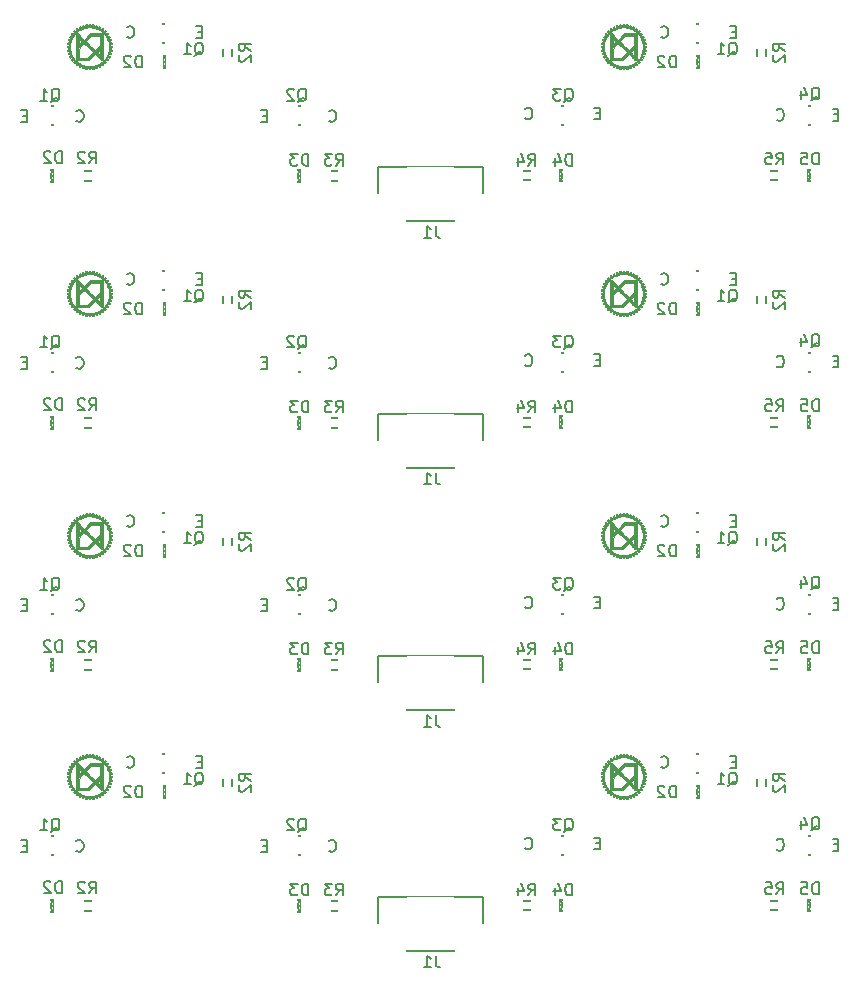
<source format=gbo>
G04 #@! TF.GenerationSoftware,KiCad,Pcbnew,(5.0.0)*
G04 #@! TF.CreationDate,2019-07-10T13:07:56+09:00*
G04 #@! TF.ProjectId,line and sensor,6C696E6520616E642073656E736F722E,rev?*
G04 #@! TF.SameCoordinates,Original*
G04 #@! TF.FileFunction,Legend,Bot*
G04 #@! TF.FilePolarity,Positive*
%FSLAX46Y46*%
G04 Gerber Fmt 4.6, Leading zero omitted, Abs format (unit mm)*
G04 Created by KiCad (PCBNEW (5.0.0)) date 07/10/19 13:07:56*
%MOMM*%
%LPD*%
G01*
G04 APERTURE LIST*
%ADD10C,0.010000*%
%ADD11C,0.150000*%
%ADD12C,2.600000*%
%ADD13R,1.200000X0.900000*%
%ADD14R,1.400000X1.850000*%
%ADD15R,1.200000X1.200000*%
%ADD16R,0.900000X1.200000*%
%ADD17R,0.630000X1.650000*%
%ADD18R,2.200000X2.400000*%
%ADD19R,2.600000X2.400000*%
G04 APERTURE END LIST*
D10*
G04 #@! TO.C,G\002A\002A\002A*
G36*
X171616412Y-63450169D02*
X171695554Y-63449914D01*
X171769572Y-63449508D01*
X171837202Y-63448965D01*
X171897182Y-63448301D01*
X171948247Y-63447530D01*
X171989135Y-63446668D01*
X172018582Y-63445728D01*
X172035325Y-63444727D01*
X172038314Y-63444279D01*
X172048575Y-63438150D01*
X172067265Y-63422974D01*
X172094633Y-63398517D01*
X172130928Y-63364545D01*
X172176397Y-63320824D01*
X172231289Y-63267121D01*
X172295853Y-63203201D01*
X172317846Y-63181300D01*
X172575606Y-62924299D01*
X172825846Y-63175054D01*
X172876122Y-63225248D01*
X172923822Y-63272515D01*
X172967865Y-63315808D01*
X173007171Y-63354081D01*
X173040659Y-63386290D01*
X173067248Y-63411386D01*
X173085857Y-63428326D01*
X173095406Y-63436062D01*
X173095682Y-63436218D01*
X173123820Y-63444734D01*
X173157048Y-63445694D01*
X173188087Y-63439139D01*
X173195980Y-63435664D01*
X173213646Y-63422518D01*
X173231406Y-63403354D01*
X173235534Y-63397694D01*
X173253885Y-63370688D01*
X173253885Y-62307273D01*
X173253880Y-62162053D01*
X173253858Y-62030639D01*
X173253811Y-61912323D01*
X173253730Y-61806399D01*
X173253605Y-61712157D01*
X173253430Y-61628891D01*
X173253194Y-61555892D01*
X173252889Y-61492453D01*
X173252506Y-61437866D01*
X173252037Y-61391423D01*
X173251472Y-61352416D01*
X173250803Y-61320137D01*
X173250021Y-61293879D01*
X173249118Y-61272934D01*
X173248084Y-61256593D01*
X173246912Y-61244150D01*
X173245591Y-61234896D01*
X173244114Y-61228124D01*
X173242471Y-61223126D01*
X173240654Y-61219193D01*
X173240421Y-61218753D01*
X173223087Y-61197064D01*
X173198283Y-61178531D01*
X173195736Y-61177138D01*
X173164517Y-61160628D01*
X172678952Y-61160628D01*
X172570961Y-61160721D01*
X172477046Y-61161005D01*
X172396771Y-61161487D01*
X172329700Y-61162173D01*
X172275394Y-61163072D01*
X172233419Y-61164188D01*
X172203337Y-61165531D01*
X172184712Y-61167106D01*
X172177537Y-61168646D01*
X172169382Y-61175240D01*
X172152036Y-61191098D01*
X172126550Y-61215200D01*
X172093977Y-61246528D01*
X172055369Y-61284063D01*
X172011778Y-61326786D01*
X171964256Y-61373679D01*
X171913856Y-61423723D01*
X171905920Y-61431630D01*
X171650156Y-61686596D01*
X171394292Y-61431280D01*
X171343409Y-61380756D01*
X171295079Y-61333247D01*
X171250374Y-61289774D01*
X171210365Y-61251356D01*
X171176124Y-61219014D01*
X171148724Y-61193767D01*
X171129236Y-61176637D01*
X171118732Y-61168644D01*
X171117998Y-61168296D01*
X171084837Y-61161178D01*
X171051645Y-61166041D01*
X171028125Y-61175724D01*
X171000659Y-61195071D01*
X170982768Y-61221553D01*
X170980730Y-61225921D01*
X170978887Y-61230668D01*
X170977229Y-61236508D01*
X170975747Y-61244156D01*
X170974431Y-61254330D01*
X170973270Y-61267744D01*
X170972255Y-61285113D01*
X170971377Y-61307155D01*
X170970625Y-61334584D01*
X170969989Y-61368115D01*
X170969460Y-61408465D01*
X170969029Y-61456350D01*
X170968684Y-61512484D01*
X170968565Y-61541672D01*
X171192857Y-61541672D01*
X171343420Y-61692236D01*
X171493984Y-61842800D01*
X171493950Y-61842834D01*
X171806137Y-61842834D01*
X172263199Y-61385600D01*
X173028914Y-61385600D01*
X173028914Y-62151315D01*
X172800296Y-62379846D01*
X172571679Y-62608377D01*
X172188908Y-62225605D01*
X171806137Y-61842834D01*
X171493950Y-61842834D01*
X171192857Y-62143927D01*
X171192857Y-61541672D01*
X170968565Y-61541672D01*
X170968417Y-61577584D01*
X170968217Y-61652365D01*
X170968075Y-61737543D01*
X170967980Y-61833833D01*
X170967924Y-61941951D01*
X170967896Y-62062614D01*
X170967886Y-62196535D01*
X170967885Y-62306637D01*
X170967865Y-62453769D01*
X170967827Y-62587085D01*
X170967804Y-62707282D01*
X170967828Y-62815058D01*
X170967934Y-62911112D01*
X170968154Y-62996142D01*
X170968521Y-63070844D01*
X170969068Y-63135918D01*
X170969828Y-63192060D01*
X170970601Y-63228914D01*
X171192857Y-63228914D01*
X171192857Y-62456113D01*
X171419599Y-62229285D01*
X171466845Y-62182102D01*
X171510921Y-62138241D01*
X171550775Y-62098738D01*
X171585353Y-62064630D01*
X171613602Y-62036953D01*
X171634470Y-62016743D01*
X171646903Y-62005038D01*
X171650039Y-62002457D01*
X171655640Y-62007461D01*
X171670686Y-62021942D01*
X171694371Y-62045100D01*
X171725888Y-62076137D01*
X171764431Y-62114254D01*
X171809194Y-62158652D01*
X171859370Y-62208534D01*
X171914153Y-62263099D01*
X171972737Y-62321549D01*
X172034315Y-62383086D01*
X172034677Y-62383449D01*
X172415617Y-62764440D01*
X172411842Y-62768217D01*
X172731369Y-62768217D01*
X172878261Y-62621194D01*
X172915976Y-62583508D01*
X172950237Y-62549395D01*
X172979742Y-62520140D01*
X173003189Y-62497032D01*
X173019274Y-62481357D01*
X173026695Y-62474403D01*
X173027033Y-62474171D01*
X173027440Y-62481175D01*
X173027816Y-62501170D01*
X173028152Y-62532636D01*
X173028439Y-62574049D01*
X173028667Y-62623887D01*
X173028826Y-62680629D01*
X173028906Y-62742752D01*
X173028914Y-62769833D01*
X173028914Y-63065496D01*
X172880142Y-62916856D01*
X172731369Y-62768217D01*
X172411842Y-62768217D01*
X171951313Y-63228914D01*
X171192857Y-63228914D01*
X170970601Y-63228914D01*
X170970834Y-63239969D01*
X170972119Y-63280343D01*
X170973717Y-63313879D01*
X170975660Y-63341276D01*
X170977981Y-63363232D01*
X170980713Y-63380443D01*
X170983890Y-63393609D01*
X170987544Y-63403427D01*
X170991709Y-63410595D01*
X170996417Y-63415810D01*
X171001701Y-63419772D01*
X171007595Y-63423177D01*
X171014132Y-63426723D01*
X171021101Y-63430947D01*
X171050277Y-63450257D01*
X171533410Y-63450257D01*
X171616412Y-63450169D01*
X171616412Y-63450169D01*
G37*
X171616412Y-63450169D02*
X171695554Y-63449914D01*
X171769572Y-63449508D01*
X171837202Y-63448965D01*
X171897182Y-63448301D01*
X171948247Y-63447530D01*
X171989135Y-63446668D01*
X172018582Y-63445728D01*
X172035325Y-63444727D01*
X172038314Y-63444279D01*
X172048575Y-63438150D01*
X172067265Y-63422974D01*
X172094633Y-63398517D01*
X172130928Y-63364545D01*
X172176397Y-63320824D01*
X172231289Y-63267121D01*
X172295853Y-63203201D01*
X172317846Y-63181300D01*
X172575606Y-62924299D01*
X172825846Y-63175054D01*
X172876122Y-63225248D01*
X172923822Y-63272515D01*
X172967865Y-63315808D01*
X173007171Y-63354081D01*
X173040659Y-63386290D01*
X173067248Y-63411386D01*
X173085857Y-63428326D01*
X173095406Y-63436062D01*
X173095682Y-63436218D01*
X173123820Y-63444734D01*
X173157048Y-63445694D01*
X173188087Y-63439139D01*
X173195980Y-63435664D01*
X173213646Y-63422518D01*
X173231406Y-63403354D01*
X173235534Y-63397694D01*
X173253885Y-63370688D01*
X173253885Y-62307273D01*
X173253880Y-62162053D01*
X173253858Y-62030639D01*
X173253811Y-61912323D01*
X173253730Y-61806399D01*
X173253605Y-61712157D01*
X173253430Y-61628891D01*
X173253194Y-61555892D01*
X173252889Y-61492453D01*
X173252506Y-61437866D01*
X173252037Y-61391423D01*
X173251472Y-61352416D01*
X173250803Y-61320137D01*
X173250021Y-61293879D01*
X173249118Y-61272934D01*
X173248084Y-61256593D01*
X173246912Y-61244150D01*
X173245591Y-61234896D01*
X173244114Y-61228124D01*
X173242471Y-61223126D01*
X173240654Y-61219193D01*
X173240421Y-61218753D01*
X173223087Y-61197064D01*
X173198283Y-61178531D01*
X173195736Y-61177138D01*
X173164517Y-61160628D01*
X172678952Y-61160628D01*
X172570961Y-61160721D01*
X172477046Y-61161005D01*
X172396771Y-61161487D01*
X172329700Y-61162173D01*
X172275394Y-61163072D01*
X172233419Y-61164188D01*
X172203337Y-61165531D01*
X172184712Y-61167106D01*
X172177537Y-61168646D01*
X172169382Y-61175240D01*
X172152036Y-61191098D01*
X172126550Y-61215200D01*
X172093977Y-61246528D01*
X172055369Y-61284063D01*
X172011778Y-61326786D01*
X171964256Y-61373679D01*
X171913856Y-61423723D01*
X171905920Y-61431630D01*
X171650156Y-61686596D01*
X171394292Y-61431280D01*
X171343409Y-61380756D01*
X171295079Y-61333247D01*
X171250374Y-61289774D01*
X171210365Y-61251356D01*
X171176124Y-61219014D01*
X171148724Y-61193767D01*
X171129236Y-61176637D01*
X171118732Y-61168644D01*
X171117998Y-61168296D01*
X171084837Y-61161178D01*
X171051645Y-61166041D01*
X171028125Y-61175724D01*
X171000659Y-61195071D01*
X170982768Y-61221553D01*
X170980730Y-61225921D01*
X170978887Y-61230668D01*
X170977229Y-61236508D01*
X170975747Y-61244156D01*
X170974431Y-61254330D01*
X170973270Y-61267744D01*
X170972255Y-61285113D01*
X170971377Y-61307155D01*
X170970625Y-61334584D01*
X170969989Y-61368115D01*
X170969460Y-61408465D01*
X170969029Y-61456350D01*
X170968684Y-61512484D01*
X170968565Y-61541672D01*
X171192857Y-61541672D01*
X171343420Y-61692236D01*
X171493984Y-61842800D01*
X171493950Y-61842834D01*
X171806137Y-61842834D01*
X172263199Y-61385600D01*
X173028914Y-61385600D01*
X173028914Y-62151315D01*
X172800296Y-62379846D01*
X172571679Y-62608377D01*
X172188908Y-62225605D01*
X171806137Y-61842834D01*
X171493950Y-61842834D01*
X171192857Y-62143927D01*
X171192857Y-61541672D01*
X170968565Y-61541672D01*
X170968417Y-61577584D01*
X170968217Y-61652365D01*
X170968075Y-61737543D01*
X170967980Y-61833833D01*
X170967924Y-61941951D01*
X170967896Y-62062614D01*
X170967886Y-62196535D01*
X170967885Y-62306637D01*
X170967865Y-62453769D01*
X170967827Y-62587085D01*
X170967804Y-62707282D01*
X170967828Y-62815058D01*
X170967934Y-62911112D01*
X170968154Y-62996142D01*
X170968521Y-63070844D01*
X170969068Y-63135918D01*
X170969828Y-63192060D01*
X170970601Y-63228914D01*
X171192857Y-63228914D01*
X171192857Y-62456113D01*
X171419599Y-62229285D01*
X171466845Y-62182102D01*
X171510921Y-62138241D01*
X171550775Y-62098738D01*
X171585353Y-62064630D01*
X171613602Y-62036953D01*
X171634470Y-62016743D01*
X171646903Y-62005038D01*
X171650039Y-62002457D01*
X171655640Y-62007461D01*
X171670686Y-62021942D01*
X171694371Y-62045100D01*
X171725888Y-62076137D01*
X171764431Y-62114254D01*
X171809194Y-62158652D01*
X171859370Y-62208534D01*
X171914153Y-62263099D01*
X171972737Y-62321549D01*
X172034315Y-62383086D01*
X172034677Y-62383449D01*
X172415617Y-62764440D01*
X172411842Y-62768217D01*
X172731369Y-62768217D01*
X172878261Y-62621194D01*
X172915976Y-62583508D01*
X172950237Y-62549395D01*
X172979742Y-62520140D01*
X173003189Y-62497032D01*
X173019274Y-62481357D01*
X173026695Y-62474403D01*
X173027033Y-62474171D01*
X173027440Y-62481175D01*
X173027816Y-62501170D01*
X173028152Y-62532636D01*
X173028439Y-62574049D01*
X173028667Y-62623887D01*
X173028826Y-62680629D01*
X173028906Y-62742752D01*
X173028914Y-62769833D01*
X173028914Y-63065496D01*
X172880142Y-62916856D01*
X172731369Y-62768217D01*
X172411842Y-62768217D01*
X171951313Y-63228914D01*
X171192857Y-63228914D01*
X170970601Y-63228914D01*
X170970834Y-63239969D01*
X170972119Y-63280343D01*
X170973717Y-63313879D01*
X170975660Y-63341276D01*
X170977981Y-63363232D01*
X170980713Y-63380443D01*
X170983890Y-63393609D01*
X170987544Y-63403427D01*
X170991709Y-63410595D01*
X170996417Y-63415810D01*
X171001701Y-63419772D01*
X171007595Y-63423177D01*
X171014132Y-63426723D01*
X171021101Y-63430947D01*
X171050277Y-63450257D01*
X171533410Y-63450257D01*
X171616412Y-63450169D01*
G36*
X172213839Y-64038085D02*
X172266575Y-64033601D01*
X172304685Y-64110229D01*
X172321608Y-64144039D01*
X172334589Y-64166733D01*
X172346519Y-64179999D01*
X172360290Y-64185525D01*
X172378796Y-64184999D01*
X172404927Y-64180110D01*
X172419231Y-64177086D01*
X172459063Y-64168714D01*
X172471943Y-64085765D01*
X172477225Y-64052870D01*
X172481922Y-64025687D01*
X172485501Y-64007160D01*
X172487368Y-64000269D01*
X172495409Y-63996710D01*
X172511431Y-63991555D01*
X172512528Y-63991238D01*
X172522312Y-63988914D01*
X172530502Y-63989585D01*
X172539132Y-63995026D01*
X172550237Y-64007010D01*
X172565853Y-64027311D01*
X172586735Y-64055941D01*
X172638328Y-64127129D01*
X172690293Y-64111346D01*
X172742257Y-64095562D01*
X172745885Y-64006223D01*
X172749514Y-63916884D01*
X172771285Y-63907585D01*
X172780782Y-63904013D01*
X172789103Y-63903531D01*
X172798568Y-63907576D01*
X172811500Y-63917587D01*
X172830221Y-63935000D01*
X172855508Y-63959734D01*
X172917960Y-64021181D01*
X172969911Y-63995019D01*
X172996016Y-63981308D01*
X173011224Y-63971361D01*
X173017919Y-63963085D01*
X173018485Y-63954386D01*
X173018133Y-63952671D01*
X173015398Y-63938573D01*
X173011176Y-63914273D01*
X173006175Y-63883917D01*
X173003570Y-63867543D01*
X172998682Y-63835676D01*
X172996262Y-63814991D01*
X172996520Y-63802333D01*
X172999667Y-63794545D01*
X173005914Y-63788473D01*
X173009011Y-63786061D01*
X173023685Y-63776751D01*
X173033407Y-63773361D01*
X173042182Y-63777354D01*
X173059945Y-63788330D01*
X173084059Y-63804577D01*
X173110135Y-63823110D01*
X173178740Y-63873021D01*
X173220987Y-63841417D01*
X173242076Y-63825533D01*
X173258259Y-63813142D01*
X173266329Y-63806703D01*
X173266569Y-63806478D01*
X173265715Y-63798704D01*
X173260912Y-63780032D01*
X173252951Y-63753281D01*
X173242890Y-63722070D01*
X173215875Y-63640997D01*
X173251769Y-63605103D01*
X173331460Y-63645069D01*
X173411150Y-63685036D01*
X173452012Y-63644173D01*
X173492875Y-63603311D01*
X173451650Y-63524879D01*
X173410426Y-63446446D01*
X173446287Y-63410585D01*
X173528596Y-63436363D01*
X173560848Y-63446130D01*
X173587732Y-63453641D01*
X173606431Y-63458151D01*
X173614121Y-63458926D01*
X173623464Y-63447877D01*
X173636634Y-63430353D01*
X173650978Y-63410161D01*
X173663840Y-63391104D01*
X173672566Y-63376989D01*
X173674800Y-63371955D01*
X173670735Y-63363690D01*
X173659726Y-63346493D01*
X173643547Y-63323035D01*
X173627628Y-63300950D01*
X173608492Y-63274052D01*
X173593118Y-63250866D01*
X173583290Y-63234186D01*
X173580618Y-63227355D01*
X173584881Y-63215062D01*
X173593318Y-63201745D01*
X173597723Y-63196113D01*
X173602357Y-63192118D01*
X173609170Y-63189868D01*
X173620112Y-63189468D01*
X173637132Y-63191025D01*
X173662183Y-63194642D01*
X173697212Y-63200428D01*
X173744172Y-63208488D01*
X173756442Y-63210601D01*
X173766929Y-63211314D01*
X173775295Y-63207553D01*
X173783907Y-63196838D01*
X173795126Y-63176690D01*
X173802419Y-63162370D01*
X173828438Y-63110703D01*
X173766575Y-63048251D01*
X173704711Y-62985800D01*
X173714710Y-62962441D01*
X173724708Y-62939082D01*
X173812933Y-62937041D01*
X173901159Y-62935000D01*
X173933981Y-62831402D01*
X173866162Y-62782862D01*
X173839069Y-62763224D01*
X173816637Y-62746499D01*
X173801338Y-62734562D01*
X173795694Y-62729432D01*
X173795583Y-62719685D01*
X173798954Y-62702817D01*
X173799179Y-62701979D01*
X173802202Y-62692350D01*
X173806815Y-62685496D01*
X173815596Y-62680389D01*
X173831124Y-62675997D01*
X173855980Y-62671292D01*
X173890127Y-62665668D01*
X173927195Y-62659647D01*
X173952577Y-62654273D01*
X173968808Y-62647304D01*
X173978427Y-62636494D01*
X173983969Y-62619600D01*
X173987970Y-62594379D01*
X173990310Y-62577047D01*
X173995238Y-62541216D01*
X173918476Y-62500042D01*
X173886056Y-62482465D01*
X173864344Y-62469804D01*
X173851196Y-62460224D01*
X173844472Y-62451892D01*
X173842027Y-62442973D01*
X173841714Y-62434351D01*
X173841714Y-62409836D01*
X173925438Y-62382280D01*
X174009161Y-62354725D01*
X174007080Y-62297108D01*
X174005000Y-62239492D01*
X173925171Y-62212937D01*
X173845342Y-62186383D01*
X173843107Y-62160012D01*
X173840871Y-62133641D01*
X173915678Y-62096244D01*
X173945419Y-62081294D01*
X173970003Y-62068782D01*
X173986752Y-62060081D01*
X173992946Y-62056615D01*
X173993155Y-62048892D01*
X173991328Y-62031250D01*
X173988133Y-62008030D01*
X173984240Y-61983571D01*
X173980319Y-61962214D01*
X173977038Y-61948300D01*
X173975797Y-61945436D01*
X173967780Y-61943018D01*
X173948428Y-61938873D01*
X173920734Y-61933603D01*
X173890999Y-61928370D01*
X173858465Y-61922692D01*
X173831686Y-61917731D01*
X173813605Y-61914053D01*
X173807191Y-61912296D01*
X173803872Y-61904512D01*
X173798832Y-61888640D01*
X173798495Y-61887472D01*
X173796172Y-61877693D01*
X173796841Y-61869506D01*
X173802275Y-61860879D01*
X173814248Y-61849779D01*
X173834533Y-61834173D01*
X173863293Y-61813196D01*
X173934576Y-61761533D01*
X173916518Y-61707824D01*
X173898459Y-61654114D01*
X173724899Y-61654114D01*
X173714805Y-61630528D01*
X173704711Y-61606943D01*
X173766575Y-61544491D01*
X173828438Y-61482040D01*
X173802903Y-61431335D01*
X173777369Y-61380630D01*
X173691822Y-61394237D01*
X173606276Y-61407844D01*
X173593527Y-61391279D01*
X173584128Y-61376519D01*
X173580618Y-61366592D01*
X173584611Y-61357811D01*
X173595582Y-61340050D01*
X173611818Y-61315953D01*
X173630133Y-61290187D01*
X173679808Y-61221904D01*
X173657245Y-61192512D01*
X173641540Y-61171601D01*
X173627839Y-61152607D01*
X173623504Y-61146287D01*
X173612327Y-61129453D01*
X173530291Y-61156789D01*
X173448254Y-61184124D01*
X173412360Y-61148230D01*
X173452326Y-61068540D01*
X173492292Y-60988849D01*
X173410941Y-60907498D01*
X173332759Y-60948792D01*
X173254577Y-60990085D01*
X173235652Y-60971342D01*
X173216728Y-60952598D01*
X173243193Y-60870734D01*
X173253022Y-60838427D01*
X173260142Y-60811221D01*
X173263876Y-60792004D01*
X173263586Y-60783695D01*
X173249882Y-60772984D01*
X173230927Y-60759307D01*
X173210495Y-60745235D01*
X173192360Y-60733339D01*
X173180295Y-60726191D01*
X173177736Y-60725200D01*
X173170090Y-60729251D01*
X173153421Y-60740227D01*
X173130332Y-60756362D01*
X173108207Y-60772371D01*
X173081308Y-60791507D01*
X173058123Y-60806881D01*
X173041443Y-60816710D01*
X173034612Y-60819381D01*
X173022324Y-60815093D01*
X173009170Y-60806681D01*
X173001812Y-60800426D01*
X172997610Y-60793566D01*
X172996355Y-60782943D01*
X172997839Y-60765399D01*
X173001856Y-60737775D01*
X173003813Y-60725200D01*
X173008896Y-60693355D01*
X173013553Y-60665466D01*
X173017083Y-60645680D01*
X173018217Y-60640071D01*
X173018415Y-60631070D01*
X173012880Y-60622841D01*
X172999225Y-60613291D01*
X172975064Y-60600331D01*
X172969911Y-60597723D01*
X172917960Y-60571561D01*
X172854670Y-60634557D01*
X172791381Y-60697554D01*
X172768633Y-60685790D01*
X172745885Y-60674027D01*
X172745885Y-60501540D01*
X172692425Y-60483566D01*
X172638965Y-60465591D01*
X172590272Y-60533623D01*
X172570603Y-60560761D01*
X172553846Y-60583240D01*
X172541872Y-60598594D01*
X172536689Y-60604305D01*
X172526960Y-60604404D01*
X172510027Y-60601035D01*
X172508863Y-60600724D01*
X172500719Y-60598611D01*
X172494567Y-60596030D01*
X172489782Y-60590999D01*
X172485739Y-60581537D01*
X172481812Y-60565662D01*
X172477375Y-60541391D01*
X172471805Y-60506744D01*
X172464569Y-60460341D01*
X172458901Y-60424083D01*
X172405469Y-60414514D01*
X172378988Y-60410636D01*
X172358185Y-60409192D01*
X172347028Y-60410429D01*
X172346435Y-60410858D01*
X172340925Y-60419355D01*
X172330306Y-60437827D01*
X172316200Y-60463394D01*
X172303020Y-60487916D01*
X172265206Y-60559060D01*
X172238909Y-60556858D01*
X172212611Y-60554657D01*
X172162255Y-60391371D01*
X172103913Y-60391392D01*
X172045571Y-60391412D01*
X172020068Y-60473035D01*
X171994565Y-60554657D01*
X171968307Y-60556858D01*
X171942050Y-60559060D01*
X171904236Y-60487916D01*
X171888472Y-60458652D01*
X171874846Y-60434092D01*
X171864984Y-60417119D01*
X171860821Y-60410858D01*
X171851443Y-60409201D01*
X171831827Y-60410260D01*
X171805941Y-60413791D01*
X171801787Y-60414514D01*
X171748355Y-60424083D01*
X171742687Y-60460341D01*
X171735380Y-60507198D01*
X171729826Y-60541717D01*
X171725399Y-60565883D01*
X171721474Y-60581675D01*
X171717425Y-60591076D01*
X171712629Y-60596069D01*
X171706458Y-60598633D01*
X171698393Y-60600724D01*
X171681227Y-60604284D01*
X171670843Y-60604431D01*
X171670567Y-60604305D01*
X171664635Y-60597672D01*
X171652202Y-60581647D01*
X171635139Y-60558697D01*
X171616984Y-60533623D01*
X171568291Y-60465591D01*
X171514831Y-60483566D01*
X171461371Y-60501540D01*
X171461371Y-60674027D01*
X171438623Y-60685790D01*
X171415876Y-60697554D01*
X171352586Y-60634557D01*
X171289297Y-60571561D01*
X171237346Y-60597723D01*
X171211225Y-60611447D01*
X171196003Y-60621415D01*
X171189294Y-60629718D01*
X171188713Y-60638447D01*
X171189040Y-60640071D01*
X171191730Y-60654171D01*
X171195904Y-60678473D01*
X171200859Y-60708832D01*
X171203443Y-60725200D01*
X171208294Y-60757078D01*
X171210685Y-60777776D01*
X171210408Y-60790452D01*
X171207256Y-60798265D01*
X171201021Y-60804373D01*
X171198086Y-60806681D01*
X171183012Y-60816051D01*
X171172644Y-60819381D01*
X171163291Y-60815361D01*
X171145169Y-60804349D01*
X171121068Y-60788128D01*
X171099050Y-60772371D01*
X171072614Y-60753300D01*
X171050443Y-60737925D01*
X171035139Y-60728013D01*
X171029520Y-60725200D01*
X171021834Y-60729064D01*
X171006218Y-60738942D01*
X170986446Y-60752263D01*
X170966292Y-60766456D01*
X170949529Y-60778949D01*
X170943670Y-60783695D01*
X170943408Y-60792217D01*
X170947197Y-60811574D01*
X170954362Y-60838877D01*
X170964063Y-60870734D01*
X170990528Y-60952598D01*
X170971604Y-60971342D01*
X170952679Y-60990085D01*
X170874497Y-60948792D01*
X170796315Y-60907498D01*
X170714964Y-60988849D01*
X170754930Y-61068540D01*
X170794896Y-61148230D01*
X170759002Y-61184124D01*
X170676966Y-61156789D01*
X170594929Y-61129453D01*
X170583752Y-61146287D01*
X170572578Y-61162200D01*
X170557208Y-61183035D01*
X170550011Y-61192512D01*
X170527448Y-61221904D01*
X170577124Y-61290187D01*
X170596717Y-61317801D01*
X170612639Y-61341538D01*
X170623175Y-61358754D01*
X170626638Y-61366592D01*
X170622417Y-61377878D01*
X170613729Y-61391279D01*
X170600981Y-61407844D01*
X170429887Y-61380630D01*
X170404353Y-61431335D01*
X170378818Y-61482040D01*
X170440681Y-61544491D01*
X170502545Y-61606943D01*
X170492451Y-61630528D01*
X170482357Y-61654114D01*
X170308797Y-61654114D01*
X170290739Y-61707824D01*
X170272680Y-61761533D01*
X170343964Y-61813196D01*
X170373841Y-61835002D01*
X170393713Y-61850362D01*
X170405353Y-61861306D01*
X170410534Y-61869869D01*
X170411030Y-61878084D01*
X170408761Y-61887472D01*
X170403681Y-61903664D01*
X170400188Y-61912152D01*
X170400065Y-61912296D01*
X170392462Y-61914315D01*
X170373482Y-61918131D01*
X170346067Y-61923179D01*
X170316258Y-61928370D01*
X170283595Y-61934139D01*
X170256570Y-61939328D01*
X170238172Y-61943333D01*
X170231459Y-61945436D01*
X170228783Y-61953700D01*
X170225115Y-61971688D01*
X170221124Y-61995058D01*
X170217479Y-62019470D01*
X170214849Y-62040585D01*
X170213905Y-62054060D01*
X170214310Y-62056615D01*
X170221397Y-62060553D01*
X170238803Y-62069577D01*
X170263850Y-62082312D01*
X170291578Y-62096244D01*
X170366385Y-62133641D01*
X170364150Y-62160012D01*
X170361914Y-62186383D01*
X170282085Y-62212937D01*
X170202257Y-62239492D01*
X170200176Y-62297108D01*
X170200072Y-62300000D01*
X170464077Y-62300000D01*
X170464958Y-62220760D01*
X170467564Y-62152458D01*
X170472355Y-62091569D01*
X170479793Y-62034573D01*
X170490337Y-61977946D01*
X170504450Y-61918165D01*
X170522591Y-61851709D01*
X170522842Y-61850835D01*
X170571593Y-61706221D01*
X170632767Y-61568153D01*
X170705643Y-61437271D01*
X170789504Y-61314217D01*
X170883630Y-61199630D01*
X170987302Y-61094151D01*
X171099802Y-60998420D01*
X171220410Y-60913079D01*
X171348409Y-60838768D01*
X171483078Y-60776127D01*
X171623700Y-60725796D01*
X171769555Y-60688417D01*
X171842371Y-60675078D01*
X171886331Y-60668208D01*
X171922776Y-60663039D01*
X171954960Y-60659375D01*
X171986136Y-60657020D01*
X172019559Y-60655780D01*
X172058482Y-60655457D01*
X172106160Y-60655857D01*
X172150800Y-60656532D01*
X172210988Y-60657983D01*
X172260950Y-60660380D01*
X172304961Y-60664085D01*
X172347297Y-60669461D01*
X172392234Y-60676873D01*
X172393914Y-60677175D01*
X172545530Y-60711565D01*
X172690952Y-60758612D01*
X172829616Y-60817685D01*
X172960961Y-60888154D01*
X173084425Y-60969391D01*
X173199446Y-61060765D01*
X173305461Y-61161647D01*
X173401908Y-61271406D01*
X173488226Y-61389414D01*
X173563853Y-61515039D01*
X173628226Y-61647653D01*
X173680783Y-61786625D01*
X173720962Y-61931326D01*
X173748201Y-62081126D01*
X173760555Y-62208466D01*
X173762605Y-62363222D01*
X173750504Y-62515723D01*
X173724537Y-62665225D01*
X173684988Y-62810984D01*
X173632142Y-62952257D01*
X173566284Y-63088300D01*
X173487697Y-63218370D01*
X173396668Y-63341723D01*
X173293479Y-63457615D01*
X173275617Y-63475657D01*
X173160126Y-63580614D01*
X173037158Y-63673233D01*
X172907268Y-63753263D01*
X172771010Y-63820456D01*
X172628940Y-63874561D01*
X172481611Y-63915331D01*
X172329578Y-63942515D01*
X172211735Y-63953904D01*
X172059027Y-63956344D01*
X171908884Y-63944904D01*
X171762043Y-63920101D01*
X171619241Y-63882456D01*
X171481215Y-63832485D01*
X171348702Y-63770707D01*
X171222440Y-63697641D01*
X171103165Y-63613805D01*
X170991615Y-63519718D01*
X170888527Y-63415897D01*
X170794638Y-63302862D01*
X170710685Y-63181131D01*
X170637406Y-63051221D01*
X170575537Y-62913653D01*
X170525815Y-62768943D01*
X170525564Y-62768085D01*
X170505947Y-62697246D01*
X170490731Y-62632608D01*
X170479444Y-62570586D01*
X170471615Y-62507596D01*
X170466775Y-62440053D01*
X170464451Y-62364372D01*
X170464077Y-62300000D01*
X170200072Y-62300000D01*
X170198095Y-62354725D01*
X170281819Y-62382280D01*
X170365542Y-62409836D01*
X170365542Y-62434351D01*
X170364959Y-62445018D01*
X170361781Y-62453657D01*
X170353865Y-62462102D01*
X170339069Y-62472186D01*
X170315250Y-62485743D01*
X170288780Y-62500042D01*
X170212018Y-62541216D01*
X170216946Y-62577047D01*
X170221155Y-62607540D01*
X170225572Y-62628526D01*
X170232734Y-62642250D01*
X170245178Y-62650956D01*
X170265439Y-62656887D01*
X170296056Y-62662288D01*
X170317129Y-62665668D01*
X170353096Y-62671605D01*
X170377313Y-62676262D01*
X170392359Y-62680668D01*
X170400814Y-62685852D01*
X170405256Y-62692844D01*
X170408077Y-62701979D01*
X170411588Y-62719013D01*
X170411656Y-62729236D01*
X170411562Y-62729432D01*
X170404927Y-62735367D01*
X170388906Y-62747798D01*
X170365968Y-62764853D01*
X170341094Y-62782862D01*
X170273275Y-62831402D01*
X170289686Y-62883201D01*
X170306098Y-62935000D01*
X170482548Y-62939082D01*
X170492546Y-62962441D01*
X170502545Y-62985800D01*
X170440681Y-63048251D01*
X170378818Y-63110703D01*
X170404837Y-63162370D01*
X170418237Y-63188140D01*
X170427851Y-63203242D01*
X170436044Y-63210155D01*
X170445179Y-63211360D01*
X170450814Y-63210601D01*
X170500694Y-63202021D01*
X170538210Y-63195739D01*
X170565312Y-63191648D01*
X170583951Y-63189642D01*
X170596077Y-63189616D01*
X170603640Y-63191463D01*
X170608590Y-63195078D01*
X170612878Y-63200355D01*
X170613938Y-63201745D01*
X170623284Y-63216895D01*
X170626638Y-63227355D01*
X170622616Y-63236683D01*
X170611591Y-63254810D01*
X170595333Y-63278971D01*
X170578919Y-63301916D01*
X170558859Y-63330629D01*
X170544078Y-63354578D01*
X170535974Y-63371350D01*
X170535056Y-63377621D01*
X170541333Y-63388854D01*
X170552938Y-63406049D01*
X170567125Y-63425536D01*
X170581148Y-63443644D01*
X170592262Y-63456701D01*
X170597506Y-63461101D01*
X170605573Y-63459028D01*
X170624567Y-63453428D01*
X170651581Y-63445174D01*
X170681228Y-63435922D01*
X170761057Y-63410785D01*
X170778944Y-63428615D01*
X170796830Y-63446446D01*
X170755606Y-63524879D01*
X170714382Y-63603311D01*
X170755244Y-63644173D01*
X170796106Y-63685036D01*
X170875797Y-63645069D01*
X170955487Y-63605103D01*
X170991381Y-63640997D01*
X170964367Y-63722070D01*
X170954086Y-63753989D01*
X170946190Y-63780581D01*
X170941472Y-63799027D01*
X170940687Y-63806478D01*
X170947750Y-63812172D01*
X170963253Y-63824069D01*
X170983989Y-63839710D01*
X170986269Y-63841417D01*
X171028516Y-63873021D01*
X171097122Y-63823110D01*
X171124800Y-63803467D01*
X171148603Y-63787492D01*
X171165893Y-63776894D01*
X171173849Y-63773361D01*
X171185173Y-63777585D01*
X171198245Y-63786061D01*
X171205677Y-63792294D01*
X171209932Y-63799089D01*
X171211221Y-63809601D01*
X171209755Y-63826987D01*
X171205745Y-63854402D01*
X171203686Y-63867543D01*
X171198562Y-63899385D01*
X171193856Y-63927273D01*
X171190279Y-63947059D01*
X171189124Y-63952671D01*
X171188864Y-63961658D01*
X171194320Y-63969858D01*
X171207873Y-63979363D01*
X171231907Y-63992267D01*
X171237346Y-63995019D01*
X171289297Y-64021181D01*
X171351748Y-63959734D01*
X171378127Y-63933949D01*
X171396509Y-63916933D01*
X171409216Y-63907250D01*
X171418570Y-63903461D01*
X171426894Y-63904128D01*
X171435971Y-63907585D01*
X171457742Y-63916884D01*
X171465000Y-64095562D01*
X171516964Y-64111346D01*
X171568928Y-64127129D01*
X171620521Y-64055941D01*
X171642311Y-64026086D01*
X171657657Y-64006237D01*
X171668592Y-63994618D01*
X171677152Y-63989455D01*
X171685373Y-63988973D01*
X171694728Y-63991238D01*
X171711040Y-63996421D01*
X171719739Y-64000139D01*
X171719888Y-64000269D01*
X171721940Y-64008023D01*
X171725605Y-64027189D01*
X171730355Y-64054822D01*
X171735313Y-64085765D01*
X171748193Y-64168714D01*
X171788025Y-64177086D01*
X171818326Y-64183333D01*
X171839756Y-64185942D01*
X171855209Y-64183226D01*
X171867577Y-64173495D01*
X171879751Y-64155063D01*
X171894625Y-64126240D01*
X171902572Y-64110229D01*
X171940681Y-64033601D01*
X171967377Y-64035843D01*
X171994072Y-64038085D01*
X172044308Y-64201371D01*
X172162921Y-64201371D01*
X172213839Y-64038085D01*
X172213839Y-64038085D01*
G37*
X172213839Y-64038085D02*
X172266575Y-64033601D01*
X172304685Y-64110229D01*
X172321608Y-64144039D01*
X172334589Y-64166733D01*
X172346519Y-64179999D01*
X172360290Y-64185525D01*
X172378796Y-64184999D01*
X172404927Y-64180110D01*
X172419231Y-64177086D01*
X172459063Y-64168714D01*
X172471943Y-64085765D01*
X172477225Y-64052870D01*
X172481922Y-64025687D01*
X172485501Y-64007160D01*
X172487368Y-64000269D01*
X172495409Y-63996710D01*
X172511431Y-63991555D01*
X172512528Y-63991238D01*
X172522312Y-63988914D01*
X172530502Y-63989585D01*
X172539132Y-63995026D01*
X172550237Y-64007010D01*
X172565853Y-64027311D01*
X172586735Y-64055941D01*
X172638328Y-64127129D01*
X172690293Y-64111346D01*
X172742257Y-64095562D01*
X172745885Y-64006223D01*
X172749514Y-63916884D01*
X172771285Y-63907585D01*
X172780782Y-63904013D01*
X172789103Y-63903531D01*
X172798568Y-63907576D01*
X172811500Y-63917587D01*
X172830221Y-63935000D01*
X172855508Y-63959734D01*
X172917960Y-64021181D01*
X172969911Y-63995019D01*
X172996016Y-63981308D01*
X173011224Y-63971361D01*
X173017919Y-63963085D01*
X173018485Y-63954386D01*
X173018133Y-63952671D01*
X173015398Y-63938573D01*
X173011176Y-63914273D01*
X173006175Y-63883917D01*
X173003570Y-63867543D01*
X172998682Y-63835676D01*
X172996262Y-63814991D01*
X172996520Y-63802333D01*
X172999667Y-63794545D01*
X173005914Y-63788473D01*
X173009011Y-63786061D01*
X173023685Y-63776751D01*
X173033407Y-63773361D01*
X173042182Y-63777354D01*
X173059945Y-63788330D01*
X173084059Y-63804577D01*
X173110135Y-63823110D01*
X173178740Y-63873021D01*
X173220987Y-63841417D01*
X173242076Y-63825533D01*
X173258259Y-63813142D01*
X173266329Y-63806703D01*
X173266569Y-63806478D01*
X173265715Y-63798704D01*
X173260912Y-63780032D01*
X173252951Y-63753281D01*
X173242890Y-63722070D01*
X173215875Y-63640997D01*
X173251769Y-63605103D01*
X173331460Y-63645069D01*
X173411150Y-63685036D01*
X173452012Y-63644173D01*
X173492875Y-63603311D01*
X173451650Y-63524879D01*
X173410426Y-63446446D01*
X173446287Y-63410585D01*
X173528596Y-63436363D01*
X173560848Y-63446130D01*
X173587732Y-63453641D01*
X173606431Y-63458151D01*
X173614121Y-63458926D01*
X173623464Y-63447877D01*
X173636634Y-63430353D01*
X173650978Y-63410161D01*
X173663840Y-63391104D01*
X173672566Y-63376989D01*
X173674800Y-63371955D01*
X173670735Y-63363690D01*
X173659726Y-63346493D01*
X173643547Y-63323035D01*
X173627628Y-63300950D01*
X173608492Y-63274052D01*
X173593118Y-63250866D01*
X173583290Y-63234186D01*
X173580618Y-63227355D01*
X173584881Y-63215062D01*
X173593318Y-63201745D01*
X173597723Y-63196113D01*
X173602357Y-63192118D01*
X173609170Y-63189868D01*
X173620112Y-63189468D01*
X173637132Y-63191025D01*
X173662183Y-63194642D01*
X173697212Y-63200428D01*
X173744172Y-63208488D01*
X173756442Y-63210601D01*
X173766929Y-63211314D01*
X173775295Y-63207553D01*
X173783907Y-63196838D01*
X173795126Y-63176690D01*
X173802419Y-63162370D01*
X173828438Y-63110703D01*
X173766575Y-63048251D01*
X173704711Y-62985800D01*
X173714710Y-62962441D01*
X173724708Y-62939082D01*
X173812933Y-62937041D01*
X173901159Y-62935000D01*
X173933981Y-62831402D01*
X173866162Y-62782862D01*
X173839069Y-62763224D01*
X173816637Y-62746499D01*
X173801338Y-62734562D01*
X173795694Y-62729432D01*
X173795583Y-62719685D01*
X173798954Y-62702817D01*
X173799179Y-62701979D01*
X173802202Y-62692350D01*
X173806815Y-62685496D01*
X173815596Y-62680389D01*
X173831124Y-62675997D01*
X173855980Y-62671292D01*
X173890127Y-62665668D01*
X173927195Y-62659647D01*
X173952577Y-62654273D01*
X173968808Y-62647304D01*
X173978427Y-62636494D01*
X173983969Y-62619600D01*
X173987970Y-62594379D01*
X173990310Y-62577047D01*
X173995238Y-62541216D01*
X173918476Y-62500042D01*
X173886056Y-62482465D01*
X173864344Y-62469804D01*
X173851196Y-62460224D01*
X173844472Y-62451892D01*
X173842027Y-62442973D01*
X173841714Y-62434351D01*
X173841714Y-62409836D01*
X173925438Y-62382280D01*
X174009161Y-62354725D01*
X174007080Y-62297108D01*
X174005000Y-62239492D01*
X173925171Y-62212937D01*
X173845342Y-62186383D01*
X173843107Y-62160012D01*
X173840871Y-62133641D01*
X173915678Y-62096244D01*
X173945419Y-62081294D01*
X173970003Y-62068782D01*
X173986752Y-62060081D01*
X173992946Y-62056615D01*
X173993155Y-62048892D01*
X173991328Y-62031250D01*
X173988133Y-62008030D01*
X173984240Y-61983571D01*
X173980319Y-61962214D01*
X173977038Y-61948300D01*
X173975797Y-61945436D01*
X173967780Y-61943018D01*
X173948428Y-61938873D01*
X173920734Y-61933603D01*
X173890999Y-61928370D01*
X173858465Y-61922692D01*
X173831686Y-61917731D01*
X173813605Y-61914053D01*
X173807191Y-61912296D01*
X173803872Y-61904512D01*
X173798832Y-61888640D01*
X173798495Y-61887472D01*
X173796172Y-61877693D01*
X173796841Y-61869506D01*
X173802275Y-61860879D01*
X173814248Y-61849779D01*
X173834533Y-61834173D01*
X173863293Y-61813196D01*
X173934576Y-61761533D01*
X173916518Y-61707824D01*
X173898459Y-61654114D01*
X173724899Y-61654114D01*
X173714805Y-61630528D01*
X173704711Y-61606943D01*
X173766575Y-61544491D01*
X173828438Y-61482040D01*
X173802903Y-61431335D01*
X173777369Y-61380630D01*
X173691822Y-61394237D01*
X173606276Y-61407844D01*
X173593527Y-61391279D01*
X173584128Y-61376519D01*
X173580618Y-61366592D01*
X173584611Y-61357811D01*
X173595582Y-61340050D01*
X173611818Y-61315953D01*
X173630133Y-61290187D01*
X173679808Y-61221904D01*
X173657245Y-61192512D01*
X173641540Y-61171601D01*
X173627839Y-61152607D01*
X173623504Y-61146287D01*
X173612327Y-61129453D01*
X173530291Y-61156789D01*
X173448254Y-61184124D01*
X173412360Y-61148230D01*
X173452326Y-61068540D01*
X173492292Y-60988849D01*
X173410941Y-60907498D01*
X173332759Y-60948792D01*
X173254577Y-60990085D01*
X173235652Y-60971342D01*
X173216728Y-60952598D01*
X173243193Y-60870734D01*
X173253022Y-60838427D01*
X173260142Y-60811221D01*
X173263876Y-60792004D01*
X173263586Y-60783695D01*
X173249882Y-60772984D01*
X173230927Y-60759307D01*
X173210495Y-60745235D01*
X173192360Y-60733339D01*
X173180295Y-60726191D01*
X173177736Y-60725200D01*
X173170090Y-60729251D01*
X173153421Y-60740227D01*
X173130332Y-60756362D01*
X173108207Y-60772371D01*
X173081308Y-60791507D01*
X173058123Y-60806881D01*
X173041443Y-60816710D01*
X173034612Y-60819381D01*
X173022324Y-60815093D01*
X173009170Y-60806681D01*
X173001812Y-60800426D01*
X172997610Y-60793566D01*
X172996355Y-60782943D01*
X172997839Y-60765399D01*
X173001856Y-60737775D01*
X173003813Y-60725200D01*
X173008896Y-60693355D01*
X173013553Y-60665466D01*
X173017083Y-60645680D01*
X173018217Y-60640071D01*
X173018415Y-60631070D01*
X173012880Y-60622841D01*
X172999225Y-60613291D01*
X172975064Y-60600331D01*
X172969911Y-60597723D01*
X172917960Y-60571561D01*
X172854670Y-60634557D01*
X172791381Y-60697554D01*
X172768633Y-60685790D01*
X172745885Y-60674027D01*
X172745885Y-60501540D01*
X172692425Y-60483566D01*
X172638965Y-60465591D01*
X172590272Y-60533623D01*
X172570603Y-60560761D01*
X172553846Y-60583240D01*
X172541872Y-60598594D01*
X172536689Y-60604305D01*
X172526960Y-60604404D01*
X172510027Y-60601035D01*
X172508863Y-60600724D01*
X172500719Y-60598611D01*
X172494567Y-60596030D01*
X172489782Y-60590999D01*
X172485739Y-60581537D01*
X172481812Y-60565662D01*
X172477375Y-60541391D01*
X172471805Y-60506744D01*
X172464569Y-60460341D01*
X172458901Y-60424083D01*
X172405469Y-60414514D01*
X172378988Y-60410636D01*
X172358185Y-60409192D01*
X172347028Y-60410429D01*
X172346435Y-60410858D01*
X172340925Y-60419355D01*
X172330306Y-60437827D01*
X172316200Y-60463394D01*
X172303020Y-60487916D01*
X172265206Y-60559060D01*
X172238909Y-60556858D01*
X172212611Y-60554657D01*
X172162255Y-60391371D01*
X172103913Y-60391392D01*
X172045571Y-60391412D01*
X172020068Y-60473035D01*
X171994565Y-60554657D01*
X171968307Y-60556858D01*
X171942050Y-60559060D01*
X171904236Y-60487916D01*
X171888472Y-60458652D01*
X171874846Y-60434092D01*
X171864984Y-60417119D01*
X171860821Y-60410858D01*
X171851443Y-60409201D01*
X171831827Y-60410260D01*
X171805941Y-60413791D01*
X171801787Y-60414514D01*
X171748355Y-60424083D01*
X171742687Y-60460341D01*
X171735380Y-60507198D01*
X171729826Y-60541717D01*
X171725399Y-60565883D01*
X171721474Y-60581675D01*
X171717425Y-60591076D01*
X171712629Y-60596069D01*
X171706458Y-60598633D01*
X171698393Y-60600724D01*
X171681227Y-60604284D01*
X171670843Y-60604431D01*
X171670567Y-60604305D01*
X171664635Y-60597672D01*
X171652202Y-60581647D01*
X171635139Y-60558697D01*
X171616984Y-60533623D01*
X171568291Y-60465591D01*
X171514831Y-60483566D01*
X171461371Y-60501540D01*
X171461371Y-60674027D01*
X171438623Y-60685790D01*
X171415876Y-60697554D01*
X171352586Y-60634557D01*
X171289297Y-60571561D01*
X171237346Y-60597723D01*
X171211225Y-60611447D01*
X171196003Y-60621415D01*
X171189294Y-60629718D01*
X171188713Y-60638447D01*
X171189040Y-60640071D01*
X171191730Y-60654171D01*
X171195904Y-60678473D01*
X171200859Y-60708832D01*
X171203443Y-60725200D01*
X171208294Y-60757078D01*
X171210685Y-60777776D01*
X171210408Y-60790452D01*
X171207256Y-60798265D01*
X171201021Y-60804373D01*
X171198086Y-60806681D01*
X171183012Y-60816051D01*
X171172644Y-60819381D01*
X171163291Y-60815361D01*
X171145169Y-60804349D01*
X171121068Y-60788128D01*
X171099050Y-60772371D01*
X171072614Y-60753300D01*
X171050443Y-60737925D01*
X171035139Y-60728013D01*
X171029520Y-60725200D01*
X171021834Y-60729064D01*
X171006218Y-60738942D01*
X170986446Y-60752263D01*
X170966292Y-60766456D01*
X170949529Y-60778949D01*
X170943670Y-60783695D01*
X170943408Y-60792217D01*
X170947197Y-60811574D01*
X170954362Y-60838877D01*
X170964063Y-60870734D01*
X170990528Y-60952598D01*
X170971604Y-60971342D01*
X170952679Y-60990085D01*
X170874497Y-60948792D01*
X170796315Y-60907498D01*
X170714964Y-60988849D01*
X170754930Y-61068540D01*
X170794896Y-61148230D01*
X170759002Y-61184124D01*
X170676966Y-61156789D01*
X170594929Y-61129453D01*
X170583752Y-61146287D01*
X170572578Y-61162200D01*
X170557208Y-61183035D01*
X170550011Y-61192512D01*
X170527448Y-61221904D01*
X170577124Y-61290187D01*
X170596717Y-61317801D01*
X170612639Y-61341538D01*
X170623175Y-61358754D01*
X170626638Y-61366592D01*
X170622417Y-61377878D01*
X170613729Y-61391279D01*
X170600981Y-61407844D01*
X170429887Y-61380630D01*
X170404353Y-61431335D01*
X170378818Y-61482040D01*
X170440681Y-61544491D01*
X170502545Y-61606943D01*
X170492451Y-61630528D01*
X170482357Y-61654114D01*
X170308797Y-61654114D01*
X170290739Y-61707824D01*
X170272680Y-61761533D01*
X170343964Y-61813196D01*
X170373841Y-61835002D01*
X170393713Y-61850362D01*
X170405353Y-61861306D01*
X170410534Y-61869869D01*
X170411030Y-61878084D01*
X170408761Y-61887472D01*
X170403681Y-61903664D01*
X170400188Y-61912152D01*
X170400065Y-61912296D01*
X170392462Y-61914315D01*
X170373482Y-61918131D01*
X170346067Y-61923179D01*
X170316258Y-61928370D01*
X170283595Y-61934139D01*
X170256570Y-61939328D01*
X170238172Y-61943333D01*
X170231459Y-61945436D01*
X170228783Y-61953700D01*
X170225115Y-61971688D01*
X170221124Y-61995058D01*
X170217479Y-62019470D01*
X170214849Y-62040585D01*
X170213905Y-62054060D01*
X170214310Y-62056615D01*
X170221397Y-62060553D01*
X170238803Y-62069577D01*
X170263850Y-62082312D01*
X170291578Y-62096244D01*
X170366385Y-62133641D01*
X170364150Y-62160012D01*
X170361914Y-62186383D01*
X170282085Y-62212937D01*
X170202257Y-62239492D01*
X170200176Y-62297108D01*
X170200072Y-62300000D01*
X170464077Y-62300000D01*
X170464958Y-62220760D01*
X170467564Y-62152458D01*
X170472355Y-62091569D01*
X170479793Y-62034573D01*
X170490337Y-61977946D01*
X170504450Y-61918165D01*
X170522591Y-61851709D01*
X170522842Y-61850835D01*
X170571593Y-61706221D01*
X170632767Y-61568153D01*
X170705643Y-61437271D01*
X170789504Y-61314217D01*
X170883630Y-61199630D01*
X170987302Y-61094151D01*
X171099802Y-60998420D01*
X171220410Y-60913079D01*
X171348409Y-60838768D01*
X171483078Y-60776127D01*
X171623700Y-60725796D01*
X171769555Y-60688417D01*
X171842371Y-60675078D01*
X171886331Y-60668208D01*
X171922776Y-60663039D01*
X171954960Y-60659375D01*
X171986136Y-60657020D01*
X172019559Y-60655780D01*
X172058482Y-60655457D01*
X172106160Y-60655857D01*
X172150800Y-60656532D01*
X172210988Y-60657983D01*
X172260950Y-60660380D01*
X172304961Y-60664085D01*
X172347297Y-60669461D01*
X172392234Y-60676873D01*
X172393914Y-60677175D01*
X172545530Y-60711565D01*
X172690952Y-60758612D01*
X172829616Y-60817685D01*
X172960961Y-60888154D01*
X173084425Y-60969391D01*
X173199446Y-61060765D01*
X173305461Y-61161647D01*
X173401908Y-61271406D01*
X173488226Y-61389414D01*
X173563853Y-61515039D01*
X173628226Y-61647653D01*
X173680783Y-61786625D01*
X173720962Y-61931326D01*
X173748201Y-62081126D01*
X173760555Y-62208466D01*
X173762605Y-62363222D01*
X173750504Y-62515723D01*
X173724537Y-62665225D01*
X173684988Y-62810984D01*
X173632142Y-62952257D01*
X173566284Y-63088300D01*
X173487697Y-63218370D01*
X173396668Y-63341723D01*
X173293479Y-63457615D01*
X173275617Y-63475657D01*
X173160126Y-63580614D01*
X173037158Y-63673233D01*
X172907268Y-63753263D01*
X172771010Y-63820456D01*
X172628940Y-63874561D01*
X172481611Y-63915331D01*
X172329578Y-63942515D01*
X172211735Y-63953904D01*
X172059027Y-63956344D01*
X171908884Y-63944904D01*
X171762043Y-63920101D01*
X171619241Y-63882456D01*
X171481215Y-63832485D01*
X171348702Y-63770707D01*
X171222440Y-63697641D01*
X171103165Y-63613805D01*
X170991615Y-63519718D01*
X170888527Y-63415897D01*
X170794638Y-63302862D01*
X170710685Y-63181131D01*
X170637406Y-63051221D01*
X170575537Y-62913653D01*
X170525815Y-62768943D01*
X170525564Y-62768085D01*
X170505947Y-62697246D01*
X170490731Y-62632608D01*
X170479444Y-62570586D01*
X170471615Y-62507596D01*
X170466775Y-62440053D01*
X170464451Y-62364372D01*
X170464077Y-62300000D01*
X170200072Y-62300000D01*
X170198095Y-62354725D01*
X170281819Y-62382280D01*
X170365542Y-62409836D01*
X170365542Y-62434351D01*
X170364959Y-62445018D01*
X170361781Y-62453657D01*
X170353865Y-62462102D01*
X170339069Y-62472186D01*
X170315250Y-62485743D01*
X170288780Y-62500042D01*
X170212018Y-62541216D01*
X170216946Y-62577047D01*
X170221155Y-62607540D01*
X170225572Y-62628526D01*
X170232734Y-62642250D01*
X170245178Y-62650956D01*
X170265439Y-62656887D01*
X170296056Y-62662288D01*
X170317129Y-62665668D01*
X170353096Y-62671605D01*
X170377313Y-62676262D01*
X170392359Y-62680668D01*
X170400814Y-62685852D01*
X170405256Y-62692844D01*
X170408077Y-62701979D01*
X170411588Y-62719013D01*
X170411656Y-62729236D01*
X170411562Y-62729432D01*
X170404927Y-62735367D01*
X170388906Y-62747798D01*
X170365968Y-62764853D01*
X170341094Y-62782862D01*
X170273275Y-62831402D01*
X170289686Y-62883201D01*
X170306098Y-62935000D01*
X170482548Y-62939082D01*
X170492546Y-62962441D01*
X170502545Y-62985800D01*
X170440681Y-63048251D01*
X170378818Y-63110703D01*
X170404837Y-63162370D01*
X170418237Y-63188140D01*
X170427851Y-63203242D01*
X170436044Y-63210155D01*
X170445179Y-63211360D01*
X170450814Y-63210601D01*
X170500694Y-63202021D01*
X170538210Y-63195739D01*
X170565312Y-63191648D01*
X170583951Y-63189642D01*
X170596077Y-63189616D01*
X170603640Y-63191463D01*
X170608590Y-63195078D01*
X170612878Y-63200355D01*
X170613938Y-63201745D01*
X170623284Y-63216895D01*
X170626638Y-63227355D01*
X170622616Y-63236683D01*
X170611591Y-63254810D01*
X170595333Y-63278971D01*
X170578919Y-63301916D01*
X170558859Y-63330629D01*
X170544078Y-63354578D01*
X170535974Y-63371350D01*
X170535056Y-63377621D01*
X170541333Y-63388854D01*
X170552938Y-63406049D01*
X170567125Y-63425536D01*
X170581148Y-63443644D01*
X170592262Y-63456701D01*
X170597506Y-63461101D01*
X170605573Y-63459028D01*
X170624567Y-63453428D01*
X170651581Y-63445174D01*
X170681228Y-63435922D01*
X170761057Y-63410785D01*
X170778944Y-63428615D01*
X170796830Y-63446446D01*
X170755606Y-63524879D01*
X170714382Y-63603311D01*
X170755244Y-63644173D01*
X170796106Y-63685036D01*
X170875797Y-63645069D01*
X170955487Y-63605103D01*
X170991381Y-63640997D01*
X170964367Y-63722070D01*
X170954086Y-63753989D01*
X170946190Y-63780581D01*
X170941472Y-63799027D01*
X170940687Y-63806478D01*
X170947750Y-63812172D01*
X170963253Y-63824069D01*
X170983989Y-63839710D01*
X170986269Y-63841417D01*
X171028516Y-63873021D01*
X171097122Y-63823110D01*
X171124800Y-63803467D01*
X171148603Y-63787492D01*
X171165893Y-63776894D01*
X171173849Y-63773361D01*
X171185173Y-63777585D01*
X171198245Y-63786061D01*
X171205677Y-63792294D01*
X171209932Y-63799089D01*
X171211221Y-63809601D01*
X171209755Y-63826987D01*
X171205745Y-63854402D01*
X171203686Y-63867543D01*
X171198562Y-63899385D01*
X171193856Y-63927273D01*
X171190279Y-63947059D01*
X171189124Y-63952671D01*
X171188864Y-63961658D01*
X171194320Y-63969858D01*
X171207873Y-63979363D01*
X171231907Y-63992267D01*
X171237346Y-63995019D01*
X171289297Y-64021181D01*
X171351748Y-63959734D01*
X171378127Y-63933949D01*
X171396509Y-63916933D01*
X171409216Y-63907250D01*
X171418570Y-63903461D01*
X171426894Y-63904128D01*
X171435971Y-63907585D01*
X171457742Y-63916884D01*
X171465000Y-64095562D01*
X171516964Y-64111346D01*
X171568928Y-64127129D01*
X171620521Y-64055941D01*
X171642311Y-64026086D01*
X171657657Y-64006237D01*
X171668592Y-63994618D01*
X171677152Y-63989455D01*
X171685373Y-63988973D01*
X171694728Y-63991238D01*
X171711040Y-63996421D01*
X171719739Y-64000139D01*
X171719888Y-64000269D01*
X171721940Y-64008023D01*
X171725605Y-64027189D01*
X171730355Y-64054822D01*
X171735313Y-64085765D01*
X171748193Y-64168714D01*
X171788025Y-64177086D01*
X171818326Y-64183333D01*
X171839756Y-64185942D01*
X171855209Y-64183226D01*
X171867577Y-64173495D01*
X171879751Y-64155063D01*
X171894625Y-64126240D01*
X171902572Y-64110229D01*
X171940681Y-64033601D01*
X171967377Y-64035843D01*
X171994072Y-64038085D01*
X172044308Y-64201371D01*
X172162921Y-64201371D01*
X172213839Y-64038085D01*
D11*
G04 #@! TO.C,R2*
X183400000Y-63650000D02*
X184200000Y-63650000D01*
X184200000Y-62050000D02*
X184200000Y-63650000D01*
X183400000Y-62050000D02*
X184200000Y-62050000D01*
X183400000Y-62050000D02*
X183400000Y-63650000D01*
G04 #@! TO.C,Q1*
X177000000Y-62000000D02*
X177000000Y-60400000D01*
X177000000Y-60400000D02*
X179800000Y-60400000D01*
X179800000Y-60400000D02*
X179800000Y-62000000D01*
X179800000Y-62000000D02*
X177000000Y-62000000D01*
G04 #@! TO.C,Q4*
X189250000Y-68900000D02*
X186450000Y-68900000D01*
X189250000Y-67300000D02*
X189250000Y-68900000D01*
X186450000Y-67300000D02*
X189250000Y-67300000D01*
X186450000Y-68900000D02*
X186450000Y-67300000D01*
G04 #@! TO.C,D2*
X179200000Y-64100000D02*
X177700000Y-64100000D01*
X179200000Y-63100000D02*
X179200000Y-64100000D01*
X177700000Y-63100000D02*
X179200000Y-63100000D01*
X177700000Y-64100000D02*
X177700000Y-63100000D01*
X179200000Y-63600000D02*
X177700000Y-63600000D01*
X178600000Y-64100000D02*
X178200000Y-63600000D01*
X178200000Y-63600000D02*
X178600000Y-63100000D01*
X178600000Y-63100000D02*
X178600000Y-64100000D01*
G04 #@! TO.C,R3*
X148450000Y-72850000D02*
X146850000Y-72850000D01*
X148450000Y-72850000D02*
X148450000Y-73650000D01*
X148450000Y-73650000D02*
X146850000Y-73650000D01*
X146850000Y-72850000D02*
X146850000Y-73650000D01*
D10*
G04 #@! TO.C,G\002A\002A\002A*
G36*
X126416412Y-63450169D02*
X126495554Y-63449914D01*
X126569572Y-63449508D01*
X126637202Y-63448965D01*
X126697182Y-63448301D01*
X126748247Y-63447530D01*
X126789135Y-63446668D01*
X126818582Y-63445728D01*
X126835325Y-63444727D01*
X126838314Y-63444279D01*
X126848575Y-63438150D01*
X126867265Y-63422974D01*
X126894633Y-63398517D01*
X126930928Y-63364545D01*
X126976397Y-63320824D01*
X127031289Y-63267121D01*
X127095853Y-63203201D01*
X127117846Y-63181300D01*
X127375606Y-62924299D01*
X127625846Y-63175054D01*
X127676122Y-63225248D01*
X127723822Y-63272515D01*
X127767865Y-63315808D01*
X127807171Y-63354081D01*
X127840659Y-63386290D01*
X127867248Y-63411386D01*
X127885857Y-63428326D01*
X127895406Y-63436062D01*
X127895682Y-63436218D01*
X127923820Y-63444734D01*
X127957048Y-63445694D01*
X127988087Y-63439139D01*
X127995980Y-63435664D01*
X128013646Y-63422518D01*
X128031406Y-63403354D01*
X128035534Y-63397694D01*
X128053885Y-63370688D01*
X128053885Y-62307273D01*
X128053880Y-62162053D01*
X128053858Y-62030639D01*
X128053811Y-61912323D01*
X128053730Y-61806399D01*
X128053605Y-61712157D01*
X128053430Y-61628891D01*
X128053194Y-61555892D01*
X128052889Y-61492453D01*
X128052506Y-61437866D01*
X128052037Y-61391423D01*
X128051472Y-61352416D01*
X128050803Y-61320137D01*
X128050021Y-61293879D01*
X128049118Y-61272934D01*
X128048084Y-61256593D01*
X128046912Y-61244150D01*
X128045591Y-61234896D01*
X128044114Y-61228124D01*
X128042471Y-61223126D01*
X128040654Y-61219193D01*
X128040421Y-61218753D01*
X128023087Y-61197064D01*
X127998283Y-61178531D01*
X127995736Y-61177138D01*
X127964517Y-61160628D01*
X127478952Y-61160628D01*
X127370961Y-61160721D01*
X127277046Y-61161005D01*
X127196771Y-61161487D01*
X127129700Y-61162173D01*
X127075394Y-61163072D01*
X127033419Y-61164188D01*
X127003337Y-61165531D01*
X126984712Y-61167106D01*
X126977537Y-61168646D01*
X126969382Y-61175240D01*
X126952036Y-61191098D01*
X126926550Y-61215200D01*
X126893977Y-61246528D01*
X126855369Y-61284063D01*
X126811778Y-61326786D01*
X126764256Y-61373679D01*
X126713856Y-61423723D01*
X126705920Y-61431630D01*
X126450156Y-61686596D01*
X126194292Y-61431280D01*
X126143409Y-61380756D01*
X126095079Y-61333247D01*
X126050374Y-61289774D01*
X126010365Y-61251356D01*
X125976124Y-61219014D01*
X125948724Y-61193767D01*
X125929236Y-61176637D01*
X125918732Y-61168644D01*
X125917998Y-61168296D01*
X125884837Y-61161178D01*
X125851645Y-61166041D01*
X125828125Y-61175724D01*
X125800659Y-61195071D01*
X125782768Y-61221553D01*
X125780730Y-61225921D01*
X125778887Y-61230668D01*
X125777229Y-61236508D01*
X125775747Y-61244156D01*
X125774431Y-61254330D01*
X125773270Y-61267744D01*
X125772255Y-61285113D01*
X125771377Y-61307155D01*
X125770625Y-61334584D01*
X125769989Y-61368115D01*
X125769460Y-61408465D01*
X125769029Y-61456350D01*
X125768684Y-61512484D01*
X125768565Y-61541672D01*
X125992857Y-61541672D01*
X126143420Y-61692236D01*
X126293984Y-61842800D01*
X126293950Y-61842834D01*
X126606137Y-61842834D01*
X127063199Y-61385600D01*
X127828914Y-61385600D01*
X127828914Y-62151315D01*
X127600296Y-62379846D01*
X127371679Y-62608377D01*
X126988908Y-62225605D01*
X126606137Y-61842834D01*
X126293950Y-61842834D01*
X125992857Y-62143927D01*
X125992857Y-61541672D01*
X125768565Y-61541672D01*
X125768417Y-61577584D01*
X125768217Y-61652365D01*
X125768075Y-61737543D01*
X125767980Y-61833833D01*
X125767924Y-61941951D01*
X125767896Y-62062614D01*
X125767886Y-62196535D01*
X125767885Y-62306637D01*
X125767865Y-62453769D01*
X125767827Y-62587085D01*
X125767804Y-62707282D01*
X125767828Y-62815058D01*
X125767934Y-62911112D01*
X125768154Y-62996142D01*
X125768521Y-63070844D01*
X125769068Y-63135918D01*
X125769828Y-63192060D01*
X125770601Y-63228914D01*
X125992857Y-63228914D01*
X125992857Y-62456113D01*
X126219599Y-62229285D01*
X126266845Y-62182102D01*
X126310921Y-62138241D01*
X126350775Y-62098738D01*
X126385353Y-62064630D01*
X126413602Y-62036953D01*
X126434470Y-62016743D01*
X126446903Y-62005038D01*
X126450039Y-62002457D01*
X126455640Y-62007461D01*
X126470686Y-62021942D01*
X126494371Y-62045100D01*
X126525888Y-62076137D01*
X126564431Y-62114254D01*
X126609194Y-62158652D01*
X126659370Y-62208534D01*
X126714153Y-62263099D01*
X126772737Y-62321549D01*
X126834315Y-62383086D01*
X126834677Y-62383449D01*
X127215617Y-62764440D01*
X127211842Y-62768217D01*
X127531369Y-62768217D01*
X127678261Y-62621194D01*
X127715976Y-62583508D01*
X127750237Y-62549395D01*
X127779742Y-62520140D01*
X127803189Y-62497032D01*
X127819274Y-62481357D01*
X127826695Y-62474403D01*
X127827033Y-62474171D01*
X127827440Y-62481175D01*
X127827816Y-62501170D01*
X127828152Y-62532636D01*
X127828439Y-62574049D01*
X127828667Y-62623887D01*
X127828826Y-62680629D01*
X127828906Y-62742752D01*
X127828914Y-62769833D01*
X127828914Y-63065496D01*
X127680142Y-62916856D01*
X127531369Y-62768217D01*
X127211842Y-62768217D01*
X126751313Y-63228914D01*
X125992857Y-63228914D01*
X125770601Y-63228914D01*
X125770834Y-63239969D01*
X125772119Y-63280343D01*
X125773717Y-63313879D01*
X125775660Y-63341276D01*
X125777981Y-63363232D01*
X125780713Y-63380443D01*
X125783890Y-63393609D01*
X125787544Y-63403427D01*
X125791709Y-63410595D01*
X125796417Y-63415810D01*
X125801701Y-63419772D01*
X125807595Y-63423177D01*
X125814132Y-63426723D01*
X125821101Y-63430947D01*
X125850277Y-63450257D01*
X126333410Y-63450257D01*
X126416412Y-63450169D01*
X126416412Y-63450169D01*
G37*
X126416412Y-63450169D02*
X126495554Y-63449914D01*
X126569572Y-63449508D01*
X126637202Y-63448965D01*
X126697182Y-63448301D01*
X126748247Y-63447530D01*
X126789135Y-63446668D01*
X126818582Y-63445728D01*
X126835325Y-63444727D01*
X126838314Y-63444279D01*
X126848575Y-63438150D01*
X126867265Y-63422974D01*
X126894633Y-63398517D01*
X126930928Y-63364545D01*
X126976397Y-63320824D01*
X127031289Y-63267121D01*
X127095853Y-63203201D01*
X127117846Y-63181300D01*
X127375606Y-62924299D01*
X127625846Y-63175054D01*
X127676122Y-63225248D01*
X127723822Y-63272515D01*
X127767865Y-63315808D01*
X127807171Y-63354081D01*
X127840659Y-63386290D01*
X127867248Y-63411386D01*
X127885857Y-63428326D01*
X127895406Y-63436062D01*
X127895682Y-63436218D01*
X127923820Y-63444734D01*
X127957048Y-63445694D01*
X127988087Y-63439139D01*
X127995980Y-63435664D01*
X128013646Y-63422518D01*
X128031406Y-63403354D01*
X128035534Y-63397694D01*
X128053885Y-63370688D01*
X128053885Y-62307273D01*
X128053880Y-62162053D01*
X128053858Y-62030639D01*
X128053811Y-61912323D01*
X128053730Y-61806399D01*
X128053605Y-61712157D01*
X128053430Y-61628891D01*
X128053194Y-61555892D01*
X128052889Y-61492453D01*
X128052506Y-61437866D01*
X128052037Y-61391423D01*
X128051472Y-61352416D01*
X128050803Y-61320137D01*
X128050021Y-61293879D01*
X128049118Y-61272934D01*
X128048084Y-61256593D01*
X128046912Y-61244150D01*
X128045591Y-61234896D01*
X128044114Y-61228124D01*
X128042471Y-61223126D01*
X128040654Y-61219193D01*
X128040421Y-61218753D01*
X128023087Y-61197064D01*
X127998283Y-61178531D01*
X127995736Y-61177138D01*
X127964517Y-61160628D01*
X127478952Y-61160628D01*
X127370961Y-61160721D01*
X127277046Y-61161005D01*
X127196771Y-61161487D01*
X127129700Y-61162173D01*
X127075394Y-61163072D01*
X127033419Y-61164188D01*
X127003337Y-61165531D01*
X126984712Y-61167106D01*
X126977537Y-61168646D01*
X126969382Y-61175240D01*
X126952036Y-61191098D01*
X126926550Y-61215200D01*
X126893977Y-61246528D01*
X126855369Y-61284063D01*
X126811778Y-61326786D01*
X126764256Y-61373679D01*
X126713856Y-61423723D01*
X126705920Y-61431630D01*
X126450156Y-61686596D01*
X126194292Y-61431280D01*
X126143409Y-61380756D01*
X126095079Y-61333247D01*
X126050374Y-61289774D01*
X126010365Y-61251356D01*
X125976124Y-61219014D01*
X125948724Y-61193767D01*
X125929236Y-61176637D01*
X125918732Y-61168644D01*
X125917998Y-61168296D01*
X125884837Y-61161178D01*
X125851645Y-61166041D01*
X125828125Y-61175724D01*
X125800659Y-61195071D01*
X125782768Y-61221553D01*
X125780730Y-61225921D01*
X125778887Y-61230668D01*
X125777229Y-61236508D01*
X125775747Y-61244156D01*
X125774431Y-61254330D01*
X125773270Y-61267744D01*
X125772255Y-61285113D01*
X125771377Y-61307155D01*
X125770625Y-61334584D01*
X125769989Y-61368115D01*
X125769460Y-61408465D01*
X125769029Y-61456350D01*
X125768684Y-61512484D01*
X125768565Y-61541672D01*
X125992857Y-61541672D01*
X126143420Y-61692236D01*
X126293984Y-61842800D01*
X126293950Y-61842834D01*
X126606137Y-61842834D01*
X127063199Y-61385600D01*
X127828914Y-61385600D01*
X127828914Y-62151315D01*
X127600296Y-62379846D01*
X127371679Y-62608377D01*
X126988908Y-62225605D01*
X126606137Y-61842834D01*
X126293950Y-61842834D01*
X125992857Y-62143927D01*
X125992857Y-61541672D01*
X125768565Y-61541672D01*
X125768417Y-61577584D01*
X125768217Y-61652365D01*
X125768075Y-61737543D01*
X125767980Y-61833833D01*
X125767924Y-61941951D01*
X125767896Y-62062614D01*
X125767886Y-62196535D01*
X125767885Y-62306637D01*
X125767865Y-62453769D01*
X125767827Y-62587085D01*
X125767804Y-62707282D01*
X125767828Y-62815058D01*
X125767934Y-62911112D01*
X125768154Y-62996142D01*
X125768521Y-63070844D01*
X125769068Y-63135918D01*
X125769828Y-63192060D01*
X125770601Y-63228914D01*
X125992857Y-63228914D01*
X125992857Y-62456113D01*
X126219599Y-62229285D01*
X126266845Y-62182102D01*
X126310921Y-62138241D01*
X126350775Y-62098738D01*
X126385353Y-62064630D01*
X126413602Y-62036953D01*
X126434470Y-62016743D01*
X126446903Y-62005038D01*
X126450039Y-62002457D01*
X126455640Y-62007461D01*
X126470686Y-62021942D01*
X126494371Y-62045100D01*
X126525888Y-62076137D01*
X126564431Y-62114254D01*
X126609194Y-62158652D01*
X126659370Y-62208534D01*
X126714153Y-62263099D01*
X126772737Y-62321549D01*
X126834315Y-62383086D01*
X126834677Y-62383449D01*
X127215617Y-62764440D01*
X127211842Y-62768217D01*
X127531369Y-62768217D01*
X127678261Y-62621194D01*
X127715976Y-62583508D01*
X127750237Y-62549395D01*
X127779742Y-62520140D01*
X127803189Y-62497032D01*
X127819274Y-62481357D01*
X127826695Y-62474403D01*
X127827033Y-62474171D01*
X127827440Y-62481175D01*
X127827816Y-62501170D01*
X127828152Y-62532636D01*
X127828439Y-62574049D01*
X127828667Y-62623887D01*
X127828826Y-62680629D01*
X127828906Y-62742752D01*
X127828914Y-62769833D01*
X127828914Y-63065496D01*
X127680142Y-62916856D01*
X127531369Y-62768217D01*
X127211842Y-62768217D01*
X126751313Y-63228914D01*
X125992857Y-63228914D01*
X125770601Y-63228914D01*
X125770834Y-63239969D01*
X125772119Y-63280343D01*
X125773717Y-63313879D01*
X125775660Y-63341276D01*
X125777981Y-63363232D01*
X125780713Y-63380443D01*
X125783890Y-63393609D01*
X125787544Y-63403427D01*
X125791709Y-63410595D01*
X125796417Y-63415810D01*
X125801701Y-63419772D01*
X125807595Y-63423177D01*
X125814132Y-63426723D01*
X125821101Y-63430947D01*
X125850277Y-63450257D01*
X126333410Y-63450257D01*
X126416412Y-63450169D01*
G36*
X127013839Y-64038085D02*
X127066575Y-64033601D01*
X127104685Y-64110229D01*
X127121608Y-64144039D01*
X127134589Y-64166733D01*
X127146519Y-64179999D01*
X127160290Y-64185525D01*
X127178796Y-64184999D01*
X127204927Y-64180110D01*
X127219231Y-64177086D01*
X127259063Y-64168714D01*
X127271943Y-64085765D01*
X127277225Y-64052870D01*
X127281922Y-64025687D01*
X127285501Y-64007160D01*
X127287368Y-64000269D01*
X127295409Y-63996710D01*
X127311431Y-63991555D01*
X127312528Y-63991238D01*
X127322312Y-63988914D01*
X127330502Y-63989585D01*
X127339132Y-63995026D01*
X127350237Y-64007010D01*
X127365853Y-64027311D01*
X127386735Y-64055941D01*
X127438328Y-64127129D01*
X127490293Y-64111346D01*
X127542257Y-64095562D01*
X127545885Y-64006223D01*
X127549514Y-63916884D01*
X127571285Y-63907585D01*
X127580782Y-63904013D01*
X127589103Y-63903531D01*
X127598568Y-63907576D01*
X127611500Y-63917587D01*
X127630221Y-63935000D01*
X127655508Y-63959734D01*
X127717960Y-64021181D01*
X127769911Y-63995019D01*
X127796016Y-63981308D01*
X127811224Y-63971361D01*
X127817919Y-63963085D01*
X127818485Y-63954386D01*
X127818133Y-63952671D01*
X127815398Y-63938573D01*
X127811176Y-63914273D01*
X127806175Y-63883917D01*
X127803570Y-63867543D01*
X127798682Y-63835676D01*
X127796262Y-63814991D01*
X127796520Y-63802333D01*
X127799667Y-63794545D01*
X127805914Y-63788473D01*
X127809011Y-63786061D01*
X127823685Y-63776751D01*
X127833407Y-63773361D01*
X127842182Y-63777354D01*
X127859945Y-63788330D01*
X127884059Y-63804577D01*
X127910135Y-63823110D01*
X127978740Y-63873021D01*
X128020987Y-63841417D01*
X128042076Y-63825533D01*
X128058259Y-63813142D01*
X128066329Y-63806703D01*
X128066569Y-63806478D01*
X128065715Y-63798704D01*
X128060912Y-63780032D01*
X128052951Y-63753281D01*
X128042890Y-63722070D01*
X128015875Y-63640997D01*
X128051769Y-63605103D01*
X128131460Y-63645069D01*
X128211150Y-63685036D01*
X128252012Y-63644173D01*
X128292875Y-63603311D01*
X128251650Y-63524879D01*
X128210426Y-63446446D01*
X128246287Y-63410585D01*
X128328596Y-63436363D01*
X128360848Y-63446130D01*
X128387732Y-63453641D01*
X128406431Y-63458151D01*
X128414121Y-63458926D01*
X128423464Y-63447877D01*
X128436634Y-63430353D01*
X128450978Y-63410161D01*
X128463840Y-63391104D01*
X128472566Y-63376989D01*
X128474800Y-63371955D01*
X128470735Y-63363690D01*
X128459726Y-63346493D01*
X128443547Y-63323035D01*
X128427628Y-63300950D01*
X128408492Y-63274052D01*
X128393118Y-63250866D01*
X128383290Y-63234186D01*
X128380618Y-63227355D01*
X128384881Y-63215062D01*
X128393318Y-63201745D01*
X128397723Y-63196113D01*
X128402357Y-63192118D01*
X128409170Y-63189868D01*
X128420112Y-63189468D01*
X128437132Y-63191025D01*
X128462183Y-63194642D01*
X128497212Y-63200428D01*
X128544172Y-63208488D01*
X128556442Y-63210601D01*
X128566929Y-63211314D01*
X128575295Y-63207553D01*
X128583907Y-63196838D01*
X128595126Y-63176690D01*
X128602419Y-63162370D01*
X128628438Y-63110703D01*
X128566575Y-63048251D01*
X128504711Y-62985800D01*
X128514710Y-62962441D01*
X128524708Y-62939082D01*
X128612933Y-62937041D01*
X128701159Y-62935000D01*
X128733981Y-62831402D01*
X128666162Y-62782862D01*
X128639069Y-62763224D01*
X128616637Y-62746499D01*
X128601338Y-62734562D01*
X128595694Y-62729432D01*
X128595583Y-62719685D01*
X128598954Y-62702817D01*
X128599179Y-62701979D01*
X128602202Y-62692350D01*
X128606815Y-62685496D01*
X128615596Y-62680389D01*
X128631124Y-62675997D01*
X128655980Y-62671292D01*
X128690127Y-62665668D01*
X128727195Y-62659647D01*
X128752577Y-62654273D01*
X128768808Y-62647304D01*
X128778427Y-62636494D01*
X128783969Y-62619600D01*
X128787970Y-62594379D01*
X128790310Y-62577047D01*
X128795238Y-62541216D01*
X128718476Y-62500042D01*
X128686056Y-62482465D01*
X128664344Y-62469804D01*
X128651196Y-62460224D01*
X128644472Y-62451892D01*
X128642027Y-62442973D01*
X128641714Y-62434351D01*
X128641714Y-62409836D01*
X128725438Y-62382280D01*
X128809161Y-62354725D01*
X128807080Y-62297108D01*
X128805000Y-62239492D01*
X128725171Y-62212937D01*
X128645342Y-62186383D01*
X128643107Y-62160012D01*
X128640871Y-62133641D01*
X128715678Y-62096244D01*
X128745419Y-62081294D01*
X128770003Y-62068782D01*
X128786752Y-62060081D01*
X128792946Y-62056615D01*
X128793155Y-62048892D01*
X128791328Y-62031250D01*
X128788133Y-62008030D01*
X128784240Y-61983571D01*
X128780319Y-61962214D01*
X128777038Y-61948300D01*
X128775797Y-61945436D01*
X128767780Y-61943018D01*
X128748428Y-61938873D01*
X128720734Y-61933603D01*
X128690999Y-61928370D01*
X128658465Y-61922692D01*
X128631686Y-61917731D01*
X128613605Y-61914053D01*
X128607191Y-61912296D01*
X128603872Y-61904512D01*
X128598832Y-61888640D01*
X128598495Y-61887472D01*
X128596172Y-61877693D01*
X128596841Y-61869506D01*
X128602275Y-61860879D01*
X128614248Y-61849779D01*
X128634533Y-61834173D01*
X128663293Y-61813196D01*
X128734576Y-61761533D01*
X128716518Y-61707824D01*
X128698459Y-61654114D01*
X128524899Y-61654114D01*
X128514805Y-61630528D01*
X128504711Y-61606943D01*
X128566575Y-61544491D01*
X128628438Y-61482040D01*
X128602903Y-61431335D01*
X128577369Y-61380630D01*
X128491822Y-61394237D01*
X128406276Y-61407844D01*
X128393527Y-61391279D01*
X128384128Y-61376519D01*
X128380618Y-61366592D01*
X128384611Y-61357811D01*
X128395582Y-61340050D01*
X128411818Y-61315953D01*
X128430133Y-61290187D01*
X128479808Y-61221904D01*
X128457245Y-61192512D01*
X128441540Y-61171601D01*
X128427839Y-61152607D01*
X128423504Y-61146287D01*
X128412327Y-61129453D01*
X128330291Y-61156789D01*
X128248254Y-61184124D01*
X128212360Y-61148230D01*
X128252326Y-61068540D01*
X128292292Y-60988849D01*
X128210941Y-60907498D01*
X128132759Y-60948792D01*
X128054577Y-60990085D01*
X128035652Y-60971342D01*
X128016728Y-60952598D01*
X128043193Y-60870734D01*
X128053022Y-60838427D01*
X128060142Y-60811221D01*
X128063876Y-60792004D01*
X128063586Y-60783695D01*
X128049882Y-60772984D01*
X128030927Y-60759307D01*
X128010495Y-60745235D01*
X127992360Y-60733339D01*
X127980295Y-60726191D01*
X127977736Y-60725200D01*
X127970090Y-60729251D01*
X127953421Y-60740227D01*
X127930332Y-60756362D01*
X127908207Y-60772371D01*
X127881308Y-60791507D01*
X127858123Y-60806881D01*
X127841443Y-60816710D01*
X127834612Y-60819381D01*
X127822324Y-60815093D01*
X127809170Y-60806681D01*
X127801812Y-60800426D01*
X127797610Y-60793566D01*
X127796355Y-60782943D01*
X127797839Y-60765399D01*
X127801856Y-60737775D01*
X127803813Y-60725200D01*
X127808896Y-60693355D01*
X127813553Y-60665466D01*
X127817083Y-60645680D01*
X127818217Y-60640071D01*
X127818415Y-60631070D01*
X127812880Y-60622841D01*
X127799225Y-60613291D01*
X127775064Y-60600331D01*
X127769911Y-60597723D01*
X127717960Y-60571561D01*
X127654670Y-60634557D01*
X127591381Y-60697554D01*
X127568633Y-60685790D01*
X127545885Y-60674027D01*
X127545885Y-60501540D01*
X127492425Y-60483566D01*
X127438965Y-60465591D01*
X127390272Y-60533623D01*
X127370603Y-60560761D01*
X127353846Y-60583240D01*
X127341872Y-60598594D01*
X127336689Y-60604305D01*
X127326960Y-60604404D01*
X127310027Y-60601035D01*
X127308863Y-60600724D01*
X127300719Y-60598611D01*
X127294567Y-60596030D01*
X127289782Y-60590999D01*
X127285739Y-60581537D01*
X127281812Y-60565662D01*
X127277375Y-60541391D01*
X127271805Y-60506744D01*
X127264569Y-60460341D01*
X127258901Y-60424083D01*
X127205469Y-60414514D01*
X127178988Y-60410636D01*
X127158185Y-60409192D01*
X127147028Y-60410429D01*
X127146435Y-60410858D01*
X127140925Y-60419355D01*
X127130306Y-60437827D01*
X127116200Y-60463394D01*
X127103020Y-60487916D01*
X127065206Y-60559060D01*
X127038909Y-60556858D01*
X127012611Y-60554657D01*
X126962255Y-60391371D01*
X126903913Y-60391392D01*
X126845571Y-60391412D01*
X126820068Y-60473035D01*
X126794565Y-60554657D01*
X126768307Y-60556858D01*
X126742050Y-60559060D01*
X126704236Y-60487916D01*
X126688472Y-60458652D01*
X126674846Y-60434092D01*
X126664984Y-60417119D01*
X126660821Y-60410858D01*
X126651443Y-60409201D01*
X126631827Y-60410260D01*
X126605941Y-60413791D01*
X126601787Y-60414514D01*
X126548355Y-60424083D01*
X126542687Y-60460341D01*
X126535380Y-60507198D01*
X126529826Y-60541717D01*
X126525399Y-60565883D01*
X126521474Y-60581675D01*
X126517425Y-60591076D01*
X126512629Y-60596069D01*
X126506458Y-60598633D01*
X126498393Y-60600724D01*
X126481227Y-60604284D01*
X126470843Y-60604431D01*
X126470567Y-60604305D01*
X126464635Y-60597672D01*
X126452202Y-60581647D01*
X126435139Y-60558697D01*
X126416984Y-60533623D01*
X126368291Y-60465591D01*
X126314831Y-60483566D01*
X126261371Y-60501540D01*
X126261371Y-60674027D01*
X126238623Y-60685790D01*
X126215876Y-60697554D01*
X126152586Y-60634557D01*
X126089297Y-60571561D01*
X126037346Y-60597723D01*
X126011225Y-60611447D01*
X125996003Y-60621415D01*
X125989294Y-60629718D01*
X125988713Y-60638447D01*
X125989040Y-60640071D01*
X125991730Y-60654171D01*
X125995904Y-60678473D01*
X126000859Y-60708832D01*
X126003443Y-60725200D01*
X126008294Y-60757078D01*
X126010685Y-60777776D01*
X126010408Y-60790452D01*
X126007256Y-60798265D01*
X126001021Y-60804373D01*
X125998086Y-60806681D01*
X125983012Y-60816051D01*
X125972644Y-60819381D01*
X125963291Y-60815361D01*
X125945169Y-60804349D01*
X125921068Y-60788128D01*
X125899050Y-60772371D01*
X125872614Y-60753300D01*
X125850443Y-60737925D01*
X125835139Y-60728013D01*
X125829520Y-60725200D01*
X125821834Y-60729064D01*
X125806218Y-60738942D01*
X125786446Y-60752263D01*
X125766292Y-60766456D01*
X125749529Y-60778949D01*
X125743670Y-60783695D01*
X125743408Y-60792217D01*
X125747197Y-60811574D01*
X125754362Y-60838877D01*
X125764063Y-60870734D01*
X125790528Y-60952598D01*
X125771604Y-60971342D01*
X125752679Y-60990085D01*
X125674497Y-60948792D01*
X125596315Y-60907498D01*
X125514964Y-60988849D01*
X125554930Y-61068540D01*
X125594896Y-61148230D01*
X125559002Y-61184124D01*
X125476966Y-61156789D01*
X125394929Y-61129453D01*
X125383752Y-61146287D01*
X125372578Y-61162200D01*
X125357208Y-61183035D01*
X125350011Y-61192512D01*
X125327448Y-61221904D01*
X125377124Y-61290187D01*
X125396717Y-61317801D01*
X125412639Y-61341538D01*
X125423175Y-61358754D01*
X125426638Y-61366592D01*
X125422417Y-61377878D01*
X125413729Y-61391279D01*
X125400981Y-61407844D01*
X125229887Y-61380630D01*
X125204353Y-61431335D01*
X125178818Y-61482040D01*
X125240681Y-61544491D01*
X125302545Y-61606943D01*
X125292451Y-61630528D01*
X125282357Y-61654114D01*
X125108797Y-61654114D01*
X125090739Y-61707824D01*
X125072680Y-61761533D01*
X125143964Y-61813196D01*
X125173841Y-61835002D01*
X125193713Y-61850362D01*
X125205353Y-61861306D01*
X125210534Y-61869869D01*
X125211030Y-61878084D01*
X125208761Y-61887472D01*
X125203681Y-61903664D01*
X125200188Y-61912152D01*
X125200065Y-61912296D01*
X125192462Y-61914315D01*
X125173482Y-61918131D01*
X125146067Y-61923179D01*
X125116258Y-61928370D01*
X125083595Y-61934139D01*
X125056570Y-61939328D01*
X125038172Y-61943333D01*
X125031459Y-61945436D01*
X125028783Y-61953700D01*
X125025115Y-61971688D01*
X125021124Y-61995058D01*
X125017479Y-62019470D01*
X125014849Y-62040585D01*
X125013905Y-62054060D01*
X125014310Y-62056615D01*
X125021397Y-62060553D01*
X125038803Y-62069577D01*
X125063850Y-62082312D01*
X125091578Y-62096244D01*
X125166385Y-62133641D01*
X125164150Y-62160012D01*
X125161914Y-62186383D01*
X125082085Y-62212937D01*
X125002257Y-62239492D01*
X125000176Y-62297108D01*
X125000072Y-62300000D01*
X125264077Y-62300000D01*
X125264958Y-62220760D01*
X125267564Y-62152458D01*
X125272355Y-62091569D01*
X125279793Y-62034573D01*
X125290337Y-61977946D01*
X125304450Y-61918165D01*
X125322591Y-61851709D01*
X125322842Y-61850835D01*
X125371593Y-61706221D01*
X125432767Y-61568153D01*
X125505643Y-61437271D01*
X125589504Y-61314217D01*
X125683630Y-61199630D01*
X125787302Y-61094151D01*
X125899802Y-60998420D01*
X126020410Y-60913079D01*
X126148409Y-60838768D01*
X126283078Y-60776127D01*
X126423700Y-60725796D01*
X126569555Y-60688417D01*
X126642371Y-60675078D01*
X126686331Y-60668208D01*
X126722776Y-60663039D01*
X126754960Y-60659375D01*
X126786136Y-60657020D01*
X126819559Y-60655780D01*
X126858482Y-60655457D01*
X126906160Y-60655857D01*
X126950800Y-60656532D01*
X127010988Y-60657983D01*
X127060950Y-60660380D01*
X127104961Y-60664085D01*
X127147297Y-60669461D01*
X127192234Y-60676873D01*
X127193914Y-60677175D01*
X127345530Y-60711565D01*
X127490952Y-60758612D01*
X127629616Y-60817685D01*
X127760961Y-60888154D01*
X127884425Y-60969391D01*
X127999446Y-61060765D01*
X128105461Y-61161647D01*
X128201908Y-61271406D01*
X128288226Y-61389414D01*
X128363853Y-61515039D01*
X128428226Y-61647653D01*
X128480783Y-61786625D01*
X128520962Y-61931326D01*
X128548201Y-62081126D01*
X128560555Y-62208466D01*
X128562605Y-62363222D01*
X128550504Y-62515723D01*
X128524537Y-62665225D01*
X128484988Y-62810984D01*
X128432142Y-62952257D01*
X128366284Y-63088300D01*
X128287697Y-63218370D01*
X128196668Y-63341723D01*
X128093479Y-63457615D01*
X128075617Y-63475657D01*
X127960126Y-63580614D01*
X127837158Y-63673233D01*
X127707268Y-63753263D01*
X127571010Y-63820456D01*
X127428940Y-63874561D01*
X127281611Y-63915331D01*
X127129578Y-63942515D01*
X127011735Y-63953904D01*
X126859027Y-63956344D01*
X126708884Y-63944904D01*
X126562043Y-63920101D01*
X126419241Y-63882456D01*
X126281215Y-63832485D01*
X126148702Y-63770707D01*
X126022440Y-63697641D01*
X125903165Y-63613805D01*
X125791615Y-63519718D01*
X125688527Y-63415897D01*
X125594638Y-63302862D01*
X125510685Y-63181131D01*
X125437406Y-63051221D01*
X125375537Y-62913653D01*
X125325815Y-62768943D01*
X125325564Y-62768085D01*
X125305947Y-62697246D01*
X125290731Y-62632608D01*
X125279444Y-62570586D01*
X125271615Y-62507596D01*
X125266775Y-62440053D01*
X125264451Y-62364372D01*
X125264077Y-62300000D01*
X125000072Y-62300000D01*
X124998095Y-62354725D01*
X125081819Y-62382280D01*
X125165542Y-62409836D01*
X125165542Y-62434351D01*
X125164959Y-62445018D01*
X125161781Y-62453657D01*
X125153865Y-62462102D01*
X125139069Y-62472186D01*
X125115250Y-62485743D01*
X125088780Y-62500042D01*
X125012018Y-62541216D01*
X125016946Y-62577047D01*
X125021155Y-62607540D01*
X125025572Y-62628526D01*
X125032734Y-62642250D01*
X125045178Y-62650956D01*
X125065439Y-62656887D01*
X125096056Y-62662288D01*
X125117129Y-62665668D01*
X125153096Y-62671605D01*
X125177313Y-62676262D01*
X125192359Y-62680668D01*
X125200814Y-62685852D01*
X125205256Y-62692844D01*
X125208077Y-62701979D01*
X125211588Y-62719013D01*
X125211656Y-62729236D01*
X125211562Y-62729432D01*
X125204927Y-62735367D01*
X125188906Y-62747798D01*
X125165968Y-62764853D01*
X125141094Y-62782862D01*
X125073275Y-62831402D01*
X125089686Y-62883201D01*
X125106098Y-62935000D01*
X125282548Y-62939082D01*
X125292546Y-62962441D01*
X125302545Y-62985800D01*
X125240681Y-63048251D01*
X125178818Y-63110703D01*
X125204837Y-63162370D01*
X125218237Y-63188140D01*
X125227851Y-63203242D01*
X125236044Y-63210155D01*
X125245179Y-63211360D01*
X125250814Y-63210601D01*
X125300694Y-63202021D01*
X125338210Y-63195739D01*
X125365312Y-63191648D01*
X125383951Y-63189642D01*
X125396077Y-63189616D01*
X125403640Y-63191463D01*
X125408590Y-63195078D01*
X125412878Y-63200355D01*
X125413938Y-63201745D01*
X125423284Y-63216895D01*
X125426638Y-63227355D01*
X125422616Y-63236683D01*
X125411591Y-63254810D01*
X125395333Y-63278971D01*
X125378919Y-63301916D01*
X125358859Y-63330629D01*
X125344078Y-63354578D01*
X125335974Y-63371350D01*
X125335056Y-63377621D01*
X125341333Y-63388854D01*
X125352938Y-63406049D01*
X125367125Y-63425536D01*
X125381148Y-63443644D01*
X125392262Y-63456701D01*
X125397506Y-63461101D01*
X125405573Y-63459028D01*
X125424567Y-63453428D01*
X125451581Y-63445174D01*
X125481228Y-63435922D01*
X125561057Y-63410785D01*
X125578944Y-63428615D01*
X125596830Y-63446446D01*
X125555606Y-63524879D01*
X125514382Y-63603311D01*
X125555244Y-63644173D01*
X125596106Y-63685036D01*
X125675797Y-63645069D01*
X125755487Y-63605103D01*
X125791381Y-63640997D01*
X125764367Y-63722070D01*
X125754086Y-63753989D01*
X125746190Y-63780581D01*
X125741472Y-63799027D01*
X125740687Y-63806478D01*
X125747750Y-63812172D01*
X125763253Y-63824069D01*
X125783989Y-63839710D01*
X125786269Y-63841417D01*
X125828516Y-63873021D01*
X125897122Y-63823110D01*
X125924800Y-63803467D01*
X125948603Y-63787492D01*
X125965893Y-63776894D01*
X125973849Y-63773361D01*
X125985173Y-63777585D01*
X125998245Y-63786061D01*
X126005677Y-63792294D01*
X126009932Y-63799089D01*
X126011221Y-63809601D01*
X126009755Y-63826987D01*
X126005745Y-63854402D01*
X126003686Y-63867543D01*
X125998562Y-63899385D01*
X125993856Y-63927273D01*
X125990279Y-63947059D01*
X125989124Y-63952671D01*
X125988864Y-63961658D01*
X125994320Y-63969858D01*
X126007873Y-63979363D01*
X126031907Y-63992267D01*
X126037346Y-63995019D01*
X126089297Y-64021181D01*
X126151748Y-63959734D01*
X126178127Y-63933949D01*
X126196509Y-63916933D01*
X126209216Y-63907250D01*
X126218570Y-63903461D01*
X126226894Y-63904128D01*
X126235971Y-63907585D01*
X126257742Y-63916884D01*
X126265000Y-64095562D01*
X126316964Y-64111346D01*
X126368928Y-64127129D01*
X126420521Y-64055941D01*
X126442311Y-64026086D01*
X126457657Y-64006237D01*
X126468592Y-63994618D01*
X126477152Y-63989455D01*
X126485373Y-63988973D01*
X126494728Y-63991238D01*
X126511040Y-63996421D01*
X126519739Y-64000139D01*
X126519888Y-64000269D01*
X126521940Y-64008023D01*
X126525605Y-64027189D01*
X126530355Y-64054822D01*
X126535313Y-64085765D01*
X126548193Y-64168714D01*
X126588025Y-64177086D01*
X126618326Y-64183333D01*
X126639756Y-64185942D01*
X126655209Y-64183226D01*
X126667577Y-64173495D01*
X126679751Y-64155063D01*
X126694625Y-64126240D01*
X126702572Y-64110229D01*
X126740681Y-64033601D01*
X126767377Y-64035843D01*
X126794072Y-64038085D01*
X126844308Y-64201371D01*
X126962921Y-64201371D01*
X127013839Y-64038085D01*
X127013839Y-64038085D01*
G37*
X127013839Y-64038085D02*
X127066575Y-64033601D01*
X127104685Y-64110229D01*
X127121608Y-64144039D01*
X127134589Y-64166733D01*
X127146519Y-64179999D01*
X127160290Y-64185525D01*
X127178796Y-64184999D01*
X127204927Y-64180110D01*
X127219231Y-64177086D01*
X127259063Y-64168714D01*
X127271943Y-64085765D01*
X127277225Y-64052870D01*
X127281922Y-64025687D01*
X127285501Y-64007160D01*
X127287368Y-64000269D01*
X127295409Y-63996710D01*
X127311431Y-63991555D01*
X127312528Y-63991238D01*
X127322312Y-63988914D01*
X127330502Y-63989585D01*
X127339132Y-63995026D01*
X127350237Y-64007010D01*
X127365853Y-64027311D01*
X127386735Y-64055941D01*
X127438328Y-64127129D01*
X127490293Y-64111346D01*
X127542257Y-64095562D01*
X127545885Y-64006223D01*
X127549514Y-63916884D01*
X127571285Y-63907585D01*
X127580782Y-63904013D01*
X127589103Y-63903531D01*
X127598568Y-63907576D01*
X127611500Y-63917587D01*
X127630221Y-63935000D01*
X127655508Y-63959734D01*
X127717960Y-64021181D01*
X127769911Y-63995019D01*
X127796016Y-63981308D01*
X127811224Y-63971361D01*
X127817919Y-63963085D01*
X127818485Y-63954386D01*
X127818133Y-63952671D01*
X127815398Y-63938573D01*
X127811176Y-63914273D01*
X127806175Y-63883917D01*
X127803570Y-63867543D01*
X127798682Y-63835676D01*
X127796262Y-63814991D01*
X127796520Y-63802333D01*
X127799667Y-63794545D01*
X127805914Y-63788473D01*
X127809011Y-63786061D01*
X127823685Y-63776751D01*
X127833407Y-63773361D01*
X127842182Y-63777354D01*
X127859945Y-63788330D01*
X127884059Y-63804577D01*
X127910135Y-63823110D01*
X127978740Y-63873021D01*
X128020987Y-63841417D01*
X128042076Y-63825533D01*
X128058259Y-63813142D01*
X128066329Y-63806703D01*
X128066569Y-63806478D01*
X128065715Y-63798704D01*
X128060912Y-63780032D01*
X128052951Y-63753281D01*
X128042890Y-63722070D01*
X128015875Y-63640997D01*
X128051769Y-63605103D01*
X128131460Y-63645069D01*
X128211150Y-63685036D01*
X128252012Y-63644173D01*
X128292875Y-63603311D01*
X128251650Y-63524879D01*
X128210426Y-63446446D01*
X128246287Y-63410585D01*
X128328596Y-63436363D01*
X128360848Y-63446130D01*
X128387732Y-63453641D01*
X128406431Y-63458151D01*
X128414121Y-63458926D01*
X128423464Y-63447877D01*
X128436634Y-63430353D01*
X128450978Y-63410161D01*
X128463840Y-63391104D01*
X128472566Y-63376989D01*
X128474800Y-63371955D01*
X128470735Y-63363690D01*
X128459726Y-63346493D01*
X128443547Y-63323035D01*
X128427628Y-63300950D01*
X128408492Y-63274052D01*
X128393118Y-63250866D01*
X128383290Y-63234186D01*
X128380618Y-63227355D01*
X128384881Y-63215062D01*
X128393318Y-63201745D01*
X128397723Y-63196113D01*
X128402357Y-63192118D01*
X128409170Y-63189868D01*
X128420112Y-63189468D01*
X128437132Y-63191025D01*
X128462183Y-63194642D01*
X128497212Y-63200428D01*
X128544172Y-63208488D01*
X128556442Y-63210601D01*
X128566929Y-63211314D01*
X128575295Y-63207553D01*
X128583907Y-63196838D01*
X128595126Y-63176690D01*
X128602419Y-63162370D01*
X128628438Y-63110703D01*
X128566575Y-63048251D01*
X128504711Y-62985800D01*
X128514710Y-62962441D01*
X128524708Y-62939082D01*
X128612933Y-62937041D01*
X128701159Y-62935000D01*
X128733981Y-62831402D01*
X128666162Y-62782862D01*
X128639069Y-62763224D01*
X128616637Y-62746499D01*
X128601338Y-62734562D01*
X128595694Y-62729432D01*
X128595583Y-62719685D01*
X128598954Y-62702817D01*
X128599179Y-62701979D01*
X128602202Y-62692350D01*
X128606815Y-62685496D01*
X128615596Y-62680389D01*
X128631124Y-62675997D01*
X128655980Y-62671292D01*
X128690127Y-62665668D01*
X128727195Y-62659647D01*
X128752577Y-62654273D01*
X128768808Y-62647304D01*
X128778427Y-62636494D01*
X128783969Y-62619600D01*
X128787970Y-62594379D01*
X128790310Y-62577047D01*
X128795238Y-62541216D01*
X128718476Y-62500042D01*
X128686056Y-62482465D01*
X128664344Y-62469804D01*
X128651196Y-62460224D01*
X128644472Y-62451892D01*
X128642027Y-62442973D01*
X128641714Y-62434351D01*
X128641714Y-62409836D01*
X128725438Y-62382280D01*
X128809161Y-62354725D01*
X128807080Y-62297108D01*
X128805000Y-62239492D01*
X128725171Y-62212937D01*
X128645342Y-62186383D01*
X128643107Y-62160012D01*
X128640871Y-62133641D01*
X128715678Y-62096244D01*
X128745419Y-62081294D01*
X128770003Y-62068782D01*
X128786752Y-62060081D01*
X128792946Y-62056615D01*
X128793155Y-62048892D01*
X128791328Y-62031250D01*
X128788133Y-62008030D01*
X128784240Y-61983571D01*
X128780319Y-61962214D01*
X128777038Y-61948300D01*
X128775797Y-61945436D01*
X128767780Y-61943018D01*
X128748428Y-61938873D01*
X128720734Y-61933603D01*
X128690999Y-61928370D01*
X128658465Y-61922692D01*
X128631686Y-61917731D01*
X128613605Y-61914053D01*
X128607191Y-61912296D01*
X128603872Y-61904512D01*
X128598832Y-61888640D01*
X128598495Y-61887472D01*
X128596172Y-61877693D01*
X128596841Y-61869506D01*
X128602275Y-61860879D01*
X128614248Y-61849779D01*
X128634533Y-61834173D01*
X128663293Y-61813196D01*
X128734576Y-61761533D01*
X128716518Y-61707824D01*
X128698459Y-61654114D01*
X128524899Y-61654114D01*
X128514805Y-61630528D01*
X128504711Y-61606943D01*
X128566575Y-61544491D01*
X128628438Y-61482040D01*
X128602903Y-61431335D01*
X128577369Y-61380630D01*
X128491822Y-61394237D01*
X128406276Y-61407844D01*
X128393527Y-61391279D01*
X128384128Y-61376519D01*
X128380618Y-61366592D01*
X128384611Y-61357811D01*
X128395582Y-61340050D01*
X128411818Y-61315953D01*
X128430133Y-61290187D01*
X128479808Y-61221904D01*
X128457245Y-61192512D01*
X128441540Y-61171601D01*
X128427839Y-61152607D01*
X128423504Y-61146287D01*
X128412327Y-61129453D01*
X128330291Y-61156789D01*
X128248254Y-61184124D01*
X128212360Y-61148230D01*
X128252326Y-61068540D01*
X128292292Y-60988849D01*
X128210941Y-60907498D01*
X128132759Y-60948792D01*
X128054577Y-60990085D01*
X128035652Y-60971342D01*
X128016728Y-60952598D01*
X128043193Y-60870734D01*
X128053022Y-60838427D01*
X128060142Y-60811221D01*
X128063876Y-60792004D01*
X128063586Y-60783695D01*
X128049882Y-60772984D01*
X128030927Y-60759307D01*
X128010495Y-60745235D01*
X127992360Y-60733339D01*
X127980295Y-60726191D01*
X127977736Y-60725200D01*
X127970090Y-60729251D01*
X127953421Y-60740227D01*
X127930332Y-60756362D01*
X127908207Y-60772371D01*
X127881308Y-60791507D01*
X127858123Y-60806881D01*
X127841443Y-60816710D01*
X127834612Y-60819381D01*
X127822324Y-60815093D01*
X127809170Y-60806681D01*
X127801812Y-60800426D01*
X127797610Y-60793566D01*
X127796355Y-60782943D01*
X127797839Y-60765399D01*
X127801856Y-60737775D01*
X127803813Y-60725200D01*
X127808896Y-60693355D01*
X127813553Y-60665466D01*
X127817083Y-60645680D01*
X127818217Y-60640071D01*
X127818415Y-60631070D01*
X127812880Y-60622841D01*
X127799225Y-60613291D01*
X127775064Y-60600331D01*
X127769911Y-60597723D01*
X127717960Y-60571561D01*
X127654670Y-60634557D01*
X127591381Y-60697554D01*
X127568633Y-60685790D01*
X127545885Y-60674027D01*
X127545885Y-60501540D01*
X127492425Y-60483566D01*
X127438965Y-60465591D01*
X127390272Y-60533623D01*
X127370603Y-60560761D01*
X127353846Y-60583240D01*
X127341872Y-60598594D01*
X127336689Y-60604305D01*
X127326960Y-60604404D01*
X127310027Y-60601035D01*
X127308863Y-60600724D01*
X127300719Y-60598611D01*
X127294567Y-60596030D01*
X127289782Y-60590999D01*
X127285739Y-60581537D01*
X127281812Y-60565662D01*
X127277375Y-60541391D01*
X127271805Y-60506744D01*
X127264569Y-60460341D01*
X127258901Y-60424083D01*
X127205469Y-60414514D01*
X127178988Y-60410636D01*
X127158185Y-60409192D01*
X127147028Y-60410429D01*
X127146435Y-60410858D01*
X127140925Y-60419355D01*
X127130306Y-60437827D01*
X127116200Y-60463394D01*
X127103020Y-60487916D01*
X127065206Y-60559060D01*
X127038909Y-60556858D01*
X127012611Y-60554657D01*
X126962255Y-60391371D01*
X126903913Y-60391392D01*
X126845571Y-60391412D01*
X126820068Y-60473035D01*
X126794565Y-60554657D01*
X126768307Y-60556858D01*
X126742050Y-60559060D01*
X126704236Y-60487916D01*
X126688472Y-60458652D01*
X126674846Y-60434092D01*
X126664984Y-60417119D01*
X126660821Y-60410858D01*
X126651443Y-60409201D01*
X126631827Y-60410260D01*
X126605941Y-60413791D01*
X126601787Y-60414514D01*
X126548355Y-60424083D01*
X126542687Y-60460341D01*
X126535380Y-60507198D01*
X126529826Y-60541717D01*
X126525399Y-60565883D01*
X126521474Y-60581675D01*
X126517425Y-60591076D01*
X126512629Y-60596069D01*
X126506458Y-60598633D01*
X126498393Y-60600724D01*
X126481227Y-60604284D01*
X126470843Y-60604431D01*
X126470567Y-60604305D01*
X126464635Y-60597672D01*
X126452202Y-60581647D01*
X126435139Y-60558697D01*
X126416984Y-60533623D01*
X126368291Y-60465591D01*
X126314831Y-60483566D01*
X126261371Y-60501540D01*
X126261371Y-60674027D01*
X126238623Y-60685790D01*
X126215876Y-60697554D01*
X126152586Y-60634557D01*
X126089297Y-60571561D01*
X126037346Y-60597723D01*
X126011225Y-60611447D01*
X125996003Y-60621415D01*
X125989294Y-60629718D01*
X125988713Y-60638447D01*
X125989040Y-60640071D01*
X125991730Y-60654171D01*
X125995904Y-60678473D01*
X126000859Y-60708832D01*
X126003443Y-60725200D01*
X126008294Y-60757078D01*
X126010685Y-60777776D01*
X126010408Y-60790452D01*
X126007256Y-60798265D01*
X126001021Y-60804373D01*
X125998086Y-60806681D01*
X125983012Y-60816051D01*
X125972644Y-60819381D01*
X125963291Y-60815361D01*
X125945169Y-60804349D01*
X125921068Y-60788128D01*
X125899050Y-60772371D01*
X125872614Y-60753300D01*
X125850443Y-60737925D01*
X125835139Y-60728013D01*
X125829520Y-60725200D01*
X125821834Y-60729064D01*
X125806218Y-60738942D01*
X125786446Y-60752263D01*
X125766292Y-60766456D01*
X125749529Y-60778949D01*
X125743670Y-60783695D01*
X125743408Y-60792217D01*
X125747197Y-60811574D01*
X125754362Y-60838877D01*
X125764063Y-60870734D01*
X125790528Y-60952598D01*
X125771604Y-60971342D01*
X125752679Y-60990085D01*
X125674497Y-60948792D01*
X125596315Y-60907498D01*
X125514964Y-60988849D01*
X125554930Y-61068540D01*
X125594896Y-61148230D01*
X125559002Y-61184124D01*
X125476966Y-61156789D01*
X125394929Y-61129453D01*
X125383752Y-61146287D01*
X125372578Y-61162200D01*
X125357208Y-61183035D01*
X125350011Y-61192512D01*
X125327448Y-61221904D01*
X125377124Y-61290187D01*
X125396717Y-61317801D01*
X125412639Y-61341538D01*
X125423175Y-61358754D01*
X125426638Y-61366592D01*
X125422417Y-61377878D01*
X125413729Y-61391279D01*
X125400981Y-61407844D01*
X125229887Y-61380630D01*
X125204353Y-61431335D01*
X125178818Y-61482040D01*
X125240681Y-61544491D01*
X125302545Y-61606943D01*
X125292451Y-61630528D01*
X125282357Y-61654114D01*
X125108797Y-61654114D01*
X125090739Y-61707824D01*
X125072680Y-61761533D01*
X125143964Y-61813196D01*
X125173841Y-61835002D01*
X125193713Y-61850362D01*
X125205353Y-61861306D01*
X125210534Y-61869869D01*
X125211030Y-61878084D01*
X125208761Y-61887472D01*
X125203681Y-61903664D01*
X125200188Y-61912152D01*
X125200065Y-61912296D01*
X125192462Y-61914315D01*
X125173482Y-61918131D01*
X125146067Y-61923179D01*
X125116258Y-61928370D01*
X125083595Y-61934139D01*
X125056570Y-61939328D01*
X125038172Y-61943333D01*
X125031459Y-61945436D01*
X125028783Y-61953700D01*
X125025115Y-61971688D01*
X125021124Y-61995058D01*
X125017479Y-62019470D01*
X125014849Y-62040585D01*
X125013905Y-62054060D01*
X125014310Y-62056615D01*
X125021397Y-62060553D01*
X125038803Y-62069577D01*
X125063850Y-62082312D01*
X125091578Y-62096244D01*
X125166385Y-62133641D01*
X125164150Y-62160012D01*
X125161914Y-62186383D01*
X125082085Y-62212937D01*
X125002257Y-62239492D01*
X125000176Y-62297108D01*
X125000072Y-62300000D01*
X125264077Y-62300000D01*
X125264958Y-62220760D01*
X125267564Y-62152458D01*
X125272355Y-62091569D01*
X125279793Y-62034573D01*
X125290337Y-61977946D01*
X125304450Y-61918165D01*
X125322591Y-61851709D01*
X125322842Y-61850835D01*
X125371593Y-61706221D01*
X125432767Y-61568153D01*
X125505643Y-61437271D01*
X125589504Y-61314217D01*
X125683630Y-61199630D01*
X125787302Y-61094151D01*
X125899802Y-60998420D01*
X126020410Y-60913079D01*
X126148409Y-60838768D01*
X126283078Y-60776127D01*
X126423700Y-60725796D01*
X126569555Y-60688417D01*
X126642371Y-60675078D01*
X126686331Y-60668208D01*
X126722776Y-60663039D01*
X126754960Y-60659375D01*
X126786136Y-60657020D01*
X126819559Y-60655780D01*
X126858482Y-60655457D01*
X126906160Y-60655857D01*
X126950800Y-60656532D01*
X127010988Y-60657983D01*
X127060950Y-60660380D01*
X127104961Y-60664085D01*
X127147297Y-60669461D01*
X127192234Y-60676873D01*
X127193914Y-60677175D01*
X127345530Y-60711565D01*
X127490952Y-60758612D01*
X127629616Y-60817685D01*
X127760961Y-60888154D01*
X127884425Y-60969391D01*
X127999446Y-61060765D01*
X128105461Y-61161647D01*
X128201908Y-61271406D01*
X128288226Y-61389414D01*
X128363853Y-61515039D01*
X128428226Y-61647653D01*
X128480783Y-61786625D01*
X128520962Y-61931326D01*
X128548201Y-62081126D01*
X128560555Y-62208466D01*
X128562605Y-62363222D01*
X128550504Y-62515723D01*
X128524537Y-62665225D01*
X128484988Y-62810984D01*
X128432142Y-62952257D01*
X128366284Y-63088300D01*
X128287697Y-63218370D01*
X128196668Y-63341723D01*
X128093479Y-63457615D01*
X128075617Y-63475657D01*
X127960126Y-63580614D01*
X127837158Y-63673233D01*
X127707268Y-63753263D01*
X127571010Y-63820456D01*
X127428940Y-63874561D01*
X127281611Y-63915331D01*
X127129578Y-63942515D01*
X127011735Y-63953904D01*
X126859027Y-63956344D01*
X126708884Y-63944904D01*
X126562043Y-63920101D01*
X126419241Y-63882456D01*
X126281215Y-63832485D01*
X126148702Y-63770707D01*
X126022440Y-63697641D01*
X125903165Y-63613805D01*
X125791615Y-63519718D01*
X125688527Y-63415897D01*
X125594638Y-63302862D01*
X125510685Y-63181131D01*
X125437406Y-63051221D01*
X125375537Y-62913653D01*
X125325815Y-62768943D01*
X125325564Y-62768085D01*
X125305947Y-62697246D01*
X125290731Y-62632608D01*
X125279444Y-62570586D01*
X125271615Y-62507596D01*
X125266775Y-62440053D01*
X125264451Y-62364372D01*
X125264077Y-62300000D01*
X125000072Y-62300000D01*
X124998095Y-62354725D01*
X125081819Y-62382280D01*
X125165542Y-62409836D01*
X125165542Y-62434351D01*
X125164959Y-62445018D01*
X125161781Y-62453657D01*
X125153865Y-62462102D01*
X125139069Y-62472186D01*
X125115250Y-62485743D01*
X125088780Y-62500042D01*
X125012018Y-62541216D01*
X125016946Y-62577047D01*
X125021155Y-62607540D01*
X125025572Y-62628526D01*
X125032734Y-62642250D01*
X125045178Y-62650956D01*
X125065439Y-62656887D01*
X125096056Y-62662288D01*
X125117129Y-62665668D01*
X125153096Y-62671605D01*
X125177313Y-62676262D01*
X125192359Y-62680668D01*
X125200814Y-62685852D01*
X125205256Y-62692844D01*
X125208077Y-62701979D01*
X125211588Y-62719013D01*
X125211656Y-62729236D01*
X125211562Y-62729432D01*
X125204927Y-62735367D01*
X125188906Y-62747798D01*
X125165968Y-62764853D01*
X125141094Y-62782862D01*
X125073275Y-62831402D01*
X125089686Y-62883201D01*
X125106098Y-62935000D01*
X125282548Y-62939082D01*
X125292546Y-62962441D01*
X125302545Y-62985800D01*
X125240681Y-63048251D01*
X125178818Y-63110703D01*
X125204837Y-63162370D01*
X125218237Y-63188140D01*
X125227851Y-63203242D01*
X125236044Y-63210155D01*
X125245179Y-63211360D01*
X125250814Y-63210601D01*
X125300694Y-63202021D01*
X125338210Y-63195739D01*
X125365312Y-63191648D01*
X125383951Y-63189642D01*
X125396077Y-63189616D01*
X125403640Y-63191463D01*
X125408590Y-63195078D01*
X125412878Y-63200355D01*
X125413938Y-63201745D01*
X125423284Y-63216895D01*
X125426638Y-63227355D01*
X125422616Y-63236683D01*
X125411591Y-63254810D01*
X125395333Y-63278971D01*
X125378919Y-63301916D01*
X125358859Y-63330629D01*
X125344078Y-63354578D01*
X125335974Y-63371350D01*
X125335056Y-63377621D01*
X125341333Y-63388854D01*
X125352938Y-63406049D01*
X125367125Y-63425536D01*
X125381148Y-63443644D01*
X125392262Y-63456701D01*
X125397506Y-63461101D01*
X125405573Y-63459028D01*
X125424567Y-63453428D01*
X125451581Y-63445174D01*
X125481228Y-63435922D01*
X125561057Y-63410785D01*
X125578944Y-63428615D01*
X125596830Y-63446446D01*
X125555606Y-63524879D01*
X125514382Y-63603311D01*
X125555244Y-63644173D01*
X125596106Y-63685036D01*
X125675797Y-63645069D01*
X125755487Y-63605103D01*
X125791381Y-63640997D01*
X125764367Y-63722070D01*
X125754086Y-63753989D01*
X125746190Y-63780581D01*
X125741472Y-63799027D01*
X125740687Y-63806478D01*
X125747750Y-63812172D01*
X125763253Y-63824069D01*
X125783989Y-63839710D01*
X125786269Y-63841417D01*
X125828516Y-63873021D01*
X125897122Y-63823110D01*
X125924800Y-63803467D01*
X125948603Y-63787492D01*
X125965893Y-63776894D01*
X125973849Y-63773361D01*
X125985173Y-63777585D01*
X125998245Y-63786061D01*
X126005677Y-63792294D01*
X126009932Y-63799089D01*
X126011221Y-63809601D01*
X126009755Y-63826987D01*
X126005745Y-63854402D01*
X126003686Y-63867543D01*
X125998562Y-63899385D01*
X125993856Y-63927273D01*
X125990279Y-63947059D01*
X125989124Y-63952671D01*
X125988864Y-63961658D01*
X125994320Y-63969858D01*
X126007873Y-63979363D01*
X126031907Y-63992267D01*
X126037346Y-63995019D01*
X126089297Y-64021181D01*
X126151748Y-63959734D01*
X126178127Y-63933949D01*
X126196509Y-63916933D01*
X126209216Y-63907250D01*
X126218570Y-63903461D01*
X126226894Y-63904128D01*
X126235971Y-63907585D01*
X126257742Y-63916884D01*
X126265000Y-64095562D01*
X126316964Y-64111346D01*
X126368928Y-64127129D01*
X126420521Y-64055941D01*
X126442311Y-64026086D01*
X126457657Y-64006237D01*
X126468592Y-63994618D01*
X126477152Y-63989455D01*
X126485373Y-63988973D01*
X126494728Y-63991238D01*
X126511040Y-63996421D01*
X126519739Y-64000139D01*
X126519888Y-64000269D01*
X126521940Y-64008023D01*
X126525605Y-64027189D01*
X126530355Y-64054822D01*
X126535313Y-64085765D01*
X126548193Y-64168714D01*
X126588025Y-64177086D01*
X126618326Y-64183333D01*
X126639756Y-64185942D01*
X126655209Y-64183226D01*
X126667577Y-64173495D01*
X126679751Y-64155063D01*
X126694625Y-64126240D01*
X126702572Y-64110229D01*
X126740681Y-64033601D01*
X126767377Y-64035843D01*
X126794072Y-64038085D01*
X126844308Y-64201371D01*
X126962921Y-64201371D01*
X127013839Y-64038085D01*
D11*
G04 #@! TO.C,R5*
X184050000Y-73600000D02*
X185650000Y-73600000D01*
X184050000Y-73600000D02*
X184050000Y-72800000D01*
X184050000Y-72800000D02*
X185650000Y-72800000D01*
X185650000Y-73600000D02*
X185650000Y-72800000D01*
G04 #@! TO.C,J1*
X159250000Y-72450000D02*
X160250000Y-72450000D01*
X160250000Y-72450000D02*
X160250000Y-77050000D01*
X159250000Y-77050000D02*
X160250000Y-77050000D01*
X159252051Y-77052373D02*
X151352051Y-77052373D01*
X151352051Y-72452373D02*
X159252051Y-72452373D01*
X151350000Y-72450000D02*
X151350000Y-77050000D01*
G04 #@! TO.C,R2*
X125950000Y-72850000D02*
X125950000Y-73650000D01*
X127550000Y-73650000D02*
X125950000Y-73650000D01*
X127550000Y-72850000D02*
X127550000Y-73650000D01*
X127550000Y-72850000D02*
X125950000Y-72850000D01*
G04 #@! TO.C,D4*
X166100000Y-72700000D02*
X167600000Y-72700000D01*
X166100000Y-73700000D02*
X166100000Y-72700000D01*
X167600000Y-73700000D02*
X166100000Y-73700000D01*
X167600000Y-72700000D02*
X167600000Y-73700000D01*
X166100000Y-73200000D02*
X167600000Y-73200000D01*
X166700000Y-72700000D02*
X167100000Y-73200000D01*
X167100000Y-73200000D02*
X166700000Y-73700000D01*
X166700000Y-73700000D02*
X166700000Y-72700000D01*
G04 #@! TO.C,D2*
X124500000Y-73750000D02*
X123000000Y-73750000D01*
X124500000Y-72750000D02*
X124500000Y-73750000D01*
X123000000Y-72750000D02*
X124500000Y-72750000D01*
X123000000Y-73750000D02*
X123000000Y-72750000D01*
X124500000Y-73250000D02*
X123000000Y-73250000D01*
X123900000Y-73750000D02*
X123500000Y-73250000D01*
X123500000Y-73250000D02*
X123900000Y-72750000D01*
X123900000Y-72750000D02*
X123900000Y-73750000D01*
G04 #@! TO.C,R2*
X138200000Y-63650000D02*
X139000000Y-63650000D01*
X139000000Y-62050000D02*
X139000000Y-63650000D01*
X138200000Y-62050000D02*
X139000000Y-62050000D01*
X138200000Y-62050000D02*
X138200000Y-63650000D01*
G04 #@! TO.C,Q1*
X131800000Y-62000000D02*
X131800000Y-60400000D01*
X131800000Y-60400000D02*
X134600000Y-60400000D01*
X134600000Y-60400000D02*
X134600000Y-62000000D01*
X134600000Y-62000000D02*
X131800000Y-62000000D01*
G04 #@! TO.C,R4*
X164750000Y-73600000D02*
X164750000Y-72800000D01*
X163150000Y-72800000D02*
X164750000Y-72800000D01*
X163150000Y-73600000D02*
X163150000Y-72800000D01*
X163150000Y-73600000D02*
X164750000Y-73600000D01*
G04 #@! TO.C,Q3*
X165550000Y-68900000D02*
X165550000Y-67300000D01*
X165550000Y-67300000D02*
X168350000Y-67300000D01*
X168350000Y-67300000D02*
X168350000Y-68900000D01*
X168350000Y-68900000D02*
X165550000Y-68900000D01*
G04 #@! TO.C,D3*
X144800000Y-72750000D02*
X144800000Y-73750000D01*
X144400000Y-73250000D02*
X144800000Y-72750000D01*
X144800000Y-73750000D02*
X144400000Y-73250000D01*
X145400000Y-73250000D02*
X143900000Y-73250000D01*
X143900000Y-73750000D02*
X143900000Y-72750000D01*
X143900000Y-72750000D02*
X145400000Y-72750000D01*
X145400000Y-72750000D02*
X145400000Y-73750000D01*
X145400000Y-73750000D02*
X143900000Y-73750000D01*
G04 #@! TO.C,Q1*
X125150000Y-67300000D02*
X125150000Y-68900000D01*
X125150000Y-68900000D02*
X122350000Y-68900000D01*
X122350000Y-68900000D02*
X122350000Y-67300000D01*
X122350000Y-67300000D02*
X125150000Y-67300000D01*
G04 #@! TO.C,D2*
X134000000Y-64100000D02*
X132500000Y-64100000D01*
X134000000Y-63100000D02*
X134000000Y-64100000D01*
X132500000Y-63100000D02*
X134000000Y-63100000D01*
X132500000Y-64100000D02*
X132500000Y-63100000D01*
X134000000Y-63600000D02*
X132500000Y-63600000D01*
X133400000Y-64100000D02*
X133000000Y-63600000D01*
X133000000Y-63600000D02*
X133400000Y-63100000D01*
X133400000Y-63100000D02*
X133400000Y-64100000D01*
G04 #@! TO.C,D5*
X187650000Y-73700000D02*
X187650000Y-72700000D01*
X188050000Y-73200000D02*
X187650000Y-73700000D01*
X187650000Y-72700000D02*
X188050000Y-73200000D01*
X187050000Y-73200000D02*
X188550000Y-73200000D01*
X188550000Y-72700000D02*
X188550000Y-73700000D01*
X188550000Y-73700000D02*
X187050000Y-73700000D01*
X187050000Y-73700000D02*
X187050000Y-72700000D01*
X187050000Y-72700000D02*
X188550000Y-72700000D01*
G04 #@! TO.C,Q2*
X143250000Y-67300000D02*
X146050000Y-67300000D01*
X143250000Y-68900000D02*
X143250000Y-67300000D01*
X146050000Y-68900000D02*
X143250000Y-68900000D01*
X146050000Y-67300000D02*
X146050000Y-68900000D01*
D10*
G04 #@! TO.C,G\002A\002A\002A*
G36*
X171616412Y-84350169D02*
X171695554Y-84349914D01*
X171769572Y-84349508D01*
X171837202Y-84348965D01*
X171897182Y-84348301D01*
X171948247Y-84347530D01*
X171989135Y-84346668D01*
X172018582Y-84345728D01*
X172035325Y-84344727D01*
X172038314Y-84344279D01*
X172048575Y-84338150D01*
X172067265Y-84322974D01*
X172094633Y-84298517D01*
X172130928Y-84264545D01*
X172176397Y-84220824D01*
X172231289Y-84167121D01*
X172295853Y-84103201D01*
X172317846Y-84081300D01*
X172575606Y-83824299D01*
X172825846Y-84075054D01*
X172876122Y-84125248D01*
X172923822Y-84172515D01*
X172967865Y-84215808D01*
X173007171Y-84254081D01*
X173040659Y-84286290D01*
X173067248Y-84311386D01*
X173085857Y-84328326D01*
X173095406Y-84336062D01*
X173095682Y-84336218D01*
X173123820Y-84344734D01*
X173157048Y-84345694D01*
X173188087Y-84339139D01*
X173195980Y-84335664D01*
X173213646Y-84322518D01*
X173231406Y-84303354D01*
X173235534Y-84297694D01*
X173253885Y-84270688D01*
X173253885Y-83207273D01*
X173253880Y-83062053D01*
X173253858Y-82930639D01*
X173253811Y-82812323D01*
X173253730Y-82706399D01*
X173253605Y-82612157D01*
X173253430Y-82528891D01*
X173253194Y-82455892D01*
X173252889Y-82392453D01*
X173252506Y-82337866D01*
X173252037Y-82291423D01*
X173251472Y-82252416D01*
X173250803Y-82220137D01*
X173250021Y-82193879D01*
X173249118Y-82172934D01*
X173248084Y-82156593D01*
X173246912Y-82144150D01*
X173245591Y-82134896D01*
X173244114Y-82128124D01*
X173242471Y-82123126D01*
X173240654Y-82119193D01*
X173240421Y-82118753D01*
X173223087Y-82097064D01*
X173198283Y-82078531D01*
X173195736Y-82077138D01*
X173164517Y-82060628D01*
X172678952Y-82060628D01*
X172570961Y-82060721D01*
X172477046Y-82061005D01*
X172396771Y-82061487D01*
X172329700Y-82062173D01*
X172275394Y-82063072D01*
X172233419Y-82064188D01*
X172203337Y-82065531D01*
X172184712Y-82067106D01*
X172177537Y-82068646D01*
X172169382Y-82075240D01*
X172152036Y-82091098D01*
X172126550Y-82115200D01*
X172093977Y-82146528D01*
X172055369Y-82184063D01*
X172011778Y-82226786D01*
X171964256Y-82273679D01*
X171913856Y-82323723D01*
X171905920Y-82331630D01*
X171650156Y-82586596D01*
X171394292Y-82331280D01*
X171343409Y-82280756D01*
X171295079Y-82233247D01*
X171250374Y-82189774D01*
X171210365Y-82151356D01*
X171176124Y-82119014D01*
X171148724Y-82093767D01*
X171129236Y-82076637D01*
X171118732Y-82068644D01*
X171117998Y-82068296D01*
X171084837Y-82061178D01*
X171051645Y-82066041D01*
X171028125Y-82075724D01*
X171000659Y-82095071D01*
X170982768Y-82121553D01*
X170980730Y-82125921D01*
X170978887Y-82130668D01*
X170977229Y-82136508D01*
X170975747Y-82144156D01*
X170974431Y-82154330D01*
X170973270Y-82167744D01*
X170972255Y-82185113D01*
X170971377Y-82207155D01*
X170970625Y-82234584D01*
X170969989Y-82268115D01*
X170969460Y-82308465D01*
X170969029Y-82356350D01*
X170968684Y-82412484D01*
X170968565Y-82441672D01*
X171192857Y-82441672D01*
X171343420Y-82592236D01*
X171493984Y-82742800D01*
X171493950Y-82742834D01*
X171806137Y-82742834D01*
X172263199Y-82285600D01*
X173028914Y-82285600D01*
X173028914Y-83051315D01*
X172800296Y-83279846D01*
X172571679Y-83508377D01*
X172188908Y-83125605D01*
X171806137Y-82742834D01*
X171493950Y-82742834D01*
X171192857Y-83043927D01*
X171192857Y-82441672D01*
X170968565Y-82441672D01*
X170968417Y-82477584D01*
X170968217Y-82552365D01*
X170968075Y-82637543D01*
X170967980Y-82733833D01*
X170967924Y-82841951D01*
X170967896Y-82962614D01*
X170967886Y-83096535D01*
X170967885Y-83206637D01*
X170967865Y-83353769D01*
X170967827Y-83487085D01*
X170967804Y-83607282D01*
X170967828Y-83715058D01*
X170967934Y-83811112D01*
X170968154Y-83896142D01*
X170968521Y-83970844D01*
X170969068Y-84035918D01*
X170969828Y-84092060D01*
X170970601Y-84128914D01*
X171192857Y-84128914D01*
X171192857Y-83356113D01*
X171419599Y-83129285D01*
X171466845Y-83082102D01*
X171510921Y-83038241D01*
X171550775Y-82998738D01*
X171585353Y-82964630D01*
X171613602Y-82936953D01*
X171634470Y-82916743D01*
X171646903Y-82905038D01*
X171650039Y-82902457D01*
X171655640Y-82907461D01*
X171670686Y-82921942D01*
X171694371Y-82945100D01*
X171725888Y-82976137D01*
X171764431Y-83014254D01*
X171809194Y-83058652D01*
X171859370Y-83108534D01*
X171914153Y-83163099D01*
X171972737Y-83221549D01*
X172034315Y-83283086D01*
X172034677Y-83283449D01*
X172415617Y-83664440D01*
X172411842Y-83668217D01*
X172731369Y-83668217D01*
X172878261Y-83521194D01*
X172915976Y-83483508D01*
X172950237Y-83449395D01*
X172979742Y-83420140D01*
X173003189Y-83397032D01*
X173019274Y-83381357D01*
X173026695Y-83374403D01*
X173027033Y-83374171D01*
X173027440Y-83381175D01*
X173027816Y-83401170D01*
X173028152Y-83432636D01*
X173028439Y-83474049D01*
X173028667Y-83523887D01*
X173028826Y-83580629D01*
X173028906Y-83642752D01*
X173028914Y-83669833D01*
X173028914Y-83965496D01*
X172880142Y-83816856D01*
X172731369Y-83668217D01*
X172411842Y-83668217D01*
X171951313Y-84128914D01*
X171192857Y-84128914D01*
X170970601Y-84128914D01*
X170970834Y-84139969D01*
X170972119Y-84180343D01*
X170973717Y-84213879D01*
X170975660Y-84241276D01*
X170977981Y-84263232D01*
X170980713Y-84280443D01*
X170983890Y-84293609D01*
X170987544Y-84303427D01*
X170991709Y-84310595D01*
X170996417Y-84315810D01*
X171001701Y-84319772D01*
X171007595Y-84323177D01*
X171014132Y-84326723D01*
X171021101Y-84330947D01*
X171050277Y-84350257D01*
X171533410Y-84350257D01*
X171616412Y-84350169D01*
X171616412Y-84350169D01*
G37*
X171616412Y-84350169D02*
X171695554Y-84349914D01*
X171769572Y-84349508D01*
X171837202Y-84348965D01*
X171897182Y-84348301D01*
X171948247Y-84347530D01*
X171989135Y-84346668D01*
X172018582Y-84345728D01*
X172035325Y-84344727D01*
X172038314Y-84344279D01*
X172048575Y-84338150D01*
X172067265Y-84322974D01*
X172094633Y-84298517D01*
X172130928Y-84264545D01*
X172176397Y-84220824D01*
X172231289Y-84167121D01*
X172295853Y-84103201D01*
X172317846Y-84081300D01*
X172575606Y-83824299D01*
X172825846Y-84075054D01*
X172876122Y-84125248D01*
X172923822Y-84172515D01*
X172967865Y-84215808D01*
X173007171Y-84254081D01*
X173040659Y-84286290D01*
X173067248Y-84311386D01*
X173085857Y-84328326D01*
X173095406Y-84336062D01*
X173095682Y-84336218D01*
X173123820Y-84344734D01*
X173157048Y-84345694D01*
X173188087Y-84339139D01*
X173195980Y-84335664D01*
X173213646Y-84322518D01*
X173231406Y-84303354D01*
X173235534Y-84297694D01*
X173253885Y-84270688D01*
X173253885Y-83207273D01*
X173253880Y-83062053D01*
X173253858Y-82930639D01*
X173253811Y-82812323D01*
X173253730Y-82706399D01*
X173253605Y-82612157D01*
X173253430Y-82528891D01*
X173253194Y-82455892D01*
X173252889Y-82392453D01*
X173252506Y-82337866D01*
X173252037Y-82291423D01*
X173251472Y-82252416D01*
X173250803Y-82220137D01*
X173250021Y-82193879D01*
X173249118Y-82172934D01*
X173248084Y-82156593D01*
X173246912Y-82144150D01*
X173245591Y-82134896D01*
X173244114Y-82128124D01*
X173242471Y-82123126D01*
X173240654Y-82119193D01*
X173240421Y-82118753D01*
X173223087Y-82097064D01*
X173198283Y-82078531D01*
X173195736Y-82077138D01*
X173164517Y-82060628D01*
X172678952Y-82060628D01*
X172570961Y-82060721D01*
X172477046Y-82061005D01*
X172396771Y-82061487D01*
X172329700Y-82062173D01*
X172275394Y-82063072D01*
X172233419Y-82064188D01*
X172203337Y-82065531D01*
X172184712Y-82067106D01*
X172177537Y-82068646D01*
X172169382Y-82075240D01*
X172152036Y-82091098D01*
X172126550Y-82115200D01*
X172093977Y-82146528D01*
X172055369Y-82184063D01*
X172011778Y-82226786D01*
X171964256Y-82273679D01*
X171913856Y-82323723D01*
X171905920Y-82331630D01*
X171650156Y-82586596D01*
X171394292Y-82331280D01*
X171343409Y-82280756D01*
X171295079Y-82233247D01*
X171250374Y-82189774D01*
X171210365Y-82151356D01*
X171176124Y-82119014D01*
X171148724Y-82093767D01*
X171129236Y-82076637D01*
X171118732Y-82068644D01*
X171117998Y-82068296D01*
X171084837Y-82061178D01*
X171051645Y-82066041D01*
X171028125Y-82075724D01*
X171000659Y-82095071D01*
X170982768Y-82121553D01*
X170980730Y-82125921D01*
X170978887Y-82130668D01*
X170977229Y-82136508D01*
X170975747Y-82144156D01*
X170974431Y-82154330D01*
X170973270Y-82167744D01*
X170972255Y-82185113D01*
X170971377Y-82207155D01*
X170970625Y-82234584D01*
X170969989Y-82268115D01*
X170969460Y-82308465D01*
X170969029Y-82356350D01*
X170968684Y-82412484D01*
X170968565Y-82441672D01*
X171192857Y-82441672D01*
X171343420Y-82592236D01*
X171493984Y-82742800D01*
X171493950Y-82742834D01*
X171806137Y-82742834D01*
X172263199Y-82285600D01*
X173028914Y-82285600D01*
X173028914Y-83051315D01*
X172800296Y-83279846D01*
X172571679Y-83508377D01*
X172188908Y-83125605D01*
X171806137Y-82742834D01*
X171493950Y-82742834D01*
X171192857Y-83043927D01*
X171192857Y-82441672D01*
X170968565Y-82441672D01*
X170968417Y-82477584D01*
X170968217Y-82552365D01*
X170968075Y-82637543D01*
X170967980Y-82733833D01*
X170967924Y-82841951D01*
X170967896Y-82962614D01*
X170967886Y-83096535D01*
X170967885Y-83206637D01*
X170967865Y-83353769D01*
X170967827Y-83487085D01*
X170967804Y-83607282D01*
X170967828Y-83715058D01*
X170967934Y-83811112D01*
X170968154Y-83896142D01*
X170968521Y-83970844D01*
X170969068Y-84035918D01*
X170969828Y-84092060D01*
X170970601Y-84128914D01*
X171192857Y-84128914D01*
X171192857Y-83356113D01*
X171419599Y-83129285D01*
X171466845Y-83082102D01*
X171510921Y-83038241D01*
X171550775Y-82998738D01*
X171585353Y-82964630D01*
X171613602Y-82936953D01*
X171634470Y-82916743D01*
X171646903Y-82905038D01*
X171650039Y-82902457D01*
X171655640Y-82907461D01*
X171670686Y-82921942D01*
X171694371Y-82945100D01*
X171725888Y-82976137D01*
X171764431Y-83014254D01*
X171809194Y-83058652D01*
X171859370Y-83108534D01*
X171914153Y-83163099D01*
X171972737Y-83221549D01*
X172034315Y-83283086D01*
X172034677Y-83283449D01*
X172415617Y-83664440D01*
X172411842Y-83668217D01*
X172731369Y-83668217D01*
X172878261Y-83521194D01*
X172915976Y-83483508D01*
X172950237Y-83449395D01*
X172979742Y-83420140D01*
X173003189Y-83397032D01*
X173019274Y-83381357D01*
X173026695Y-83374403D01*
X173027033Y-83374171D01*
X173027440Y-83381175D01*
X173027816Y-83401170D01*
X173028152Y-83432636D01*
X173028439Y-83474049D01*
X173028667Y-83523887D01*
X173028826Y-83580629D01*
X173028906Y-83642752D01*
X173028914Y-83669833D01*
X173028914Y-83965496D01*
X172880142Y-83816856D01*
X172731369Y-83668217D01*
X172411842Y-83668217D01*
X171951313Y-84128914D01*
X171192857Y-84128914D01*
X170970601Y-84128914D01*
X170970834Y-84139969D01*
X170972119Y-84180343D01*
X170973717Y-84213879D01*
X170975660Y-84241276D01*
X170977981Y-84263232D01*
X170980713Y-84280443D01*
X170983890Y-84293609D01*
X170987544Y-84303427D01*
X170991709Y-84310595D01*
X170996417Y-84315810D01*
X171001701Y-84319772D01*
X171007595Y-84323177D01*
X171014132Y-84326723D01*
X171021101Y-84330947D01*
X171050277Y-84350257D01*
X171533410Y-84350257D01*
X171616412Y-84350169D01*
G36*
X172213839Y-84938085D02*
X172266575Y-84933601D01*
X172304685Y-85010229D01*
X172321608Y-85044039D01*
X172334589Y-85066733D01*
X172346519Y-85079999D01*
X172360290Y-85085525D01*
X172378796Y-85084999D01*
X172404927Y-85080110D01*
X172419231Y-85077086D01*
X172459063Y-85068714D01*
X172471943Y-84985765D01*
X172477225Y-84952870D01*
X172481922Y-84925687D01*
X172485501Y-84907160D01*
X172487368Y-84900269D01*
X172495409Y-84896710D01*
X172511431Y-84891555D01*
X172512528Y-84891238D01*
X172522312Y-84888914D01*
X172530502Y-84889585D01*
X172539132Y-84895026D01*
X172550237Y-84907010D01*
X172565853Y-84927311D01*
X172586735Y-84955941D01*
X172638328Y-85027129D01*
X172690293Y-85011346D01*
X172742257Y-84995562D01*
X172745885Y-84906223D01*
X172749514Y-84816884D01*
X172771285Y-84807585D01*
X172780782Y-84804013D01*
X172789103Y-84803531D01*
X172798568Y-84807576D01*
X172811500Y-84817587D01*
X172830221Y-84835000D01*
X172855508Y-84859734D01*
X172917960Y-84921181D01*
X172969911Y-84895019D01*
X172996016Y-84881308D01*
X173011224Y-84871361D01*
X173017919Y-84863085D01*
X173018485Y-84854386D01*
X173018133Y-84852671D01*
X173015398Y-84838573D01*
X173011176Y-84814273D01*
X173006175Y-84783917D01*
X173003570Y-84767543D01*
X172998682Y-84735676D01*
X172996262Y-84714991D01*
X172996520Y-84702333D01*
X172999667Y-84694545D01*
X173005914Y-84688473D01*
X173009011Y-84686061D01*
X173023685Y-84676751D01*
X173033407Y-84673361D01*
X173042182Y-84677354D01*
X173059945Y-84688330D01*
X173084059Y-84704577D01*
X173110135Y-84723110D01*
X173178740Y-84773021D01*
X173220987Y-84741417D01*
X173242076Y-84725533D01*
X173258259Y-84713142D01*
X173266329Y-84706703D01*
X173266569Y-84706478D01*
X173265715Y-84698704D01*
X173260912Y-84680032D01*
X173252951Y-84653281D01*
X173242890Y-84622070D01*
X173215875Y-84540997D01*
X173251769Y-84505103D01*
X173331460Y-84545069D01*
X173411150Y-84585036D01*
X173452012Y-84544173D01*
X173492875Y-84503311D01*
X173451650Y-84424879D01*
X173410426Y-84346446D01*
X173446287Y-84310585D01*
X173528596Y-84336363D01*
X173560848Y-84346130D01*
X173587732Y-84353641D01*
X173606431Y-84358151D01*
X173614121Y-84358926D01*
X173623464Y-84347877D01*
X173636634Y-84330353D01*
X173650978Y-84310161D01*
X173663840Y-84291104D01*
X173672566Y-84276989D01*
X173674800Y-84271955D01*
X173670735Y-84263690D01*
X173659726Y-84246493D01*
X173643547Y-84223035D01*
X173627628Y-84200950D01*
X173608492Y-84174052D01*
X173593118Y-84150866D01*
X173583290Y-84134186D01*
X173580618Y-84127355D01*
X173584881Y-84115062D01*
X173593318Y-84101745D01*
X173597723Y-84096113D01*
X173602357Y-84092118D01*
X173609170Y-84089868D01*
X173620112Y-84089468D01*
X173637132Y-84091025D01*
X173662183Y-84094642D01*
X173697212Y-84100428D01*
X173744172Y-84108488D01*
X173756442Y-84110601D01*
X173766929Y-84111314D01*
X173775295Y-84107553D01*
X173783907Y-84096838D01*
X173795126Y-84076690D01*
X173802419Y-84062370D01*
X173828438Y-84010703D01*
X173766575Y-83948251D01*
X173704711Y-83885800D01*
X173714710Y-83862441D01*
X173724708Y-83839082D01*
X173812933Y-83837041D01*
X173901159Y-83835000D01*
X173933981Y-83731402D01*
X173866162Y-83682862D01*
X173839069Y-83663224D01*
X173816637Y-83646499D01*
X173801338Y-83634562D01*
X173795694Y-83629432D01*
X173795583Y-83619685D01*
X173798954Y-83602817D01*
X173799179Y-83601979D01*
X173802202Y-83592350D01*
X173806815Y-83585496D01*
X173815596Y-83580389D01*
X173831124Y-83575997D01*
X173855980Y-83571292D01*
X173890127Y-83565668D01*
X173927195Y-83559647D01*
X173952577Y-83554273D01*
X173968808Y-83547304D01*
X173978427Y-83536494D01*
X173983969Y-83519600D01*
X173987970Y-83494379D01*
X173990310Y-83477047D01*
X173995238Y-83441216D01*
X173918476Y-83400042D01*
X173886056Y-83382465D01*
X173864344Y-83369804D01*
X173851196Y-83360224D01*
X173844472Y-83351892D01*
X173842027Y-83342973D01*
X173841714Y-83334351D01*
X173841714Y-83309836D01*
X173925438Y-83282280D01*
X174009161Y-83254725D01*
X174007080Y-83197108D01*
X174005000Y-83139492D01*
X173925171Y-83112937D01*
X173845342Y-83086383D01*
X173843107Y-83060012D01*
X173840871Y-83033641D01*
X173915678Y-82996244D01*
X173945419Y-82981294D01*
X173970003Y-82968782D01*
X173986752Y-82960081D01*
X173992946Y-82956615D01*
X173993155Y-82948892D01*
X173991328Y-82931250D01*
X173988133Y-82908030D01*
X173984240Y-82883571D01*
X173980319Y-82862214D01*
X173977038Y-82848300D01*
X173975797Y-82845436D01*
X173967780Y-82843018D01*
X173948428Y-82838873D01*
X173920734Y-82833603D01*
X173890999Y-82828370D01*
X173858465Y-82822692D01*
X173831686Y-82817731D01*
X173813605Y-82814053D01*
X173807191Y-82812296D01*
X173803872Y-82804512D01*
X173798832Y-82788640D01*
X173798495Y-82787472D01*
X173796172Y-82777693D01*
X173796841Y-82769506D01*
X173802275Y-82760879D01*
X173814248Y-82749779D01*
X173834533Y-82734173D01*
X173863293Y-82713196D01*
X173934576Y-82661533D01*
X173916518Y-82607824D01*
X173898459Y-82554114D01*
X173724899Y-82554114D01*
X173714805Y-82530528D01*
X173704711Y-82506943D01*
X173766575Y-82444491D01*
X173828438Y-82382040D01*
X173802903Y-82331335D01*
X173777369Y-82280630D01*
X173691822Y-82294237D01*
X173606276Y-82307844D01*
X173593527Y-82291279D01*
X173584128Y-82276519D01*
X173580618Y-82266592D01*
X173584611Y-82257811D01*
X173595582Y-82240050D01*
X173611818Y-82215953D01*
X173630133Y-82190187D01*
X173679808Y-82121904D01*
X173657245Y-82092512D01*
X173641540Y-82071601D01*
X173627839Y-82052607D01*
X173623504Y-82046287D01*
X173612327Y-82029453D01*
X173530291Y-82056789D01*
X173448254Y-82084124D01*
X173412360Y-82048230D01*
X173452326Y-81968540D01*
X173492292Y-81888849D01*
X173410941Y-81807498D01*
X173332759Y-81848792D01*
X173254577Y-81890085D01*
X173235652Y-81871342D01*
X173216728Y-81852598D01*
X173243193Y-81770734D01*
X173253022Y-81738427D01*
X173260142Y-81711221D01*
X173263876Y-81692004D01*
X173263586Y-81683695D01*
X173249882Y-81672984D01*
X173230927Y-81659307D01*
X173210495Y-81645235D01*
X173192360Y-81633339D01*
X173180295Y-81626191D01*
X173177736Y-81625200D01*
X173170090Y-81629251D01*
X173153421Y-81640227D01*
X173130332Y-81656362D01*
X173108207Y-81672371D01*
X173081308Y-81691507D01*
X173058123Y-81706881D01*
X173041443Y-81716710D01*
X173034612Y-81719381D01*
X173022324Y-81715093D01*
X173009170Y-81706681D01*
X173001812Y-81700426D01*
X172997610Y-81693566D01*
X172996355Y-81682943D01*
X172997839Y-81665399D01*
X173001856Y-81637775D01*
X173003813Y-81625200D01*
X173008896Y-81593355D01*
X173013553Y-81565466D01*
X173017083Y-81545680D01*
X173018217Y-81540071D01*
X173018415Y-81531070D01*
X173012880Y-81522841D01*
X172999225Y-81513291D01*
X172975064Y-81500331D01*
X172969911Y-81497723D01*
X172917960Y-81471561D01*
X172854670Y-81534557D01*
X172791381Y-81597554D01*
X172768633Y-81585790D01*
X172745885Y-81574027D01*
X172745885Y-81401540D01*
X172692425Y-81383566D01*
X172638965Y-81365591D01*
X172590272Y-81433623D01*
X172570603Y-81460761D01*
X172553846Y-81483240D01*
X172541872Y-81498594D01*
X172536689Y-81504305D01*
X172526960Y-81504404D01*
X172510027Y-81501035D01*
X172508863Y-81500724D01*
X172500719Y-81498611D01*
X172494567Y-81496030D01*
X172489782Y-81490999D01*
X172485739Y-81481537D01*
X172481812Y-81465662D01*
X172477375Y-81441391D01*
X172471805Y-81406744D01*
X172464569Y-81360341D01*
X172458901Y-81324083D01*
X172405469Y-81314514D01*
X172378988Y-81310636D01*
X172358185Y-81309192D01*
X172347028Y-81310429D01*
X172346435Y-81310858D01*
X172340925Y-81319355D01*
X172330306Y-81337827D01*
X172316200Y-81363394D01*
X172303020Y-81387916D01*
X172265206Y-81459060D01*
X172238909Y-81456858D01*
X172212611Y-81454657D01*
X172162255Y-81291371D01*
X172103913Y-81291392D01*
X172045571Y-81291412D01*
X172020068Y-81373035D01*
X171994565Y-81454657D01*
X171968307Y-81456858D01*
X171942050Y-81459060D01*
X171904236Y-81387916D01*
X171888472Y-81358652D01*
X171874846Y-81334092D01*
X171864984Y-81317119D01*
X171860821Y-81310858D01*
X171851443Y-81309201D01*
X171831827Y-81310260D01*
X171805941Y-81313791D01*
X171801787Y-81314514D01*
X171748355Y-81324083D01*
X171742687Y-81360341D01*
X171735380Y-81407198D01*
X171729826Y-81441717D01*
X171725399Y-81465883D01*
X171721474Y-81481675D01*
X171717425Y-81491076D01*
X171712629Y-81496069D01*
X171706458Y-81498633D01*
X171698393Y-81500724D01*
X171681227Y-81504284D01*
X171670843Y-81504431D01*
X171670567Y-81504305D01*
X171664635Y-81497672D01*
X171652202Y-81481647D01*
X171635139Y-81458697D01*
X171616984Y-81433623D01*
X171568291Y-81365591D01*
X171514831Y-81383566D01*
X171461371Y-81401540D01*
X171461371Y-81574027D01*
X171438623Y-81585790D01*
X171415876Y-81597554D01*
X171352586Y-81534557D01*
X171289297Y-81471561D01*
X171237346Y-81497723D01*
X171211225Y-81511447D01*
X171196003Y-81521415D01*
X171189294Y-81529718D01*
X171188713Y-81538447D01*
X171189040Y-81540071D01*
X171191730Y-81554171D01*
X171195904Y-81578473D01*
X171200859Y-81608832D01*
X171203443Y-81625200D01*
X171208294Y-81657078D01*
X171210685Y-81677776D01*
X171210408Y-81690452D01*
X171207256Y-81698265D01*
X171201021Y-81704373D01*
X171198086Y-81706681D01*
X171183012Y-81716051D01*
X171172644Y-81719381D01*
X171163291Y-81715361D01*
X171145169Y-81704349D01*
X171121068Y-81688128D01*
X171099050Y-81672371D01*
X171072614Y-81653300D01*
X171050443Y-81637925D01*
X171035139Y-81628013D01*
X171029520Y-81625200D01*
X171021834Y-81629064D01*
X171006218Y-81638942D01*
X170986446Y-81652263D01*
X170966292Y-81666456D01*
X170949529Y-81678949D01*
X170943670Y-81683695D01*
X170943408Y-81692217D01*
X170947197Y-81711574D01*
X170954362Y-81738877D01*
X170964063Y-81770734D01*
X170990528Y-81852598D01*
X170971604Y-81871342D01*
X170952679Y-81890085D01*
X170874497Y-81848792D01*
X170796315Y-81807498D01*
X170714964Y-81888849D01*
X170754930Y-81968540D01*
X170794896Y-82048230D01*
X170759002Y-82084124D01*
X170676966Y-82056789D01*
X170594929Y-82029453D01*
X170583752Y-82046287D01*
X170572578Y-82062200D01*
X170557208Y-82083035D01*
X170550011Y-82092512D01*
X170527448Y-82121904D01*
X170577124Y-82190187D01*
X170596717Y-82217801D01*
X170612639Y-82241538D01*
X170623175Y-82258754D01*
X170626638Y-82266592D01*
X170622417Y-82277878D01*
X170613729Y-82291279D01*
X170600981Y-82307844D01*
X170429887Y-82280630D01*
X170404353Y-82331335D01*
X170378818Y-82382040D01*
X170440681Y-82444491D01*
X170502545Y-82506943D01*
X170492451Y-82530528D01*
X170482357Y-82554114D01*
X170308797Y-82554114D01*
X170290739Y-82607824D01*
X170272680Y-82661533D01*
X170343964Y-82713196D01*
X170373841Y-82735002D01*
X170393713Y-82750362D01*
X170405353Y-82761306D01*
X170410534Y-82769869D01*
X170411030Y-82778084D01*
X170408761Y-82787472D01*
X170403681Y-82803664D01*
X170400188Y-82812152D01*
X170400065Y-82812296D01*
X170392462Y-82814315D01*
X170373482Y-82818131D01*
X170346067Y-82823179D01*
X170316258Y-82828370D01*
X170283595Y-82834139D01*
X170256570Y-82839328D01*
X170238172Y-82843333D01*
X170231459Y-82845436D01*
X170228783Y-82853700D01*
X170225115Y-82871688D01*
X170221124Y-82895058D01*
X170217479Y-82919470D01*
X170214849Y-82940585D01*
X170213905Y-82954060D01*
X170214310Y-82956615D01*
X170221397Y-82960553D01*
X170238803Y-82969577D01*
X170263850Y-82982312D01*
X170291578Y-82996244D01*
X170366385Y-83033641D01*
X170364150Y-83060012D01*
X170361914Y-83086383D01*
X170282085Y-83112937D01*
X170202257Y-83139492D01*
X170200176Y-83197108D01*
X170200072Y-83200000D01*
X170464077Y-83200000D01*
X170464958Y-83120760D01*
X170467564Y-83052458D01*
X170472355Y-82991569D01*
X170479793Y-82934573D01*
X170490337Y-82877946D01*
X170504450Y-82818165D01*
X170522591Y-82751709D01*
X170522842Y-82750835D01*
X170571593Y-82606221D01*
X170632767Y-82468153D01*
X170705643Y-82337271D01*
X170789504Y-82214217D01*
X170883630Y-82099630D01*
X170987302Y-81994151D01*
X171099802Y-81898420D01*
X171220410Y-81813079D01*
X171348409Y-81738768D01*
X171483078Y-81676127D01*
X171623700Y-81625796D01*
X171769555Y-81588417D01*
X171842371Y-81575078D01*
X171886331Y-81568208D01*
X171922776Y-81563039D01*
X171954960Y-81559375D01*
X171986136Y-81557020D01*
X172019559Y-81555780D01*
X172058482Y-81555457D01*
X172106160Y-81555857D01*
X172150800Y-81556532D01*
X172210988Y-81557983D01*
X172260950Y-81560380D01*
X172304961Y-81564085D01*
X172347297Y-81569461D01*
X172392234Y-81576873D01*
X172393914Y-81577175D01*
X172545530Y-81611565D01*
X172690952Y-81658612D01*
X172829616Y-81717685D01*
X172960961Y-81788154D01*
X173084425Y-81869391D01*
X173199446Y-81960765D01*
X173305461Y-82061647D01*
X173401908Y-82171406D01*
X173488226Y-82289414D01*
X173563853Y-82415039D01*
X173628226Y-82547653D01*
X173680783Y-82686625D01*
X173720962Y-82831326D01*
X173748201Y-82981126D01*
X173760555Y-83108466D01*
X173762605Y-83263222D01*
X173750504Y-83415723D01*
X173724537Y-83565225D01*
X173684988Y-83710984D01*
X173632142Y-83852257D01*
X173566284Y-83988300D01*
X173487697Y-84118370D01*
X173396668Y-84241723D01*
X173293479Y-84357615D01*
X173275617Y-84375657D01*
X173160126Y-84480614D01*
X173037158Y-84573233D01*
X172907268Y-84653263D01*
X172771010Y-84720456D01*
X172628940Y-84774561D01*
X172481611Y-84815331D01*
X172329578Y-84842515D01*
X172211735Y-84853904D01*
X172059027Y-84856344D01*
X171908884Y-84844904D01*
X171762043Y-84820101D01*
X171619241Y-84782456D01*
X171481215Y-84732485D01*
X171348702Y-84670707D01*
X171222440Y-84597641D01*
X171103165Y-84513805D01*
X170991615Y-84419718D01*
X170888527Y-84315897D01*
X170794638Y-84202862D01*
X170710685Y-84081131D01*
X170637406Y-83951221D01*
X170575537Y-83813653D01*
X170525815Y-83668943D01*
X170525564Y-83668085D01*
X170505947Y-83597246D01*
X170490731Y-83532608D01*
X170479444Y-83470586D01*
X170471615Y-83407596D01*
X170466775Y-83340053D01*
X170464451Y-83264372D01*
X170464077Y-83200000D01*
X170200072Y-83200000D01*
X170198095Y-83254725D01*
X170281819Y-83282280D01*
X170365542Y-83309836D01*
X170365542Y-83334351D01*
X170364959Y-83345018D01*
X170361781Y-83353657D01*
X170353865Y-83362102D01*
X170339069Y-83372186D01*
X170315250Y-83385743D01*
X170288780Y-83400042D01*
X170212018Y-83441216D01*
X170216946Y-83477047D01*
X170221155Y-83507540D01*
X170225572Y-83528526D01*
X170232734Y-83542250D01*
X170245178Y-83550956D01*
X170265439Y-83556887D01*
X170296056Y-83562288D01*
X170317129Y-83565668D01*
X170353096Y-83571605D01*
X170377313Y-83576262D01*
X170392359Y-83580668D01*
X170400814Y-83585852D01*
X170405256Y-83592844D01*
X170408077Y-83601979D01*
X170411588Y-83619013D01*
X170411656Y-83629236D01*
X170411562Y-83629432D01*
X170404927Y-83635367D01*
X170388906Y-83647798D01*
X170365968Y-83664853D01*
X170341094Y-83682862D01*
X170273275Y-83731402D01*
X170289686Y-83783201D01*
X170306098Y-83835000D01*
X170482548Y-83839082D01*
X170492546Y-83862441D01*
X170502545Y-83885800D01*
X170440681Y-83948251D01*
X170378818Y-84010703D01*
X170404837Y-84062370D01*
X170418237Y-84088140D01*
X170427851Y-84103242D01*
X170436044Y-84110155D01*
X170445179Y-84111360D01*
X170450814Y-84110601D01*
X170500694Y-84102021D01*
X170538210Y-84095739D01*
X170565312Y-84091648D01*
X170583951Y-84089642D01*
X170596077Y-84089616D01*
X170603640Y-84091463D01*
X170608590Y-84095078D01*
X170612878Y-84100355D01*
X170613938Y-84101745D01*
X170623284Y-84116895D01*
X170626638Y-84127355D01*
X170622616Y-84136683D01*
X170611591Y-84154810D01*
X170595333Y-84178971D01*
X170578919Y-84201916D01*
X170558859Y-84230629D01*
X170544078Y-84254578D01*
X170535974Y-84271350D01*
X170535056Y-84277621D01*
X170541333Y-84288854D01*
X170552938Y-84306049D01*
X170567125Y-84325536D01*
X170581148Y-84343644D01*
X170592262Y-84356701D01*
X170597506Y-84361101D01*
X170605573Y-84359028D01*
X170624567Y-84353428D01*
X170651581Y-84345174D01*
X170681228Y-84335922D01*
X170761057Y-84310785D01*
X170778944Y-84328615D01*
X170796830Y-84346446D01*
X170755606Y-84424879D01*
X170714382Y-84503311D01*
X170755244Y-84544173D01*
X170796106Y-84585036D01*
X170875797Y-84545069D01*
X170955487Y-84505103D01*
X170991381Y-84540997D01*
X170964367Y-84622070D01*
X170954086Y-84653989D01*
X170946190Y-84680581D01*
X170941472Y-84699027D01*
X170940687Y-84706478D01*
X170947750Y-84712172D01*
X170963253Y-84724069D01*
X170983989Y-84739710D01*
X170986269Y-84741417D01*
X171028516Y-84773021D01*
X171097122Y-84723110D01*
X171124800Y-84703467D01*
X171148603Y-84687492D01*
X171165893Y-84676894D01*
X171173849Y-84673361D01*
X171185173Y-84677585D01*
X171198245Y-84686061D01*
X171205677Y-84692294D01*
X171209932Y-84699089D01*
X171211221Y-84709601D01*
X171209755Y-84726987D01*
X171205745Y-84754402D01*
X171203686Y-84767543D01*
X171198562Y-84799385D01*
X171193856Y-84827273D01*
X171190279Y-84847059D01*
X171189124Y-84852671D01*
X171188864Y-84861658D01*
X171194320Y-84869858D01*
X171207873Y-84879363D01*
X171231907Y-84892267D01*
X171237346Y-84895019D01*
X171289297Y-84921181D01*
X171351748Y-84859734D01*
X171378127Y-84833949D01*
X171396509Y-84816933D01*
X171409216Y-84807250D01*
X171418570Y-84803461D01*
X171426894Y-84804128D01*
X171435971Y-84807585D01*
X171457742Y-84816884D01*
X171465000Y-84995562D01*
X171516964Y-85011346D01*
X171568928Y-85027129D01*
X171620521Y-84955941D01*
X171642311Y-84926086D01*
X171657657Y-84906237D01*
X171668592Y-84894618D01*
X171677152Y-84889455D01*
X171685373Y-84888973D01*
X171694728Y-84891238D01*
X171711040Y-84896421D01*
X171719739Y-84900139D01*
X171719888Y-84900269D01*
X171721940Y-84908023D01*
X171725605Y-84927189D01*
X171730355Y-84954822D01*
X171735313Y-84985765D01*
X171748193Y-85068714D01*
X171788025Y-85077086D01*
X171818326Y-85083333D01*
X171839756Y-85085942D01*
X171855209Y-85083226D01*
X171867577Y-85073495D01*
X171879751Y-85055063D01*
X171894625Y-85026240D01*
X171902572Y-85010229D01*
X171940681Y-84933601D01*
X171967377Y-84935843D01*
X171994072Y-84938085D01*
X172044308Y-85101371D01*
X172162921Y-85101371D01*
X172213839Y-84938085D01*
X172213839Y-84938085D01*
G37*
X172213839Y-84938085D02*
X172266575Y-84933601D01*
X172304685Y-85010229D01*
X172321608Y-85044039D01*
X172334589Y-85066733D01*
X172346519Y-85079999D01*
X172360290Y-85085525D01*
X172378796Y-85084999D01*
X172404927Y-85080110D01*
X172419231Y-85077086D01*
X172459063Y-85068714D01*
X172471943Y-84985765D01*
X172477225Y-84952870D01*
X172481922Y-84925687D01*
X172485501Y-84907160D01*
X172487368Y-84900269D01*
X172495409Y-84896710D01*
X172511431Y-84891555D01*
X172512528Y-84891238D01*
X172522312Y-84888914D01*
X172530502Y-84889585D01*
X172539132Y-84895026D01*
X172550237Y-84907010D01*
X172565853Y-84927311D01*
X172586735Y-84955941D01*
X172638328Y-85027129D01*
X172690293Y-85011346D01*
X172742257Y-84995562D01*
X172745885Y-84906223D01*
X172749514Y-84816884D01*
X172771285Y-84807585D01*
X172780782Y-84804013D01*
X172789103Y-84803531D01*
X172798568Y-84807576D01*
X172811500Y-84817587D01*
X172830221Y-84835000D01*
X172855508Y-84859734D01*
X172917960Y-84921181D01*
X172969911Y-84895019D01*
X172996016Y-84881308D01*
X173011224Y-84871361D01*
X173017919Y-84863085D01*
X173018485Y-84854386D01*
X173018133Y-84852671D01*
X173015398Y-84838573D01*
X173011176Y-84814273D01*
X173006175Y-84783917D01*
X173003570Y-84767543D01*
X172998682Y-84735676D01*
X172996262Y-84714991D01*
X172996520Y-84702333D01*
X172999667Y-84694545D01*
X173005914Y-84688473D01*
X173009011Y-84686061D01*
X173023685Y-84676751D01*
X173033407Y-84673361D01*
X173042182Y-84677354D01*
X173059945Y-84688330D01*
X173084059Y-84704577D01*
X173110135Y-84723110D01*
X173178740Y-84773021D01*
X173220987Y-84741417D01*
X173242076Y-84725533D01*
X173258259Y-84713142D01*
X173266329Y-84706703D01*
X173266569Y-84706478D01*
X173265715Y-84698704D01*
X173260912Y-84680032D01*
X173252951Y-84653281D01*
X173242890Y-84622070D01*
X173215875Y-84540997D01*
X173251769Y-84505103D01*
X173331460Y-84545069D01*
X173411150Y-84585036D01*
X173452012Y-84544173D01*
X173492875Y-84503311D01*
X173451650Y-84424879D01*
X173410426Y-84346446D01*
X173446287Y-84310585D01*
X173528596Y-84336363D01*
X173560848Y-84346130D01*
X173587732Y-84353641D01*
X173606431Y-84358151D01*
X173614121Y-84358926D01*
X173623464Y-84347877D01*
X173636634Y-84330353D01*
X173650978Y-84310161D01*
X173663840Y-84291104D01*
X173672566Y-84276989D01*
X173674800Y-84271955D01*
X173670735Y-84263690D01*
X173659726Y-84246493D01*
X173643547Y-84223035D01*
X173627628Y-84200950D01*
X173608492Y-84174052D01*
X173593118Y-84150866D01*
X173583290Y-84134186D01*
X173580618Y-84127355D01*
X173584881Y-84115062D01*
X173593318Y-84101745D01*
X173597723Y-84096113D01*
X173602357Y-84092118D01*
X173609170Y-84089868D01*
X173620112Y-84089468D01*
X173637132Y-84091025D01*
X173662183Y-84094642D01*
X173697212Y-84100428D01*
X173744172Y-84108488D01*
X173756442Y-84110601D01*
X173766929Y-84111314D01*
X173775295Y-84107553D01*
X173783907Y-84096838D01*
X173795126Y-84076690D01*
X173802419Y-84062370D01*
X173828438Y-84010703D01*
X173766575Y-83948251D01*
X173704711Y-83885800D01*
X173714710Y-83862441D01*
X173724708Y-83839082D01*
X173812933Y-83837041D01*
X173901159Y-83835000D01*
X173933981Y-83731402D01*
X173866162Y-83682862D01*
X173839069Y-83663224D01*
X173816637Y-83646499D01*
X173801338Y-83634562D01*
X173795694Y-83629432D01*
X173795583Y-83619685D01*
X173798954Y-83602817D01*
X173799179Y-83601979D01*
X173802202Y-83592350D01*
X173806815Y-83585496D01*
X173815596Y-83580389D01*
X173831124Y-83575997D01*
X173855980Y-83571292D01*
X173890127Y-83565668D01*
X173927195Y-83559647D01*
X173952577Y-83554273D01*
X173968808Y-83547304D01*
X173978427Y-83536494D01*
X173983969Y-83519600D01*
X173987970Y-83494379D01*
X173990310Y-83477047D01*
X173995238Y-83441216D01*
X173918476Y-83400042D01*
X173886056Y-83382465D01*
X173864344Y-83369804D01*
X173851196Y-83360224D01*
X173844472Y-83351892D01*
X173842027Y-83342973D01*
X173841714Y-83334351D01*
X173841714Y-83309836D01*
X173925438Y-83282280D01*
X174009161Y-83254725D01*
X174007080Y-83197108D01*
X174005000Y-83139492D01*
X173925171Y-83112937D01*
X173845342Y-83086383D01*
X173843107Y-83060012D01*
X173840871Y-83033641D01*
X173915678Y-82996244D01*
X173945419Y-82981294D01*
X173970003Y-82968782D01*
X173986752Y-82960081D01*
X173992946Y-82956615D01*
X173993155Y-82948892D01*
X173991328Y-82931250D01*
X173988133Y-82908030D01*
X173984240Y-82883571D01*
X173980319Y-82862214D01*
X173977038Y-82848300D01*
X173975797Y-82845436D01*
X173967780Y-82843018D01*
X173948428Y-82838873D01*
X173920734Y-82833603D01*
X173890999Y-82828370D01*
X173858465Y-82822692D01*
X173831686Y-82817731D01*
X173813605Y-82814053D01*
X173807191Y-82812296D01*
X173803872Y-82804512D01*
X173798832Y-82788640D01*
X173798495Y-82787472D01*
X173796172Y-82777693D01*
X173796841Y-82769506D01*
X173802275Y-82760879D01*
X173814248Y-82749779D01*
X173834533Y-82734173D01*
X173863293Y-82713196D01*
X173934576Y-82661533D01*
X173916518Y-82607824D01*
X173898459Y-82554114D01*
X173724899Y-82554114D01*
X173714805Y-82530528D01*
X173704711Y-82506943D01*
X173766575Y-82444491D01*
X173828438Y-82382040D01*
X173802903Y-82331335D01*
X173777369Y-82280630D01*
X173691822Y-82294237D01*
X173606276Y-82307844D01*
X173593527Y-82291279D01*
X173584128Y-82276519D01*
X173580618Y-82266592D01*
X173584611Y-82257811D01*
X173595582Y-82240050D01*
X173611818Y-82215953D01*
X173630133Y-82190187D01*
X173679808Y-82121904D01*
X173657245Y-82092512D01*
X173641540Y-82071601D01*
X173627839Y-82052607D01*
X173623504Y-82046287D01*
X173612327Y-82029453D01*
X173530291Y-82056789D01*
X173448254Y-82084124D01*
X173412360Y-82048230D01*
X173452326Y-81968540D01*
X173492292Y-81888849D01*
X173410941Y-81807498D01*
X173332759Y-81848792D01*
X173254577Y-81890085D01*
X173235652Y-81871342D01*
X173216728Y-81852598D01*
X173243193Y-81770734D01*
X173253022Y-81738427D01*
X173260142Y-81711221D01*
X173263876Y-81692004D01*
X173263586Y-81683695D01*
X173249882Y-81672984D01*
X173230927Y-81659307D01*
X173210495Y-81645235D01*
X173192360Y-81633339D01*
X173180295Y-81626191D01*
X173177736Y-81625200D01*
X173170090Y-81629251D01*
X173153421Y-81640227D01*
X173130332Y-81656362D01*
X173108207Y-81672371D01*
X173081308Y-81691507D01*
X173058123Y-81706881D01*
X173041443Y-81716710D01*
X173034612Y-81719381D01*
X173022324Y-81715093D01*
X173009170Y-81706681D01*
X173001812Y-81700426D01*
X172997610Y-81693566D01*
X172996355Y-81682943D01*
X172997839Y-81665399D01*
X173001856Y-81637775D01*
X173003813Y-81625200D01*
X173008896Y-81593355D01*
X173013553Y-81565466D01*
X173017083Y-81545680D01*
X173018217Y-81540071D01*
X173018415Y-81531070D01*
X173012880Y-81522841D01*
X172999225Y-81513291D01*
X172975064Y-81500331D01*
X172969911Y-81497723D01*
X172917960Y-81471561D01*
X172854670Y-81534557D01*
X172791381Y-81597554D01*
X172768633Y-81585790D01*
X172745885Y-81574027D01*
X172745885Y-81401540D01*
X172692425Y-81383566D01*
X172638965Y-81365591D01*
X172590272Y-81433623D01*
X172570603Y-81460761D01*
X172553846Y-81483240D01*
X172541872Y-81498594D01*
X172536689Y-81504305D01*
X172526960Y-81504404D01*
X172510027Y-81501035D01*
X172508863Y-81500724D01*
X172500719Y-81498611D01*
X172494567Y-81496030D01*
X172489782Y-81490999D01*
X172485739Y-81481537D01*
X172481812Y-81465662D01*
X172477375Y-81441391D01*
X172471805Y-81406744D01*
X172464569Y-81360341D01*
X172458901Y-81324083D01*
X172405469Y-81314514D01*
X172378988Y-81310636D01*
X172358185Y-81309192D01*
X172347028Y-81310429D01*
X172346435Y-81310858D01*
X172340925Y-81319355D01*
X172330306Y-81337827D01*
X172316200Y-81363394D01*
X172303020Y-81387916D01*
X172265206Y-81459060D01*
X172238909Y-81456858D01*
X172212611Y-81454657D01*
X172162255Y-81291371D01*
X172103913Y-81291392D01*
X172045571Y-81291412D01*
X172020068Y-81373035D01*
X171994565Y-81454657D01*
X171968307Y-81456858D01*
X171942050Y-81459060D01*
X171904236Y-81387916D01*
X171888472Y-81358652D01*
X171874846Y-81334092D01*
X171864984Y-81317119D01*
X171860821Y-81310858D01*
X171851443Y-81309201D01*
X171831827Y-81310260D01*
X171805941Y-81313791D01*
X171801787Y-81314514D01*
X171748355Y-81324083D01*
X171742687Y-81360341D01*
X171735380Y-81407198D01*
X171729826Y-81441717D01*
X171725399Y-81465883D01*
X171721474Y-81481675D01*
X171717425Y-81491076D01*
X171712629Y-81496069D01*
X171706458Y-81498633D01*
X171698393Y-81500724D01*
X171681227Y-81504284D01*
X171670843Y-81504431D01*
X171670567Y-81504305D01*
X171664635Y-81497672D01*
X171652202Y-81481647D01*
X171635139Y-81458697D01*
X171616984Y-81433623D01*
X171568291Y-81365591D01*
X171514831Y-81383566D01*
X171461371Y-81401540D01*
X171461371Y-81574027D01*
X171438623Y-81585790D01*
X171415876Y-81597554D01*
X171352586Y-81534557D01*
X171289297Y-81471561D01*
X171237346Y-81497723D01*
X171211225Y-81511447D01*
X171196003Y-81521415D01*
X171189294Y-81529718D01*
X171188713Y-81538447D01*
X171189040Y-81540071D01*
X171191730Y-81554171D01*
X171195904Y-81578473D01*
X171200859Y-81608832D01*
X171203443Y-81625200D01*
X171208294Y-81657078D01*
X171210685Y-81677776D01*
X171210408Y-81690452D01*
X171207256Y-81698265D01*
X171201021Y-81704373D01*
X171198086Y-81706681D01*
X171183012Y-81716051D01*
X171172644Y-81719381D01*
X171163291Y-81715361D01*
X171145169Y-81704349D01*
X171121068Y-81688128D01*
X171099050Y-81672371D01*
X171072614Y-81653300D01*
X171050443Y-81637925D01*
X171035139Y-81628013D01*
X171029520Y-81625200D01*
X171021834Y-81629064D01*
X171006218Y-81638942D01*
X170986446Y-81652263D01*
X170966292Y-81666456D01*
X170949529Y-81678949D01*
X170943670Y-81683695D01*
X170943408Y-81692217D01*
X170947197Y-81711574D01*
X170954362Y-81738877D01*
X170964063Y-81770734D01*
X170990528Y-81852598D01*
X170971604Y-81871342D01*
X170952679Y-81890085D01*
X170874497Y-81848792D01*
X170796315Y-81807498D01*
X170714964Y-81888849D01*
X170754930Y-81968540D01*
X170794896Y-82048230D01*
X170759002Y-82084124D01*
X170676966Y-82056789D01*
X170594929Y-82029453D01*
X170583752Y-82046287D01*
X170572578Y-82062200D01*
X170557208Y-82083035D01*
X170550011Y-82092512D01*
X170527448Y-82121904D01*
X170577124Y-82190187D01*
X170596717Y-82217801D01*
X170612639Y-82241538D01*
X170623175Y-82258754D01*
X170626638Y-82266592D01*
X170622417Y-82277878D01*
X170613729Y-82291279D01*
X170600981Y-82307844D01*
X170429887Y-82280630D01*
X170404353Y-82331335D01*
X170378818Y-82382040D01*
X170440681Y-82444491D01*
X170502545Y-82506943D01*
X170492451Y-82530528D01*
X170482357Y-82554114D01*
X170308797Y-82554114D01*
X170290739Y-82607824D01*
X170272680Y-82661533D01*
X170343964Y-82713196D01*
X170373841Y-82735002D01*
X170393713Y-82750362D01*
X170405353Y-82761306D01*
X170410534Y-82769869D01*
X170411030Y-82778084D01*
X170408761Y-82787472D01*
X170403681Y-82803664D01*
X170400188Y-82812152D01*
X170400065Y-82812296D01*
X170392462Y-82814315D01*
X170373482Y-82818131D01*
X170346067Y-82823179D01*
X170316258Y-82828370D01*
X170283595Y-82834139D01*
X170256570Y-82839328D01*
X170238172Y-82843333D01*
X170231459Y-82845436D01*
X170228783Y-82853700D01*
X170225115Y-82871688D01*
X170221124Y-82895058D01*
X170217479Y-82919470D01*
X170214849Y-82940585D01*
X170213905Y-82954060D01*
X170214310Y-82956615D01*
X170221397Y-82960553D01*
X170238803Y-82969577D01*
X170263850Y-82982312D01*
X170291578Y-82996244D01*
X170366385Y-83033641D01*
X170364150Y-83060012D01*
X170361914Y-83086383D01*
X170282085Y-83112937D01*
X170202257Y-83139492D01*
X170200176Y-83197108D01*
X170200072Y-83200000D01*
X170464077Y-83200000D01*
X170464958Y-83120760D01*
X170467564Y-83052458D01*
X170472355Y-82991569D01*
X170479793Y-82934573D01*
X170490337Y-82877946D01*
X170504450Y-82818165D01*
X170522591Y-82751709D01*
X170522842Y-82750835D01*
X170571593Y-82606221D01*
X170632767Y-82468153D01*
X170705643Y-82337271D01*
X170789504Y-82214217D01*
X170883630Y-82099630D01*
X170987302Y-81994151D01*
X171099802Y-81898420D01*
X171220410Y-81813079D01*
X171348409Y-81738768D01*
X171483078Y-81676127D01*
X171623700Y-81625796D01*
X171769555Y-81588417D01*
X171842371Y-81575078D01*
X171886331Y-81568208D01*
X171922776Y-81563039D01*
X171954960Y-81559375D01*
X171986136Y-81557020D01*
X172019559Y-81555780D01*
X172058482Y-81555457D01*
X172106160Y-81555857D01*
X172150800Y-81556532D01*
X172210988Y-81557983D01*
X172260950Y-81560380D01*
X172304961Y-81564085D01*
X172347297Y-81569461D01*
X172392234Y-81576873D01*
X172393914Y-81577175D01*
X172545530Y-81611565D01*
X172690952Y-81658612D01*
X172829616Y-81717685D01*
X172960961Y-81788154D01*
X173084425Y-81869391D01*
X173199446Y-81960765D01*
X173305461Y-82061647D01*
X173401908Y-82171406D01*
X173488226Y-82289414D01*
X173563853Y-82415039D01*
X173628226Y-82547653D01*
X173680783Y-82686625D01*
X173720962Y-82831326D01*
X173748201Y-82981126D01*
X173760555Y-83108466D01*
X173762605Y-83263222D01*
X173750504Y-83415723D01*
X173724537Y-83565225D01*
X173684988Y-83710984D01*
X173632142Y-83852257D01*
X173566284Y-83988300D01*
X173487697Y-84118370D01*
X173396668Y-84241723D01*
X173293479Y-84357615D01*
X173275617Y-84375657D01*
X173160126Y-84480614D01*
X173037158Y-84573233D01*
X172907268Y-84653263D01*
X172771010Y-84720456D01*
X172628940Y-84774561D01*
X172481611Y-84815331D01*
X172329578Y-84842515D01*
X172211735Y-84853904D01*
X172059027Y-84856344D01*
X171908884Y-84844904D01*
X171762043Y-84820101D01*
X171619241Y-84782456D01*
X171481215Y-84732485D01*
X171348702Y-84670707D01*
X171222440Y-84597641D01*
X171103165Y-84513805D01*
X170991615Y-84419718D01*
X170888527Y-84315897D01*
X170794638Y-84202862D01*
X170710685Y-84081131D01*
X170637406Y-83951221D01*
X170575537Y-83813653D01*
X170525815Y-83668943D01*
X170525564Y-83668085D01*
X170505947Y-83597246D01*
X170490731Y-83532608D01*
X170479444Y-83470586D01*
X170471615Y-83407596D01*
X170466775Y-83340053D01*
X170464451Y-83264372D01*
X170464077Y-83200000D01*
X170200072Y-83200000D01*
X170198095Y-83254725D01*
X170281819Y-83282280D01*
X170365542Y-83309836D01*
X170365542Y-83334351D01*
X170364959Y-83345018D01*
X170361781Y-83353657D01*
X170353865Y-83362102D01*
X170339069Y-83372186D01*
X170315250Y-83385743D01*
X170288780Y-83400042D01*
X170212018Y-83441216D01*
X170216946Y-83477047D01*
X170221155Y-83507540D01*
X170225572Y-83528526D01*
X170232734Y-83542250D01*
X170245178Y-83550956D01*
X170265439Y-83556887D01*
X170296056Y-83562288D01*
X170317129Y-83565668D01*
X170353096Y-83571605D01*
X170377313Y-83576262D01*
X170392359Y-83580668D01*
X170400814Y-83585852D01*
X170405256Y-83592844D01*
X170408077Y-83601979D01*
X170411588Y-83619013D01*
X170411656Y-83629236D01*
X170411562Y-83629432D01*
X170404927Y-83635367D01*
X170388906Y-83647798D01*
X170365968Y-83664853D01*
X170341094Y-83682862D01*
X170273275Y-83731402D01*
X170289686Y-83783201D01*
X170306098Y-83835000D01*
X170482548Y-83839082D01*
X170492546Y-83862441D01*
X170502545Y-83885800D01*
X170440681Y-83948251D01*
X170378818Y-84010703D01*
X170404837Y-84062370D01*
X170418237Y-84088140D01*
X170427851Y-84103242D01*
X170436044Y-84110155D01*
X170445179Y-84111360D01*
X170450814Y-84110601D01*
X170500694Y-84102021D01*
X170538210Y-84095739D01*
X170565312Y-84091648D01*
X170583951Y-84089642D01*
X170596077Y-84089616D01*
X170603640Y-84091463D01*
X170608590Y-84095078D01*
X170612878Y-84100355D01*
X170613938Y-84101745D01*
X170623284Y-84116895D01*
X170626638Y-84127355D01*
X170622616Y-84136683D01*
X170611591Y-84154810D01*
X170595333Y-84178971D01*
X170578919Y-84201916D01*
X170558859Y-84230629D01*
X170544078Y-84254578D01*
X170535974Y-84271350D01*
X170535056Y-84277621D01*
X170541333Y-84288854D01*
X170552938Y-84306049D01*
X170567125Y-84325536D01*
X170581148Y-84343644D01*
X170592262Y-84356701D01*
X170597506Y-84361101D01*
X170605573Y-84359028D01*
X170624567Y-84353428D01*
X170651581Y-84345174D01*
X170681228Y-84335922D01*
X170761057Y-84310785D01*
X170778944Y-84328615D01*
X170796830Y-84346446D01*
X170755606Y-84424879D01*
X170714382Y-84503311D01*
X170755244Y-84544173D01*
X170796106Y-84585036D01*
X170875797Y-84545069D01*
X170955487Y-84505103D01*
X170991381Y-84540997D01*
X170964367Y-84622070D01*
X170954086Y-84653989D01*
X170946190Y-84680581D01*
X170941472Y-84699027D01*
X170940687Y-84706478D01*
X170947750Y-84712172D01*
X170963253Y-84724069D01*
X170983989Y-84739710D01*
X170986269Y-84741417D01*
X171028516Y-84773021D01*
X171097122Y-84723110D01*
X171124800Y-84703467D01*
X171148603Y-84687492D01*
X171165893Y-84676894D01*
X171173849Y-84673361D01*
X171185173Y-84677585D01*
X171198245Y-84686061D01*
X171205677Y-84692294D01*
X171209932Y-84699089D01*
X171211221Y-84709601D01*
X171209755Y-84726987D01*
X171205745Y-84754402D01*
X171203686Y-84767543D01*
X171198562Y-84799385D01*
X171193856Y-84827273D01*
X171190279Y-84847059D01*
X171189124Y-84852671D01*
X171188864Y-84861658D01*
X171194320Y-84869858D01*
X171207873Y-84879363D01*
X171231907Y-84892267D01*
X171237346Y-84895019D01*
X171289297Y-84921181D01*
X171351748Y-84859734D01*
X171378127Y-84833949D01*
X171396509Y-84816933D01*
X171409216Y-84807250D01*
X171418570Y-84803461D01*
X171426894Y-84804128D01*
X171435971Y-84807585D01*
X171457742Y-84816884D01*
X171465000Y-84995562D01*
X171516964Y-85011346D01*
X171568928Y-85027129D01*
X171620521Y-84955941D01*
X171642311Y-84926086D01*
X171657657Y-84906237D01*
X171668592Y-84894618D01*
X171677152Y-84889455D01*
X171685373Y-84888973D01*
X171694728Y-84891238D01*
X171711040Y-84896421D01*
X171719739Y-84900139D01*
X171719888Y-84900269D01*
X171721940Y-84908023D01*
X171725605Y-84927189D01*
X171730355Y-84954822D01*
X171735313Y-84985765D01*
X171748193Y-85068714D01*
X171788025Y-85077086D01*
X171818326Y-85083333D01*
X171839756Y-85085942D01*
X171855209Y-85083226D01*
X171867577Y-85073495D01*
X171879751Y-85055063D01*
X171894625Y-85026240D01*
X171902572Y-85010229D01*
X171940681Y-84933601D01*
X171967377Y-84935843D01*
X171994072Y-84938085D01*
X172044308Y-85101371D01*
X172162921Y-85101371D01*
X172213839Y-84938085D01*
D11*
G04 #@! TO.C,R2*
X183400000Y-84550000D02*
X184200000Y-84550000D01*
X184200000Y-82950000D02*
X184200000Y-84550000D01*
X183400000Y-82950000D02*
X184200000Y-82950000D01*
X183400000Y-82950000D02*
X183400000Y-84550000D01*
G04 #@! TO.C,Q1*
X177000000Y-82900000D02*
X177000000Y-81300000D01*
X177000000Y-81300000D02*
X179800000Y-81300000D01*
X179800000Y-81300000D02*
X179800000Y-82900000D01*
X179800000Y-82900000D02*
X177000000Y-82900000D01*
G04 #@! TO.C,Q4*
X189250000Y-89800000D02*
X186450000Y-89800000D01*
X189250000Y-88200000D02*
X189250000Y-89800000D01*
X186450000Y-88200000D02*
X189250000Y-88200000D01*
X186450000Y-89800000D02*
X186450000Y-88200000D01*
G04 #@! TO.C,D2*
X179200000Y-85000000D02*
X177700000Y-85000000D01*
X179200000Y-84000000D02*
X179200000Y-85000000D01*
X177700000Y-84000000D02*
X179200000Y-84000000D01*
X177700000Y-85000000D02*
X177700000Y-84000000D01*
X179200000Y-84500000D02*
X177700000Y-84500000D01*
X178600000Y-85000000D02*
X178200000Y-84500000D01*
X178200000Y-84500000D02*
X178600000Y-84000000D01*
X178600000Y-84000000D02*
X178600000Y-85000000D01*
G04 #@! TO.C,R3*
X148450000Y-93750000D02*
X146850000Y-93750000D01*
X148450000Y-93750000D02*
X148450000Y-94550000D01*
X148450000Y-94550000D02*
X146850000Y-94550000D01*
X146850000Y-93750000D02*
X146850000Y-94550000D01*
D10*
G04 #@! TO.C,G\002A\002A\002A*
G36*
X126416412Y-84350169D02*
X126495554Y-84349914D01*
X126569572Y-84349508D01*
X126637202Y-84348965D01*
X126697182Y-84348301D01*
X126748247Y-84347530D01*
X126789135Y-84346668D01*
X126818582Y-84345728D01*
X126835325Y-84344727D01*
X126838314Y-84344279D01*
X126848575Y-84338150D01*
X126867265Y-84322974D01*
X126894633Y-84298517D01*
X126930928Y-84264545D01*
X126976397Y-84220824D01*
X127031289Y-84167121D01*
X127095853Y-84103201D01*
X127117846Y-84081300D01*
X127375606Y-83824299D01*
X127625846Y-84075054D01*
X127676122Y-84125248D01*
X127723822Y-84172515D01*
X127767865Y-84215808D01*
X127807171Y-84254081D01*
X127840659Y-84286290D01*
X127867248Y-84311386D01*
X127885857Y-84328326D01*
X127895406Y-84336062D01*
X127895682Y-84336218D01*
X127923820Y-84344734D01*
X127957048Y-84345694D01*
X127988087Y-84339139D01*
X127995980Y-84335664D01*
X128013646Y-84322518D01*
X128031406Y-84303354D01*
X128035534Y-84297694D01*
X128053885Y-84270688D01*
X128053885Y-83207273D01*
X128053880Y-83062053D01*
X128053858Y-82930639D01*
X128053811Y-82812323D01*
X128053730Y-82706399D01*
X128053605Y-82612157D01*
X128053430Y-82528891D01*
X128053194Y-82455892D01*
X128052889Y-82392453D01*
X128052506Y-82337866D01*
X128052037Y-82291423D01*
X128051472Y-82252416D01*
X128050803Y-82220137D01*
X128050021Y-82193879D01*
X128049118Y-82172934D01*
X128048084Y-82156593D01*
X128046912Y-82144150D01*
X128045591Y-82134896D01*
X128044114Y-82128124D01*
X128042471Y-82123126D01*
X128040654Y-82119193D01*
X128040421Y-82118753D01*
X128023087Y-82097064D01*
X127998283Y-82078531D01*
X127995736Y-82077138D01*
X127964517Y-82060628D01*
X127478952Y-82060628D01*
X127370961Y-82060721D01*
X127277046Y-82061005D01*
X127196771Y-82061487D01*
X127129700Y-82062173D01*
X127075394Y-82063072D01*
X127033419Y-82064188D01*
X127003337Y-82065531D01*
X126984712Y-82067106D01*
X126977537Y-82068646D01*
X126969382Y-82075240D01*
X126952036Y-82091098D01*
X126926550Y-82115200D01*
X126893977Y-82146528D01*
X126855369Y-82184063D01*
X126811778Y-82226786D01*
X126764256Y-82273679D01*
X126713856Y-82323723D01*
X126705920Y-82331630D01*
X126450156Y-82586596D01*
X126194292Y-82331280D01*
X126143409Y-82280756D01*
X126095079Y-82233247D01*
X126050374Y-82189774D01*
X126010365Y-82151356D01*
X125976124Y-82119014D01*
X125948724Y-82093767D01*
X125929236Y-82076637D01*
X125918732Y-82068644D01*
X125917998Y-82068296D01*
X125884837Y-82061178D01*
X125851645Y-82066041D01*
X125828125Y-82075724D01*
X125800659Y-82095071D01*
X125782768Y-82121553D01*
X125780730Y-82125921D01*
X125778887Y-82130668D01*
X125777229Y-82136508D01*
X125775747Y-82144156D01*
X125774431Y-82154330D01*
X125773270Y-82167744D01*
X125772255Y-82185113D01*
X125771377Y-82207155D01*
X125770625Y-82234584D01*
X125769989Y-82268115D01*
X125769460Y-82308465D01*
X125769029Y-82356350D01*
X125768684Y-82412484D01*
X125768565Y-82441672D01*
X125992857Y-82441672D01*
X126143420Y-82592236D01*
X126293984Y-82742800D01*
X126293950Y-82742834D01*
X126606137Y-82742834D01*
X127063199Y-82285600D01*
X127828914Y-82285600D01*
X127828914Y-83051315D01*
X127600296Y-83279846D01*
X127371679Y-83508377D01*
X126988908Y-83125605D01*
X126606137Y-82742834D01*
X126293950Y-82742834D01*
X125992857Y-83043927D01*
X125992857Y-82441672D01*
X125768565Y-82441672D01*
X125768417Y-82477584D01*
X125768217Y-82552365D01*
X125768075Y-82637543D01*
X125767980Y-82733833D01*
X125767924Y-82841951D01*
X125767896Y-82962614D01*
X125767886Y-83096535D01*
X125767885Y-83206637D01*
X125767865Y-83353769D01*
X125767827Y-83487085D01*
X125767804Y-83607282D01*
X125767828Y-83715058D01*
X125767934Y-83811112D01*
X125768154Y-83896142D01*
X125768521Y-83970844D01*
X125769068Y-84035918D01*
X125769828Y-84092060D01*
X125770601Y-84128914D01*
X125992857Y-84128914D01*
X125992857Y-83356113D01*
X126219599Y-83129285D01*
X126266845Y-83082102D01*
X126310921Y-83038241D01*
X126350775Y-82998738D01*
X126385353Y-82964630D01*
X126413602Y-82936953D01*
X126434470Y-82916743D01*
X126446903Y-82905038D01*
X126450039Y-82902457D01*
X126455640Y-82907461D01*
X126470686Y-82921942D01*
X126494371Y-82945100D01*
X126525888Y-82976137D01*
X126564431Y-83014254D01*
X126609194Y-83058652D01*
X126659370Y-83108534D01*
X126714153Y-83163099D01*
X126772737Y-83221549D01*
X126834315Y-83283086D01*
X126834677Y-83283449D01*
X127215617Y-83664440D01*
X127211842Y-83668217D01*
X127531369Y-83668217D01*
X127678261Y-83521194D01*
X127715976Y-83483508D01*
X127750237Y-83449395D01*
X127779742Y-83420140D01*
X127803189Y-83397032D01*
X127819274Y-83381357D01*
X127826695Y-83374403D01*
X127827033Y-83374171D01*
X127827440Y-83381175D01*
X127827816Y-83401170D01*
X127828152Y-83432636D01*
X127828439Y-83474049D01*
X127828667Y-83523887D01*
X127828826Y-83580629D01*
X127828906Y-83642752D01*
X127828914Y-83669833D01*
X127828914Y-83965496D01*
X127680142Y-83816856D01*
X127531369Y-83668217D01*
X127211842Y-83668217D01*
X126751313Y-84128914D01*
X125992857Y-84128914D01*
X125770601Y-84128914D01*
X125770834Y-84139969D01*
X125772119Y-84180343D01*
X125773717Y-84213879D01*
X125775660Y-84241276D01*
X125777981Y-84263232D01*
X125780713Y-84280443D01*
X125783890Y-84293609D01*
X125787544Y-84303427D01*
X125791709Y-84310595D01*
X125796417Y-84315810D01*
X125801701Y-84319772D01*
X125807595Y-84323177D01*
X125814132Y-84326723D01*
X125821101Y-84330947D01*
X125850277Y-84350257D01*
X126333410Y-84350257D01*
X126416412Y-84350169D01*
X126416412Y-84350169D01*
G37*
X126416412Y-84350169D02*
X126495554Y-84349914D01*
X126569572Y-84349508D01*
X126637202Y-84348965D01*
X126697182Y-84348301D01*
X126748247Y-84347530D01*
X126789135Y-84346668D01*
X126818582Y-84345728D01*
X126835325Y-84344727D01*
X126838314Y-84344279D01*
X126848575Y-84338150D01*
X126867265Y-84322974D01*
X126894633Y-84298517D01*
X126930928Y-84264545D01*
X126976397Y-84220824D01*
X127031289Y-84167121D01*
X127095853Y-84103201D01*
X127117846Y-84081300D01*
X127375606Y-83824299D01*
X127625846Y-84075054D01*
X127676122Y-84125248D01*
X127723822Y-84172515D01*
X127767865Y-84215808D01*
X127807171Y-84254081D01*
X127840659Y-84286290D01*
X127867248Y-84311386D01*
X127885857Y-84328326D01*
X127895406Y-84336062D01*
X127895682Y-84336218D01*
X127923820Y-84344734D01*
X127957048Y-84345694D01*
X127988087Y-84339139D01*
X127995980Y-84335664D01*
X128013646Y-84322518D01*
X128031406Y-84303354D01*
X128035534Y-84297694D01*
X128053885Y-84270688D01*
X128053885Y-83207273D01*
X128053880Y-83062053D01*
X128053858Y-82930639D01*
X128053811Y-82812323D01*
X128053730Y-82706399D01*
X128053605Y-82612157D01*
X128053430Y-82528891D01*
X128053194Y-82455892D01*
X128052889Y-82392453D01*
X128052506Y-82337866D01*
X128052037Y-82291423D01*
X128051472Y-82252416D01*
X128050803Y-82220137D01*
X128050021Y-82193879D01*
X128049118Y-82172934D01*
X128048084Y-82156593D01*
X128046912Y-82144150D01*
X128045591Y-82134896D01*
X128044114Y-82128124D01*
X128042471Y-82123126D01*
X128040654Y-82119193D01*
X128040421Y-82118753D01*
X128023087Y-82097064D01*
X127998283Y-82078531D01*
X127995736Y-82077138D01*
X127964517Y-82060628D01*
X127478952Y-82060628D01*
X127370961Y-82060721D01*
X127277046Y-82061005D01*
X127196771Y-82061487D01*
X127129700Y-82062173D01*
X127075394Y-82063072D01*
X127033419Y-82064188D01*
X127003337Y-82065531D01*
X126984712Y-82067106D01*
X126977537Y-82068646D01*
X126969382Y-82075240D01*
X126952036Y-82091098D01*
X126926550Y-82115200D01*
X126893977Y-82146528D01*
X126855369Y-82184063D01*
X126811778Y-82226786D01*
X126764256Y-82273679D01*
X126713856Y-82323723D01*
X126705920Y-82331630D01*
X126450156Y-82586596D01*
X126194292Y-82331280D01*
X126143409Y-82280756D01*
X126095079Y-82233247D01*
X126050374Y-82189774D01*
X126010365Y-82151356D01*
X125976124Y-82119014D01*
X125948724Y-82093767D01*
X125929236Y-82076637D01*
X125918732Y-82068644D01*
X125917998Y-82068296D01*
X125884837Y-82061178D01*
X125851645Y-82066041D01*
X125828125Y-82075724D01*
X125800659Y-82095071D01*
X125782768Y-82121553D01*
X125780730Y-82125921D01*
X125778887Y-82130668D01*
X125777229Y-82136508D01*
X125775747Y-82144156D01*
X125774431Y-82154330D01*
X125773270Y-82167744D01*
X125772255Y-82185113D01*
X125771377Y-82207155D01*
X125770625Y-82234584D01*
X125769989Y-82268115D01*
X125769460Y-82308465D01*
X125769029Y-82356350D01*
X125768684Y-82412484D01*
X125768565Y-82441672D01*
X125992857Y-82441672D01*
X126143420Y-82592236D01*
X126293984Y-82742800D01*
X126293950Y-82742834D01*
X126606137Y-82742834D01*
X127063199Y-82285600D01*
X127828914Y-82285600D01*
X127828914Y-83051315D01*
X127600296Y-83279846D01*
X127371679Y-83508377D01*
X126988908Y-83125605D01*
X126606137Y-82742834D01*
X126293950Y-82742834D01*
X125992857Y-83043927D01*
X125992857Y-82441672D01*
X125768565Y-82441672D01*
X125768417Y-82477584D01*
X125768217Y-82552365D01*
X125768075Y-82637543D01*
X125767980Y-82733833D01*
X125767924Y-82841951D01*
X125767896Y-82962614D01*
X125767886Y-83096535D01*
X125767885Y-83206637D01*
X125767865Y-83353769D01*
X125767827Y-83487085D01*
X125767804Y-83607282D01*
X125767828Y-83715058D01*
X125767934Y-83811112D01*
X125768154Y-83896142D01*
X125768521Y-83970844D01*
X125769068Y-84035918D01*
X125769828Y-84092060D01*
X125770601Y-84128914D01*
X125992857Y-84128914D01*
X125992857Y-83356113D01*
X126219599Y-83129285D01*
X126266845Y-83082102D01*
X126310921Y-83038241D01*
X126350775Y-82998738D01*
X126385353Y-82964630D01*
X126413602Y-82936953D01*
X126434470Y-82916743D01*
X126446903Y-82905038D01*
X126450039Y-82902457D01*
X126455640Y-82907461D01*
X126470686Y-82921942D01*
X126494371Y-82945100D01*
X126525888Y-82976137D01*
X126564431Y-83014254D01*
X126609194Y-83058652D01*
X126659370Y-83108534D01*
X126714153Y-83163099D01*
X126772737Y-83221549D01*
X126834315Y-83283086D01*
X126834677Y-83283449D01*
X127215617Y-83664440D01*
X127211842Y-83668217D01*
X127531369Y-83668217D01*
X127678261Y-83521194D01*
X127715976Y-83483508D01*
X127750237Y-83449395D01*
X127779742Y-83420140D01*
X127803189Y-83397032D01*
X127819274Y-83381357D01*
X127826695Y-83374403D01*
X127827033Y-83374171D01*
X127827440Y-83381175D01*
X127827816Y-83401170D01*
X127828152Y-83432636D01*
X127828439Y-83474049D01*
X127828667Y-83523887D01*
X127828826Y-83580629D01*
X127828906Y-83642752D01*
X127828914Y-83669833D01*
X127828914Y-83965496D01*
X127680142Y-83816856D01*
X127531369Y-83668217D01*
X127211842Y-83668217D01*
X126751313Y-84128914D01*
X125992857Y-84128914D01*
X125770601Y-84128914D01*
X125770834Y-84139969D01*
X125772119Y-84180343D01*
X125773717Y-84213879D01*
X125775660Y-84241276D01*
X125777981Y-84263232D01*
X125780713Y-84280443D01*
X125783890Y-84293609D01*
X125787544Y-84303427D01*
X125791709Y-84310595D01*
X125796417Y-84315810D01*
X125801701Y-84319772D01*
X125807595Y-84323177D01*
X125814132Y-84326723D01*
X125821101Y-84330947D01*
X125850277Y-84350257D01*
X126333410Y-84350257D01*
X126416412Y-84350169D01*
G36*
X127013839Y-84938085D02*
X127066575Y-84933601D01*
X127104685Y-85010229D01*
X127121608Y-85044039D01*
X127134589Y-85066733D01*
X127146519Y-85079999D01*
X127160290Y-85085525D01*
X127178796Y-85084999D01*
X127204927Y-85080110D01*
X127219231Y-85077086D01*
X127259063Y-85068714D01*
X127271943Y-84985765D01*
X127277225Y-84952870D01*
X127281922Y-84925687D01*
X127285501Y-84907160D01*
X127287368Y-84900269D01*
X127295409Y-84896710D01*
X127311431Y-84891555D01*
X127312528Y-84891238D01*
X127322312Y-84888914D01*
X127330502Y-84889585D01*
X127339132Y-84895026D01*
X127350237Y-84907010D01*
X127365853Y-84927311D01*
X127386735Y-84955941D01*
X127438328Y-85027129D01*
X127490293Y-85011346D01*
X127542257Y-84995562D01*
X127545885Y-84906223D01*
X127549514Y-84816884D01*
X127571285Y-84807585D01*
X127580782Y-84804013D01*
X127589103Y-84803531D01*
X127598568Y-84807576D01*
X127611500Y-84817587D01*
X127630221Y-84835000D01*
X127655508Y-84859734D01*
X127717960Y-84921181D01*
X127769911Y-84895019D01*
X127796016Y-84881308D01*
X127811224Y-84871361D01*
X127817919Y-84863085D01*
X127818485Y-84854386D01*
X127818133Y-84852671D01*
X127815398Y-84838573D01*
X127811176Y-84814273D01*
X127806175Y-84783917D01*
X127803570Y-84767543D01*
X127798682Y-84735676D01*
X127796262Y-84714991D01*
X127796520Y-84702333D01*
X127799667Y-84694545D01*
X127805914Y-84688473D01*
X127809011Y-84686061D01*
X127823685Y-84676751D01*
X127833407Y-84673361D01*
X127842182Y-84677354D01*
X127859945Y-84688330D01*
X127884059Y-84704577D01*
X127910135Y-84723110D01*
X127978740Y-84773021D01*
X128020987Y-84741417D01*
X128042076Y-84725533D01*
X128058259Y-84713142D01*
X128066329Y-84706703D01*
X128066569Y-84706478D01*
X128065715Y-84698704D01*
X128060912Y-84680032D01*
X128052951Y-84653281D01*
X128042890Y-84622070D01*
X128015875Y-84540997D01*
X128051769Y-84505103D01*
X128131460Y-84545069D01*
X128211150Y-84585036D01*
X128252012Y-84544173D01*
X128292875Y-84503311D01*
X128251650Y-84424879D01*
X128210426Y-84346446D01*
X128246287Y-84310585D01*
X128328596Y-84336363D01*
X128360848Y-84346130D01*
X128387732Y-84353641D01*
X128406431Y-84358151D01*
X128414121Y-84358926D01*
X128423464Y-84347877D01*
X128436634Y-84330353D01*
X128450978Y-84310161D01*
X128463840Y-84291104D01*
X128472566Y-84276989D01*
X128474800Y-84271955D01*
X128470735Y-84263690D01*
X128459726Y-84246493D01*
X128443547Y-84223035D01*
X128427628Y-84200950D01*
X128408492Y-84174052D01*
X128393118Y-84150866D01*
X128383290Y-84134186D01*
X128380618Y-84127355D01*
X128384881Y-84115062D01*
X128393318Y-84101745D01*
X128397723Y-84096113D01*
X128402357Y-84092118D01*
X128409170Y-84089868D01*
X128420112Y-84089468D01*
X128437132Y-84091025D01*
X128462183Y-84094642D01*
X128497212Y-84100428D01*
X128544172Y-84108488D01*
X128556442Y-84110601D01*
X128566929Y-84111314D01*
X128575295Y-84107553D01*
X128583907Y-84096838D01*
X128595126Y-84076690D01*
X128602419Y-84062370D01*
X128628438Y-84010703D01*
X128566575Y-83948251D01*
X128504711Y-83885800D01*
X128514710Y-83862441D01*
X128524708Y-83839082D01*
X128612933Y-83837041D01*
X128701159Y-83835000D01*
X128733981Y-83731402D01*
X128666162Y-83682862D01*
X128639069Y-83663224D01*
X128616637Y-83646499D01*
X128601338Y-83634562D01*
X128595694Y-83629432D01*
X128595583Y-83619685D01*
X128598954Y-83602817D01*
X128599179Y-83601979D01*
X128602202Y-83592350D01*
X128606815Y-83585496D01*
X128615596Y-83580389D01*
X128631124Y-83575997D01*
X128655980Y-83571292D01*
X128690127Y-83565668D01*
X128727195Y-83559647D01*
X128752577Y-83554273D01*
X128768808Y-83547304D01*
X128778427Y-83536494D01*
X128783969Y-83519600D01*
X128787970Y-83494379D01*
X128790310Y-83477047D01*
X128795238Y-83441216D01*
X128718476Y-83400042D01*
X128686056Y-83382465D01*
X128664344Y-83369804D01*
X128651196Y-83360224D01*
X128644472Y-83351892D01*
X128642027Y-83342973D01*
X128641714Y-83334351D01*
X128641714Y-83309836D01*
X128725438Y-83282280D01*
X128809161Y-83254725D01*
X128807080Y-83197108D01*
X128805000Y-83139492D01*
X128725171Y-83112937D01*
X128645342Y-83086383D01*
X128643107Y-83060012D01*
X128640871Y-83033641D01*
X128715678Y-82996244D01*
X128745419Y-82981294D01*
X128770003Y-82968782D01*
X128786752Y-82960081D01*
X128792946Y-82956615D01*
X128793155Y-82948892D01*
X128791328Y-82931250D01*
X128788133Y-82908030D01*
X128784240Y-82883571D01*
X128780319Y-82862214D01*
X128777038Y-82848300D01*
X128775797Y-82845436D01*
X128767780Y-82843018D01*
X128748428Y-82838873D01*
X128720734Y-82833603D01*
X128690999Y-82828370D01*
X128658465Y-82822692D01*
X128631686Y-82817731D01*
X128613605Y-82814053D01*
X128607191Y-82812296D01*
X128603872Y-82804512D01*
X128598832Y-82788640D01*
X128598495Y-82787472D01*
X128596172Y-82777693D01*
X128596841Y-82769506D01*
X128602275Y-82760879D01*
X128614248Y-82749779D01*
X128634533Y-82734173D01*
X128663293Y-82713196D01*
X128734576Y-82661533D01*
X128716518Y-82607824D01*
X128698459Y-82554114D01*
X128524899Y-82554114D01*
X128514805Y-82530528D01*
X128504711Y-82506943D01*
X128566575Y-82444491D01*
X128628438Y-82382040D01*
X128602903Y-82331335D01*
X128577369Y-82280630D01*
X128491822Y-82294237D01*
X128406276Y-82307844D01*
X128393527Y-82291279D01*
X128384128Y-82276519D01*
X128380618Y-82266592D01*
X128384611Y-82257811D01*
X128395582Y-82240050D01*
X128411818Y-82215953D01*
X128430133Y-82190187D01*
X128479808Y-82121904D01*
X128457245Y-82092512D01*
X128441540Y-82071601D01*
X128427839Y-82052607D01*
X128423504Y-82046287D01*
X128412327Y-82029453D01*
X128330291Y-82056789D01*
X128248254Y-82084124D01*
X128212360Y-82048230D01*
X128252326Y-81968540D01*
X128292292Y-81888849D01*
X128210941Y-81807498D01*
X128132759Y-81848792D01*
X128054577Y-81890085D01*
X128035652Y-81871342D01*
X128016728Y-81852598D01*
X128043193Y-81770734D01*
X128053022Y-81738427D01*
X128060142Y-81711221D01*
X128063876Y-81692004D01*
X128063586Y-81683695D01*
X128049882Y-81672984D01*
X128030927Y-81659307D01*
X128010495Y-81645235D01*
X127992360Y-81633339D01*
X127980295Y-81626191D01*
X127977736Y-81625200D01*
X127970090Y-81629251D01*
X127953421Y-81640227D01*
X127930332Y-81656362D01*
X127908207Y-81672371D01*
X127881308Y-81691507D01*
X127858123Y-81706881D01*
X127841443Y-81716710D01*
X127834612Y-81719381D01*
X127822324Y-81715093D01*
X127809170Y-81706681D01*
X127801812Y-81700426D01*
X127797610Y-81693566D01*
X127796355Y-81682943D01*
X127797839Y-81665399D01*
X127801856Y-81637775D01*
X127803813Y-81625200D01*
X127808896Y-81593355D01*
X127813553Y-81565466D01*
X127817083Y-81545680D01*
X127818217Y-81540071D01*
X127818415Y-81531070D01*
X127812880Y-81522841D01*
X127799225Y-81513291D01*
X127775064Y-81500331D01*
X127769911Y-81497723D01*
X127717960Y-81471561D01*
X127654670Y-81534557D01*
X127591381Y-81597554D01*
X127568633Y-81585790D01*
X127545885Y-81574027D01*
X127545885Y-81401540D01*
X127492425Y-81383566D01*
X127438965Y-81365591D01*
X127390272Y-81433623D01*
X127370603Y-81460761D01*
X127353846Y-81483240D01*
X127341872Y-81498594D01*
X127336689Y-81504305D01*
X127326960Y-81504404D01*
X127310027Y-81501035D01*
X127308863Y-81500724D01*
X127300719Y-81498611D01*
X127294567Y-81496030D01*
X127289782Y-81490999D01*
X127285739Y-81481537D01*
X127281812Y-81465662D01*
X127277375Y-81441391D01*
X127271805Y-81406744D01*
X127264569Y-81360341D01*
X127258901Y-81324083D01*
X127205469Y-81314514D01*
X127178988Y-81310636D01*
X127158185Y-81309192D01*
X127147028Y-81310429D01*
X127146435Y-81310858D01*
X127140925Y-81319355D01*
X127130306Y-81337827D01*
X127116200Y-81363394D01*
X127103020Y-81387916D01*
X127065206Y-81459060D01*
X127038909Y-81456858D01*
X127012611Y-81454657D01*
X126962255Y-81291371D01*
X126903913Y-81291392D01*
X126845571Y-81291412D01*
X126820068Y-81373035D01*
X126794565Y-81454657D01*
X126768307Y-81456858D01*
X126742050Y-81459060D01*
X126704236Y-81387916D01*
X126688472Y-81358652D01*
X126674846Y-81334092D01*
X126664984Y-81317119D01*
X126660821Y-81310858D01*
X126651443Y-81309201D01*
X126631827Y-81310260D01*
X126605941Y-81313791D01*
X126601787Y-81314514D01*
X126548355Y-81324083D01*
X126542687Y-81360341D01*
X126535380Y-81407198D01*
X126529826Y-81441717D01*
X126525399Y-81465883D01*
X126521474Y-81481675D01*
X126517425Y-81491076D01*
X126512629Y-81496069D01*
X126506458Y-81498633D01*
X126498393Y-81500724D01*
X126481227Y-81504284D01*
X126470843Y-81504431D01*
X126470567Y-81504305D01*
X126464635Y-81497672D01*
X126452202Y-81481647D01*
X126435139Y-81458697D01*
X126416984Y-81433623D01*
X126368291Y-81365591D01*
X126314831Y-81383566D01*
X126261371Y-81401540D01*
X126261371Y-81574027D01*
X126238623Y-81585790D01*
X126215876Y-81597554D01*
X126152586Y-81534557D01*
X126089297Y-81471561D01*
X126037346Y-81497723D01*
X126011225Y-81511447D01*
X125996003Y-81521415D01*
X125989294Y-81529718D01*
X125988713Y-81538447D01*
X125989040Y-81540071D01*
X125991730Y-81554171D01*
X125995904Y-81578473D01*
X126000859Y-81608832D01*
X126003443Y-81625200D01*
X126008294Y-81657078D01*
X126010685Y-81677776D01*
X126010408Y-81690452D01*
X126007256Y-81698265D01*
X126001021Y-81704373D01*
X125998086Y-81706681D01*
X125983012Y-81716051D01*
X125972644Y-81719381D01*
X125963291Y-81715361D01*
X125945169Y-81704349D01*
X125921068Y-81688128D01*
X125899050Y-81672371D01*
X125872614Y-81653300D01*
X125850443Y-81637925D01*
X125835139Y-81628013D01*
X125829520Y-81625200D01*
X125821834Y-81629064D01*
X125806218Y-81638942D01*
X125786446Y-81652263D01*
X125766292Y-81666456D01*
X125749529Y-81678949D01*
X125743670Y-81683695D01*
X125743408Y-81692217D01*
X125747197Y-81711574D01*
X125754362Y-81738877D01*
X125764063Y-81770734D01*
X125790528Y-81852598D01*
X125771604Y-81871342D01*
X125752679Y-81890085D01*
X125674497Y-81848792D01*
X125596315Y-81807498D01*
X125514964Y-81888849D01*
X125554930Y-81968540D01*
X125594896Y-82048230D01*
X125559002Y-82084124D01*
X125476966Y-82056789D01*
X125394929Y-82029453D01*
X125383752Y-82046287D01*
X125372578Y-82062200D01*
X125357208Y-82083035D01*
X125350011Y-82092512D01*
X125327448Y-82121904D01*
X125377124Y-82190187D01*
X125396717Y-82217801D01*
X125412639Y-82241538D01*
X125423175Y-82258754D01*
X125426638Y-82266592D01*
X125422417Y-82277878D01*
X125413729Y-82291279D01*
X125400981Y-82307844D01*
X125229887Y-82280630D01*
X125204353Y-82331335D01*
X125178818Y-82382040D01*
X125240681Y-82444491D01*
X125302545Y-82506943D01*
X125292451Y-82530528D01*
X125282357Y-82554114D01*
X125108797Y-82554114D01*
X125090739Y-82607824D01*
X125072680Y-82661533D01*
X125143964Y-82713196D01*
X125173841Y-82735002D01*
X125193713Y-82750362D01*
X125205353Y-82761306D01*
X125210534Y-82769869D01*
X125211030Y-82778084D01*
X125208761Y-82787472D01*
X125203681Y-82803664D01*
X125200188Y-82812152D01*
X125200065Y-82812296D01*
X125192462Y-82814315D01*
X125173482Y-82818131D01*
X125146067Y-82823179D01*
X125116258Y-82828370D01*
X125083595Y-82834139D01*
X125056570Y-82839328D01*
X125038172Y-82843333D01*
X125031459Y-82845436D01*
X125028783Y-82853700D01*
X125025115Y-82871688D01*
X125021124Y-82895058D01*
X125017479Y-82919470D01*
X125014849Y-82940585D01*
X125013905Y-82954060D01*
X125014310Y-82956615D01*
X125021397Y-82960553D01*
X125038803Y-82969577D01*
X125063850Y-82982312D01*
X125091578Y-82996244D01*
X125166385Y-83033641D01*
X125164150Y-83060012D01*
X125161914Y-83086383D01*
X125082085Y-83112937D01*
X125002257Y-83139492D01*
X125000176Y-83197108D01*
X125000072Y-83200000D01*
X125264077Y-83200000D01*
X125264958Y-83120760D01*
X125267564Y-83052458D01*
X125272355Y-82991569D01*
X125279793Y-82934573D01*
X125290337Y-82877946D01*
X125304450Y-82818165D01*
X125322591Y-82751709D01*
X125322842Y-82750835D01*
X125371593Y-82606221D01*
X125432767Y-82468153D01*
X125505643Y-82337271D01*
X125589504Y-82214217D01*
X125683630Y-82099630D01*
X125787302Y-81994151D01*
X125899802Y-81898420D01*
X126020410Y-81813079D01*
X126148409Y-81738768D01*
X126283078Y-81676127D01*
X126423700Y-81625796D01*
X126569555Y-81588417D01*
X126642371Y-81575078D01*
X126686331Y-81568208D01*
X126722776Y-81563039D01*
X126754960Y-81559375D01*
X126786136Y-81557020D01*
X126819559Y-81555780D01*
X126858482Y-81555457D01*
X126906160Y-81555857D01*
X126950800Y-81556532D01*
X127010988Y-81557983D01*
X127060950Y-81560380D01*
X127104961Y-81564085D01*
X127147297Y-81569461D01*
X127192234Y-81576873D01*
X127193914Y-81577175D01*
X127345530Y-81611565D01*
X127490952Y-81658612D01*
X127629616Y-81717685D01*
X127760961Y-81788154D01*
X127884425Y-81869391D01*
X127999446Y-81960765D01*
X128105461Y-82061647D01*
X128201908Y-82171406D01*
X128288226Y-82289414D01*
X128363853Y-82415039D01*
X128428226Y-82547653D01*
X128480783Y-82686625D01*
X128520962Y-82831326D01*
X128548201Y-82981126D01*
X128560555Y-83108466D01*
X128562605Y-83263222D01*
X128550504Y-83415723D01*
X128524537Y-83565225D01*
X128484988Y-83710984D01*
X128432142Y-83852257D01*
X128366284Y-83988300D01*
X128287697Y-84118370D01*
X128196668Y-84241723D01*
X128093479Y-84357615D01*
X128075617Y-84375657D01*
X127960126Y-84480614D01*
X127837158Y-84573233D01*
X127707268Y-84653263D01*
X127571010Y-84720456D01*
X127428940Y-84774561D01*
X127281611Y-84815331D01*
X127129578Y-84842515D01*
X127011735Y-84853904D01*
X126859027Y-84856344D01*
X126708884Y-84844904D01*
X126562043Y-84820101D01*
X126419241Y-84782456D01*
X126281215Y-84732485D01*
X126148702Y-84670707D01*
X126022440Y-84597641D01*
X125903165Y-84513805D01*
X125791615Y-84419718D01*
X125688527Y-84315897D01*
X125594638Y-84202862D01*
X125510685Y-84081131D01*
X125437406Y-83951221D01*
X125375537Y-83813653D01*
X125325815Y-83668943D01*
X125325564Y-83668085D01*
X125305947Y-83597246D01*
X125290731Y-83532608D01*
X125279444Y-83470586D01*
X125271615Y-83407596D01*
X125266775Y-83340053D01*
X125264451Y-83264372D01*
X125264077Y-83200000D01*
X125000072Y-83200000D01*
X124998095Y-83254725D01*
X125081819Y-83282280D01*
X125165542Y-83309836D01*
X125165542Y-83334351D01*
X125164959Y-83345018D01*
X125161781Y-83353657D01*
X125153865Y-83362102D01*
X125139069Y-83372186D01*
X125115250Y-83385743D01*
X125088780Y-83400042D01*
X125012018Y-83441216D01*
X125016946Y-83477047D01*
X125021155Y-83507540D01*
X125025572Y-83528526D01*
X125032734Y-83542250D01*
X125045178Y-83550956D01*
X125065439Y-83556887D01*
X125096056Y-83562288D01*
X125117129Y-83565668D01*
X125153096Y-83571605D01*
X125177313Y-83576262D01*
X125192359Y-83580668D01*
X125200814Y-83585852D01*
X125205256Y-83592844D01*
X125208077Y-83601979D01*
X125211588Y-83619013D01*
X125211656Y-83629236D01*
X125211562Y-83629432D01*
X125204927Y-83635367D01*
X125188906Y-83647798D01*
X125165968Y-83664853D01*
X125141094Y-83682862D01*
X125073275Y-83731402D01*
X125089686Y-83783201D01*
X125106098Y-83835000D01*
X125282548Y-83839082D01*
X125292546Y-83862441D01*
X125302545Y-83885800D01*
X125240681Y-83948251D01*
X125178818Y-84010703D01*
X125204837Y-84062370D01*
X125218237Y-84088140D01*
X125227851Y-84103242D01*
X125236044Y-84110155D01*
X125245179Y-84111360D01*
X125250814Y-84110601D01*
X125300694Y-84102021D01*
X125338210Y-84095739D01*
X125365312Y-84091648D01*
X125383951Y-84089642D01*
X125396077Y-84089616D01*
X125403640Y-84091463D01*
X125408590Y-84095078D01*
X125412878Y-84100355D01*
X125413938Y-84101745D01*
X125423284Y-84116895D01*
X125426638Y-84127355D01*
X125422616Y-84136683D01*
X125411591Y-84154810D01*
X125395333Y-84178971D01*
X125378919Y-84201916D01*
X125358859Y-84230629D01*
X125344078Y-84254578D01*
X125335974Y-84271350D01*
X125335056Y-84277621D01*
X125341333Y-84288854D01*
X125352938Y-84306049D01*
X125367125Y-84325536D01*
X125381148Y-84343644D01*
X125392262Y-84356701D01*
X125397506Y-84361101D01*
X125405573Y-84359028D01*
X125424567Y-84353428D01*
X125451581Y-84345174D01*
X125481228Y-84335922D01*
X125561057Y-84310785D01*
X125578944Y-84328615D01*
X125596830Y-84346446D01*
X125555606Y-84424879D01*
X125514382Y-84503311D01*
X125555244Y-84544173D01*
X125596106Y-84585036D01*
X125675797Y-84545069D01*
X125755487Y-84505103D01*
X125791381Y-84540997D01*
X125764367Y-84622070D01*
X125754086Y-84653989D01*
X125746190Y-84680581D01*
X125741472Y-84699027D01*
X125740687Y-84706478D01*
X125747750Y-84712172D01*
X125763253Y-84724069D01*
X125783989Y-84739710D01*
X125786269Y-84741417D01*
X125828516Y-84773021D01*
X125897122Y-84723110D01*
X125924800Y-84703467D01*
X125948603Y-84687492D01*
X125965893Y-84676894D01*
X125973849Y-84673361D01*
X125985173Y-84677585D01*
X125998245Y-84686061D01*
X126005677Y-84692294D01*
X126009932Y-84699089D01*
X126011221Y-84709601D01*
X126009755Y-84726987D01*
X126005745Y-84754402D01*
X126003686Y-84767543D01*
X125998562Y-84799385D01*
X125993856Y-84827273D01*
X125990279Y-84847059D01*
X125989124Y-84852671D01*
X125988864Y-84861658D01*
X125994320Y-84869858D01*
X126007873Y-84879363D01*
X126031907Y-84892267D01*
X126037346Y-84895019D01*
X126089297Y-84921181D01*
X126151748Y-84859734D01*
X126178127Y-84833949D01*
X126196509Y-84816933D01*
X126209216Y-84807250D01*
X126218570Y-84803461D01*
X126226894Y-84804128D01*
X126235971Y-84807585D01*
X126257742Y-84816884D01*
X126265000Y-84995562D01*
X126316964Y-85011346D01*
X126368928Y-85027129D01*
X126420521Y-84955941D01*
X126442311Y-84926086D01*
X126457657Y-84906237D01*
X126468592Y-84894618D01*
X126477152Y-84889455D01*
X126485373Y-84888973D01*
X126494728Y-84891238D01*
X126511040Y-84896421D01*
X126519739Y-84900139D01*
X126519888Y-84900269D01*
X126521940Y-84908023D01*
X126525605Y-84927189D01*
X126530355Y-84954822D01*
X126535313Y-84985765D01*
X126548193Y-85068714D01*
X126588025Y-85077086D01*
X126618326Y-85083333D01*
X126639756Y-85085942D01*
X126655209Y-85083226D01*
X126667577Y-85073495D01*
X126679751Y-85055063D01*
X126694625Y-85026240D01*
X126702572Y-85010229D01*
X126740681Y-84933601D01*
X126767377Y-84935843D01*
X126794072Y-84938085D01*
X126844308Y-85101371D01*
X126962921Y-85101371D01*
X127013839Y-84938085D01*
X127013839Y-84938085D01*
G37*
X127013839Y-84938085D02*
X127066575Y-84933601D01*
X127104685Y-85010229D01*
X127121608Y-85044039D01*
X127134589Y-85066733D01*
X127146519Y-85079999D01*
X127160290Y-85085525D01*
X127178796Y-85084999D01*
X127204927Y-85080110D01*
X127219231Y-85077086D01*
X127259063Y-85068714D01*
X127271943Y-84985765D01*
X127277225Y-84952870D01*
X127281922Y-84925687D01*
X127285501Y-84907160D01*
X127287368Y-84900269D01*
X127295409Y-84896710D01*
X127311431Y-84891555D01*
X127312528Y-84891238D01*
X127322312Y-84888914D01*
X127330502Y-84889585D01*
X127339132Y-84895026D01*
X127350237Y-84907010D01*
X127365853Y-84927311D01*
X127386735Y-84955941D01*
X127438328Y-85027129D01*
X127490293Y-85011346D01*
X127542257Y-84995562D01*
X127545885Y-84906223D01*
X127549514Y-84816884D01*
X127571285Y-84807585D01*
X127580782Y-84804013D01*
X127589103Y-84803531D01*
X127598568Y-84807576D01*
X127611500Y-84817587D01*
X127630221Y-84835000D01*
X127655508Y-84859734D01*
X127717960Y-84921181D01*
X127769911Y-84895019D01*
X127796016Y-84881308D01*
X127811224Y-84871361D01*
X127817919Y-84863085D01*
X127818485Y-84854386D01*
X127818133Y-84852671D01*
X127815398Y-84838573D01*
X127811176Y-84814273D01*
X127806175Y-84783917D01*
X127803570Y-84767543D01*
X127798682Y-84735676D01*
X127796262Y-84714991D01*
X127796520Y-84702333D01*
X127799667Y-84694545D01*
X127805914Y-84688473D01*
X127809011Y-84686061D01*
X127823685Y-84676751D01*
X127833407Y-84673361D01*
X127842182Y-84677354D01*
X127859945Y-84688330D01*
X127884059Y-84704577D01*
X127910135Y-84723110D01*
X127978740Y-84773021D01*
X128020987Y-84741417D01*
X128042076Y-84725533D01*
X128058259Y-84713142D01*
X128066329Y-84706703D01*
X128066569Y-84706478D01*
X128065715Y-84698704D01*
X128060912Y-84680032D01*
X128052951Y-84653281D01*
X128042890Y-84622070D01*
X128015875Y-84540997D01*
X128051769Y-84505103D01*
X128131460Y-84545069D01*
X128211150Y-84585036D01*
X128252012Y-84544173D01*
X128292875Y-84503311D01*
X128251650Y-84424879D01*
X128210426Y-84346446D01*
X128246287Y-84310585D01*
X128328596Y-84336363D01*
X128360848Y-84346130D01*
X128387732Y-84353641D01*
X128406431Y-84358151D01*
X128414121Y-84358926D01*
X128423464Y-84347877D01*
X128436634Y-84330353D01*
X128450978Y-84310161D01*
X128463840Y-84291104D01*
X128472566Y-84276989D01*
X128474800Y-84271955D01*
X128470735Y-84263690D01*
X128459726Y-84246493D01*
X128443547Y-84223035D01*
X128427628Y-84200950D01*
X128408492Y-84174052D01*
X128393118Y-84150866D01*
X128383290Y-84134186D01*
X128380618Y-84127355D01*
X128384881Y-84115062D01*
X128393318Y-84101745D01*
X128397723Y-84096113D01*
X128402357Y-84092118D01*
X128409170Y-84089868D01*
X128420112Y-84089468D01*
X128437132Y-84091025D01*
X128462183Y-84094642D01*
X128497212Y-84100428D01*
X128544172Y-84108488D01*
X128556442Y-84110601D01*
X128566929Y-84111314D01*
X128575295Y-84107553D01*
X128583907Y-84096838D01*
X128595126Y-84076690D01*
X128602419Y-84062370D01*
X128628438Y-84010703D01*
X128566575Y-83948251D01*
X128504711Y-83885800D01*
X128514710Y-83862441D01*
X128524708Y-83839082D01*
X128612933Y-83837041D01*
X128701159Y-83835000D01*
X128733981Y-83731402D01*
X128666162Y-83682862D01*
X128639069Y-83663224D01*
X128616637Y-83646499D01*
X128601338Y-83634562D01*
X128595694Y-83629432D01*
X128595583Y-83619685D01*
X128598954Y-83602817D01*
X128599179Y-83601979D01*
X128602202Y-83592350D01*
X128606815Y-83585496D01*
X128615596Y-83580389D01*
X128631124Y-83575997D01*
X128655980Y-83571292D01*
X128690127Y-83565668D01*
X128727195Y-83559647D01*
X128752577Y-83554273D01*
X128768808Y-83547304D01*
X128778427Y-83536494D01*
X128783969Y-83519600D01*
X128787970Y-83494379D01*
X128790310Y-83477047D01*
X128795238Y-83441216D01*
X128718476Y-83400042D01*
X128686056Y-83382465D01*
X128664344Y-83369804D01*
X128651196Y-83360224D01*
X128644472Y-83351892D01*
X128642027Y-83342973D01*
X128641714Y-83334351D01*
X128641714Y-83309836D01*
X128725438Y-83282280D01*
X128809161Y-83254725D01*
X128807080Y-83197108D01*
X128805000Y-83139492D01*
X128725171Y-83112937D01*
X128645342Y-83086383D01*
X128643107Y-83060012D01*
X128640871Y-83033641D01*
X128715678Y-82996244D01*
X128745419Y-82981294D01*
X128770003Y-82968782D01*
X128786752Y-82960081D01*
X128792946Y-82956615D01*
X128793155Y-82948892D01*
X128791328Y-82931250D01*
X128788133Y-82908030D01*
X128784240Y-82883571D01*
X128780319Y-82862214D01*
X128777038Y-82848300D01*
X128775797Y-82845436D01*
X128767780Y-82843018D01*
X128748428Y-82838873D01*
X128720734Y-82833603D01*
X128690999Y-82828370D01*
X128658465Y-82822692D01*
X128631686Y-82817731D01*
X128613605Y-82814053D01*
X128607191Y-82812296D01*
X128603872Y-82804512D01*
X128598832Y-82788640D01*
X128598495Y-82787472D01*
X128596172Y-82777693D01*
X128596841Y-82769506D01*
X128602275Y-82760879D01*
X128614248Y-82749779D01*
X128634533Y-82734173D01*
X128663293Y-82713196D01*
X128734576Y-82661533D01*
X128716518Y-82607824D01*
X128698459Y-82554114D01*
X128524899Y-82554114D01*
X128514805Y-82530528D01*
X128504711Y-82506943D01*
X128566575Y-82444491D01*
X128628438Y-82382040D01*
X128602903Y-82331335D01*
X128577369Y-82280630D01*
X128491822Y-82294237D01*
X128406276Y-82307844D01*
X128393527Y-82291279D01*
X128384128Y-82276519D01*
X128380618Y-82266592D01*
X128384611Y-82257811D01*
X128395582Y-82240050D01*
X128411818Y-82215953D01*
X128430133Y-82190187D01*
X128479808Y-82121904D01*
X128457245Y-82092512D01*
X128441540Y-82071601D01*
X128427839Y-82052607D01*
X128423504Y-82046287D01*
X128412327Y-82029453D01*
X128330291Y-82056789D01*
X128248254Y-82084124D01*
X128212360Y-82048230D01*
X128252326Y-81968540D01*
X128292292Y-81888849D01*
X128210941Y-81807498D01*
X128132759Y-81848792D01*
X128054577Y-81890085D01*
X128035652Y-81871342D01*
X128016728Y-81852598D01*
X128043193Y-81770734D01*
X128053022Y-81738427D01*
X128060142Y-81711221D01*
X128063876Y-81692004D01*
X128063586Y-81683695D01*
X128049882Y-81672984D01*
X128030927Y-81659307D01*
X128010495Y-81645235D01*
X127992360Y-81633339D01*
X127980295Y-81626191D01*
X127977736Y-81625200D01*
X127970090Y-81629251D01*
X127953421Y-81640227D01*
X127930332Y-81656362D01*
X127908207Y-81672371D01*
X127881308Y-81691507D01*
X127858123Y-81706881D01*
X127841443Y-81716710D01*
X127834612Y-81719381D01*
X127822324Y-81715093D01*
X127809170Y-81706681D01*
X127801812Y-81700426D01*
X127797610Y-81693566D01*
X127796355Y-81682943D01*
X127797839Y-81665399D01*
X127801856Y-81637775D01*
X127803813Y-81625200D01*
X127808896Y-81593355D01*
X127813553Y-81565466D01*
X127817083Y-81545680D01*
X127818217Y-81540071D01*
X127818415Y-81531070D01*
X127812880Y-81522841D01*
X127799225Y-81513291D01*
X127775064Y-81500331D01*
X127769911Y-81497723D01*
X127717960Y-81471561D01*
X127654670Y-81534557D01*
X127591381Y-81597554D01*
X127568633Y-81585790D01*
X127545885Y-81574027D01*
X127545885Y-81401540D01*
X127492425Y-81383566D01*
X127438965Y-81365591D01*
X127390272Y-81433623D01*
X127370603Y-81460761D01*
X127353846Y-81483240D01*
X127341872Y-81498594D01*
X127336689Y-81504305D01*
X127326960Y-81504404D01*
X127310027Y-81501035D01*
X127308863Y-81500724D01*
X127300719Y-81498611D01*
X127294567Y-81496030D01*
X127289782Y-81490999D01*
X127285739Y-81481537D01*
X127281812Y-81465662D01*
X127277375Y-81441391D01*
X127271805Y-81406744D01*
X127264569Y-81360341D01*
X127258901Y-81324083D01*
X127205469Y-81314514D01*
X127178988Y-81310636D01*
X127158185Y-81309192D01*
X127147028Y-81310429D01*
X127146435Y-81310858D01*
X127140925Y-81319355D01*
X127130306Y-81337827D01*
X127116200Y-81363394D01*
X127103020Y-81387916D01*
X127065206Y-81459060D01*
X127038909Y-81456858D01*
X127012611Y-81454657D01*
X126962255Y-81291371D01*
X126903913Y-81291392D01*
X126845571Y-81291412D01*
X126820068Y-81373035D01*
X126794565Y-81454657D01*
X126768307Y-81456858D01*
X126742050Y-81459060D01*
X126704236Y-81387916D01*
X126688472Y-81358652D01*
X126674846Y-81334092D01*
X126664984Y-81317119D01*
X126660821Y-81310858D01*
X126651443Y-81309201D01*
X126631827Y-81310260D01*
X126605941Y-81313791D01*
X126601787Y-81314514D01*
X126548355Y-81324083D01*
X126542687Y-81360341D01*
X126535380Y-81407198D01*
X126529826Y-81441717D01*
X126525399Y-81465883D01*
X126521474Y-81481675D01*
X126517425Y-81491076D01*
X126512629Y-81496069D01*
X126506458Y-81498633D01*
X126498393Y-81500724D01*
X126481227Y-81504284D01*
X126470843Y-81504431D01*
X126470567Y-81504305D01*
X126464635Y-81497672D01*
X126452202Y-81481647D01*
X126435139Y-81458697D01*
X126416984Y-81433623D01*
X126368291Y-81365591D01*
X126314831Y-81383566D01*
X126261371Y-81401540D01*
X126261371Y-81574027D01*
X126238623Y-81585790D01*
X126215876Y-81597554D01*
X126152586Y-81534557D01*
X126089297Y-81471561D01*
X126037346Y-81497723D01*
X126011225Y-81511447D01*
X125996003Y-81521415D01*
X125989294Y-81529718D01*
X125988713Y-81538447D01*
X125989040Y-81540071D01*
X125991730Y-81554171D01*
X125995904Y-81578473D01*
X126000859Y-81608832D01*
X126003443Y-81625200D01*
X126008294Y-81657078D01*
X126010685Y-81677776D01*
X126010408Y-81690452D01*
X126007256Y-81698265D01*
X126001021Y-81704373D01*
X125998086Y-81706681D01*
X125983012Y-81716051D01*
X125972644Y-81719381D01*
X125963291Y-81715361D01*
X125945169Y-81704349D01*
X125921068Y-81688128D01*
X125899050Y-81672371D01*
X125872614Y-81653300D01*
X125850443Y-81637925D01*
X125835139Y-81628013D01*
X125829520Y-81625200D01*
X125821834Y-81629064D01*
X125806218Y-81638942D01*
X125786446Y-81652263D01*
X125766292Y-81666456D01*
X125749529Y-81678949D01*
X125743670Y-81683695D01*
X125743408Y-81692217D01*
X125747197Y-81711574D01*
X125754362Y-81738877D01*
X125764063Y-81770734D01*
X125790528Y-81852598D01*
X125771604Y-81871342D01*
X125752679Y-81890085D01*
X125674497Y-81848792D01*
X125596315Y-81807498D01*
X125514964Y-81888849D01*
X125554930Y-81968540D01*
X125594896Y-82048230D01*
X125559002Y-82084124D01*
X125476966Y-82056789D01*
X125394929Y-82029453D01*
X125383752Y-82046287D01*
X125372578Y-82062200D01*
X125357208Y-82083035D01*
X125350011Y-82092512D01*
X125327448Y-82121904D01*
X125377124Y-82190187D01*
X125396717Y-82217801D01*
X125412639Y-82241538D01*
X125423175Y-82258754D01*
X125426638Y-82266592D01*
X125422417Y-82277878D01*
X125413729Y-82291279D01*
X125400981Y-82307844D01*
X125229887Y-82280630D01*
X125204353Y-82331335D01*
X125178818Y-82382040D01*
X125240681Y-82444491D01*
X125302545Y-82506943D01*
X125292451Y-82530528D01*
X125282357Y-82554114D01*
X125108797Y-82554114D01*
X125090739Y-82607824D01*
X125072680Y-82661533D01*
X125143964Y-82713196D01*
X125173841Y-82735002D01*
X125193713Y-82750362D01*
X125205353Y-82761306D01*
X125210534Y-82769869D01*
X125211030Y-82778084D01*
X125208761Y-82787472D01*
X125203681Y-82803664D01*
X125200188Y-82812152D01*
X125200065Y-82812296D01*
X125192462Y-82814315D01*
X125173482Y-82818131D01*
X125146067Y-82823179D01*
X125116258Y-82828370D01*
X125083595Y-82834139D01*
X125056570Y-82839328D01*
X125038172Y-82843333D01*
X125031459Y-82845436D01*
X125028783Y-82853700D01*
X125025115Y-82871688D01*
X125021124Y-82895058D01*
X125017479Y-82919470D01*
X125014849Y-82940585D01*
X125013905Y-82954060D01*
X125014310Y-82956615D01*
X125021397Y-82960553D01*
X125038803Y-82969577D01*
X125063850Y-82982312D01*
X125091578Y-82996244D01*
X125166385Y-83033641D01*
X125164150Y-83060012D01*
X125161914Y-83086383D01*
X125082085Y-83112937D01*
X125002257Y-83139492D01*
X125000176Y-83197108D01*
X125000072Y-83200000D01*
X125264077Y-83200000D01*
X125264958Y-83120760D01*
X125267564Y-83052458D01*
X125272355Y-82991569D01*
X125279793Y-82934573D01*
X125290337Y-82877946D01*
X125304450Y-82818165D01*
X125322591Y-82751709D01*
X125322842Y-82750835D01*
X125371593Y-82606221D01*
X125432767Y-82468153D01*
X125505643Y-82337271D01*
X125589504Y-82214217D01*
X125683630Y-82099630D01*
X125787302Y-81994151D01*
X125899802Y-81898420D01*
X126020410Y-81813079D01*
X126148409Y-81738768D01*
X126283078Y-81676127D01*
X126423700Y-81625796D01*
X126569555Y-81588417D01*
X126642371Y-81575078D01*
X126686331Y-81568208D01*
X126722776Y-81563039D01*
X126754960Y-81559375D01*
X126786136Y-81557020D01*
X126819559Y-81555780D01*
X126858482Y-81555457D01*
X126906160Y-81555857D01*
X126950800Y-81556532D01*
X127010988Y-81557983D01*
X127060950Y-81560380D01*
X127104961Y-81564085D01*
X127147297Y-81569461D01*
X127192234Y-81576873D01*
X127193914Y-81577175D01*
X127345530Y-81611565D01*
X127490952Y-81658612D01*
X127629616Y-81717685D01*
X127760961Y-81788154D01*
X127884425Y-81869391D01*
X127999446Y-81960765D01*
X128105461Y-82061647D01*
X128201908Y-82171406D01*
X128288226Y-82289414D01*
X128363853Y-82415039D01*
X128428226Y-82547653D01*
X128480783Y-82686625D01*
X128520962Y-82831326D01*
X128548201Y-82981126D01*
X128560555Y-83108466D01*
X128562605Y-83263222D01*
X128550504Y-83415723D01*
X128524537Y-83565225D01*
X128484988Y-83710984D01*
X128432142Y-83852257D01*
X128366284Y-83988300D01*
X128287697Y-84118370D01*
X128196668Y-84241723D01*
X128093479Y-84357615D01*
X128075617Y-84375657D01*
X127960126Y-84480614D01*
X127837158Y-84573233D01*
X127707268Y-84653263D01*
X127571010Y-84720456D01*
X127428940Y-84774561D01*
X127281611Y-84815331D01*
X127129578Y-84842515D01*
X127011735Y-84853904D01*
X126859027Y-84856344D01*
X126708884Y-84844904D01*
X126562043Y-84820101D01*
X126419241Y-84782456D01*
X126281215Y-84732485D01*
X126148702Y-84670707D01*
X126022440Y-84597641D01*
X125903165Y-84513805D01*
X125791615Y-84419718D01*
X125688527Y-84315897D01*
X125594638Y-84202862D01*
X125510685Y-84081131D01*
X125437406Y-83951221D01*
X125375537Y-83813653D01*
X125325815Y-83668943D01*
X125325564Y-83668085D01*
X125305947Y-83597246D01*
X125290731Y-83532608D01*
X125279444Y-83470586D01*
X125271615Y-83407596D01*
X125266775Y-83340053D01*
X125264451Y-83264372D01*
X125264077Y-83200000D01*
X125000072Y-83200000D01*
X124998095Y-83254725D01*
X125081819Y-83282280D01*
X125165542Y-83309836D01*
X125165542Y-83334351D01*
X125164959Y-83345018D01*
X125161781Y-83353657D01*
X125153865Y-83362102D01*
X125139069Y-83372186D01*
X125115250Y-83385743D01*
X125088780Y-83400042D01*
X125012018Y-83441216D01*
X125016946Y-83477047D01*
X125021155Y-83507540D01*
X125025572Y-83528526D01*
X125032734Y-83542250D01*
X125045178Y-83550956D01*
X125065439Y-83556887D01*
X125096056Y-83562288D01*
X125117129Y-83565668D01*
X125153096Y-83571605D01*
X125177313Y-83576262D01*
X125192359Y-83580668D01*
X125200814Y-83585852D01*
X125205256Y-83592844D01*
X125208077Y-83601979D01*
X125211588Y-83619013D01*
X125211656Y-83629236D01*
X125211562Y-83629432D01*
X125204927Y-83635367D01*
X125188906Y-83647798D01*
X125165968Y-83664853D01*
X125141094Y-83682862D01*
X125073275Y-83731402D01*
X125089686Y-83783201D01*
X125106098Y-83835000D01*
X125282548Y-83839082D01*
X125292546Y-83862441D01*
X125302545Y-83885800D01*
X125240681Y-83948251D01*
X125178818Y-84010703D01*
X125204837Y-84062370D01*
X125218237Y-84088140D01*
X125227851Y-84103242D01*
X125236044Y-84110155D01*
X125245179Y-84111360D01*
X125250814Y-84110601D01*
X125300694Y-84102021D01*
X125338210Y-84095739D01*
X125365312Y-84091648D01*
X125383951Y-84089642D01*
X125396077Y-84089616D01*
X125403640Y-84091463D01*
X125408590Y-84095078D01*
X125412878Y-84100355D01*
X125413938Y-84101745D01*
X125423284Y-84116895D01*
X125426638Y-84127355D01*
X125422616Y-84136683D01*
X125411591Y-84154810D01*
X125395333Y-84178971D01*
X125378919Y-84201916D01*
X125358859Y-84230629D01*
X125344078Y-84254578D01*
X125335974Y-84271350D01*
X125335056Y-84277621D01*
X125341333Y-84288854D01*
X125352938Y-84306049D01*
X125367125Y-84325536D01*
X125381148Y-84343644D01*
X125392262Y-84356701D01*
X125397506Y-84361101D01*
X125405573Y-84359028D01*
X125424567Y-84353428D01*
X125451581Y-84345174D01*
X125481228Y-84335922D01*
X125561057Y-84310785D01*
X125578944Y-84328615D01*
X125596830Y-84346446D01*
X125555606Y-84424879D01*
X125514382Y-84503311D01*
X125555244Y-84544173D01*
X125596106Y-84585036D01*
X125675797Y-84545069D01*
X125755487Y-84505103D01*
X125791381Y-84540997D01*
X125764367Y-84622070D01*
X125754086Y-84653989D01*
X125746190Y-84680581D01*
X125741472Y-84699027D01*
X125740687Y-84706478D01*
X125747750Y-84712172D01*
X125763253Y-84724069D01*
X125783989Y-84739710D01*
X125786269Y-84741417D01*
X125828516Y-84773021D01*
X125897122Y-84723110D01*
X125924800Y-84703467D01*
X125948603Y-84687492D01*
X125965893Y-84676894D01*
X125973849Y-84673361D01*
X125985173Y-84677585D01*
X125998245Y-84686061D01*
X126005677Y-84692294D01*
X126009932Y-84699089D01*
X126011221Y-84709601D01*
X126009755Y-84726987D01*
X126005745Y-84754402D01*
X126003686Y-84767543D01*
X125998562Y-84799385D01*
X125993856Y-84827273D01*
X125990279Y-84847059D01*
X125989124Y-84852671D01*
X125988864Y-84861658D01*
X125994320Y-84869858D01*
X126007873Y-84879363D01*
X126031907Y-84892267D01*
X126037346Y-84895019D01*
X126089297Y-84921181D01*
X126151748Y-84859734D01*
X126178127Y-84833949D01*
X126196509Y-84816933D01*
X126209216Y-84807250D01*
X126218570Y-84803461D01*
X126226894Y-84804128D01*
X126235971Y-84807585D01*
X126257742Y-84816884D01*
X126265000Y-84995562D01*
X126316964Y-85011346D01*
X126368928Y-85027129D01*
X126420521Y-84955941D01*
X126442311Y-84926086D01*
X126457657Y-84906237D01*
X126468592Y-84894618D01*
X126477152Y-84889455D01*
X126485373Y-84888973D01*
X126494728Y-84891238D01*
X126511040Y-84896421D01*
X126519739Y-84900139D01*
X126519888Y-84900269D01*
X126521940Y-84908023D01*
X126525605Y-84927189D01*
X126530355Y-84954822D01*
X126535313Y-84985765D01*
X126548193Y-85068714D01*
X126588025Y-85077086D01*
X126618326Y-85083333D01*
X126639756Y-85085942D01*
X126655209Y-85083226D01*
X126667577Y-85073495D01*
X126679751Y-85055063D01*
X126694625Y-85026240D01*
X126702572Y-85010229D01*
X126740681Y-84933601D01*
X126767377Y-84935843D01*
X126794072Y-84938085D01*
X126844308Y-85101371D01*
X126962921Y-85101371D01*
X127013839Y-84938085D01*
D11*
G04 #@! TO.C,R5*
X184050000Y-94500000D02*
X185650000Y-94500000D01*
X184050000Y-94500000D02*
X184050000Y-93700000D01*
X184050000Y-93700000D02*
X185650000Y-93700000D01*
X185650000Y-94500000D02*
X185650000Y-93700000D01*
G04 #@! TO.C,J1*
X159250000Y-93350000D02*
X160250000Y-93350000D01*
X160250000Y-93350000D02*
X160250000Y-97950000D01*
X159250000Y-97950000D02*
X160250000Y-97950000D01*
X159252051Y-97952373D02*
X151352051Y-97952373D01*
X151352051Y-93352373D02*
X159252051Y-93352373D01*
X151350000Y-93350000D02*
X151350000Y-97950000D01*
G04 #@! TO.C,R2*
X125950000Y-93750000D02*
X125950000Y-94550000D01*
X127550000Y-94550000D02*
X125950000Y-94550000D01*
X127550000Y-93750000D02*
X127550000Y-94550000D01*
X127550000Y-93750000D02*
X125950000Y-93750000D01*
G04 #@! TO.C,D4*
X166100000Y-93600000D02*
X167600000Y-93600000D01*
X166100000Y-94600000D02*
X166100000Y-93600000D01*
X167600000Y-94600000D02*
X166100000Y-94600000D01*
X167600000Y-93600000D02*
X167600000Y-94600000D01*
X166100000Y-94100000D02*
X167600000Y-94100000D01*
X166700000Y-93600000D02*
X167100000Y-94100000D01*
X167100000Y-94100000D02*
X166700000Y-94600000D01*
X166700000Y-94600000D02*
X166700000Y-93600000D01*
G04 #@! TO.C,D2*
X124500000Y-94650000D02*
X123000000Y-94650000D01*
X124500000Y-93650000D02*
X124500000Y-94650000D01*
X123000000Y-93650000D02*
X124500000Y-93650000D01*
X123000000Y-94650000D02*
X123000000Y-93650000D01*
X124500000Y-94150000D02*
X123000000Y-94150000D01*
X123900000Y-94650000D02*
X123500000Y-94150000D01*
X123500000Y-94150000D02*
X123900000Y-93650000D01*
X123900000Y-93650000D02*
X123900000Y-94650000D01*
G04 #@! TO.C,R2*
X138200000Y-84550000D02*
X139000000Y-84550000D01*
X139000000Y-82950000D02*
X139000000Y-84550000D01*
X138200000Y-82950000D02*
X139000000Y-82950000D01*
X138200000Y-82950000D02*
X138200000Y-84550000D01*
G04 #@! TO.C,Q1*
X131800000Y-82900000D02*
X131800000Y-81300000D01*
X131800000Y-81300000D02*
X134600000Y-81300000D01*
X134600000Y-81300000D02*
X134600000Y-82900000D01*
X134600000Y-82900000D02*
X131800000Y-82900000D01*
G04 #@! TO.C,R4*
X164750000Y-94500000D02*
X164750000Y-93700000D01*
X163150000Y-93700000D02*
X164750000Y-93700000D01*
X163150000Y-94500000D02*
X163150000Y-93700000D01*
X163150000Y-94500000D02*
X164750000Y-94500000D01*
G04 #@! TO.C,Q3*
X165550000Y-89800000D02*
X165550000Y-88200000D01*
X165550000Y-88200000D02*
X168350000Y-88200000D01*
X168350000Y-88200000D02*
X168350000Y-89800000D01*
X168350000Y-89800000D02*
X165550000Y-89800000D01*
G04 #@! TO.C,D3*
X144800000Y-93650000D02*
X144800000Y-94650000D01*
X144400000Y-94150000D02*
X144800000Y-93650000D01*
X144800000Y-94650000D02*
X144400000Y-94150000D01*
X145400000Y-94150000D02*
X143900000Y-94150000D01*
X143900000Y-94650000D02*
X143900000Y-93650000D01*
X143900000Y-93650000D02*
X145400000Y-93650000D01*
X145400000Y-93650000D02*
X145400000Y-94650000D01*
X145400000Y-94650000D02*
X143900000Y-94650000D01*
G04 #@! TO.C,Q1*
X125150000Y-88200000D02*
X125150000Y-89800000D01*
X125150000Y-89800000D02*
X122350000Y-89800000D01*
X122350000Y-89800000D02*
X122350000Y-88200000D01*
X122350000Y-88200000D02*
X125150000Y-88200000D01*
G04 #@! TO.C,D2*
X134000000Y-85000000D02*
X132500000Y-85000000D01*
X134000000Y-84000000D02*
X134000000Y-8
... [286220 chars truncated]
</source>
